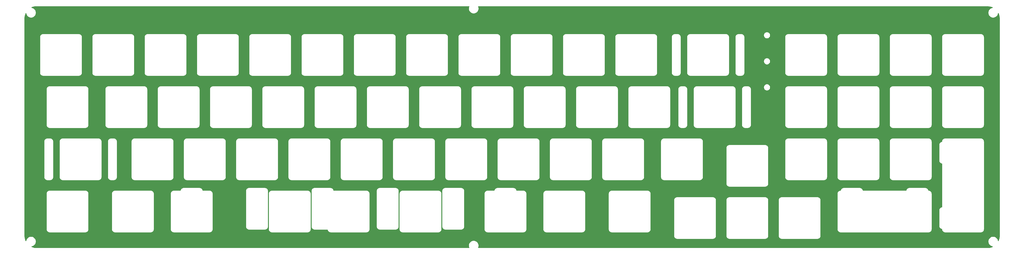
<source format=gbl>
G04 #@! TF.GenerationSoftware,KiCad,Pcbnew,(5.1.9)-1*
G04 #@! TF.CreationDate,2021-06-08T15:25:58-04:00*
G04 #@! TF.ProjectId,kastenwagen-plate,6b617374-656e-4776-9167-656e2d706c61,rev?*
G04 #@! TF.SameCoordinates,Original*
G04 #@! TF.FileFunction,Copper,L2,Bot*
G04 #@! TF.FilePolarity,Positive*
%FSLAX46Y46*%
G04 Gerber Fmt 4.6, Leading zero omitted, Abs format (unit mm)*
G04 Created by KiCad (PCBNEW (5.1.9)-1) date 2021-06-08 15:25:58*
%MOMM*%
%LPD*%
G01*
G04 APERTURE LIST*
G04 #@! TA.AperFunction,NonConductor*
%ADD10C,0.254000*%
G04 #@! TD*
G04 #@! TA.AperFunction,NonConductor*
%ADD11C,0.020000*%
G04 #@! TD*
G04 APERTURE END LIST*
D10*
X173950952Y-7954265D02*
X173879053Y-8315728D01*
X173879053Y-8684272D01*
X173950952Y-9045735D01*
X174091988Y-9386226D01*
X174296740Y-9692659D01*
X174557341Y-9953260D01*
X174863774Y-10158012D01*
X175204265Y-10299048D01*
X175565728Y-10370947D01*
X175934272Y-10370947D01*
X176295735Y-10299048D01*
X176636226Y-10158012D01*
X176942659Y-9953260D01*
X177203260Y-9692659D01*
X177408012Y-9386226D01*
X177549048Y-9045735D01*
X177620947Y-8684272D01*
X177620947Y-8315728D01*
X177549048Y-7954265D01*
X177458225Y-7735000D01*
X362967269Y-7735000D01*
X363754747Y-7805281D01*
X364485643Y-8005231D01*
X364765985Y-8138947D01*
X364454265Y-8200952D01*
X364113774Y-8341988D01*
X363807341Y-8546740D01*
X363546740Y-8807341D01*
X363341988Y-9113774D01*
X363200952Y-9454265D01*
X363129053Y-9815728D01*
X363129053Y-10184272D01*
X363200952Y-10545735D01*
X363341988Y-10886226D01*
X363546740Y-11192659D01*
X363807341Y-11453260D01*
X364113774Y-11658012D01*
X364454265Y-11799048D01*
X364815728Y-11870947D01*
X365184272Y-11870947D01*
X365545735Y-11799048D01*
X365886226Y-11658012D01*
X366192659Y-11453260D01*
X366453260Y-11192659D01*
X366658012Y-10886226D01*
X366799048Y-10545735D01*
X366861035Y-10234101D01*
X367039463Y-10640570D01*
X367217715Y-11383039D01*
X367265001Y-12026963D01*
X367265000Y-91467269D01*
X367194719Y-92254748D01*
X366994769Y-92985643D01*
X366861053Y-93265985D01*
X366799048Y-92954265D01*
X366658012Y-92613774D01*
X366453260Y-92307341D01*
X366192659Y-92046740D01*
X365886226Y-91841988D01*
X365545735Y-91700952D01*
X365184272Y-91629053D01*
X364815728Y-91629053D01*
X364454265Y-91700952D01*
X364113774Y-91841988D01*
X363807341Y-92046740D01*
X363546740Y-92307341D01*
X363341988Y-92613774D01*
X363200952Y-92954265D01*
X363129053Y-93315728D01*
X363129053Y-93684272D01*
X363200952Y-94045735D01*
X363341988Y-94386226D01*
X363546740Y-94692659D01*
X363807341Y-94953260D01*
X364113774Y-95158012D01*
X364454265Y-95299048D01*
X364765899Y-95361035D01*
X364359429Y-95539464D01*
X363616961Y-95717714D01*
X362973051Y-95765000D01*
X177458225Y-95765000D01*
X177549048Y-95545735D01*
X177620947Y-95184272D01*
X177620947Y-94815728D01*
X177549048Y-94454265D01*
X177408012Y-94113774D01*
X177203260Y-93807341D01*
X176942659Y-93546740D01*
X176636226Y-93341988D01*
X176295735Y-93200952D01*
X175934272Y-93129053D01*
X175565728Y-93129053D01*
X175204265Y-93200952D01*
X174863774Y-93341988D01*
X174557341Y-93546740D01*
X174296740Y-93807341D01*
X174091988Y-94113774D01*
X173950952Y-94454265D01*
X173879053Y-94815728D01*
X173879053Y-95184272D01*
X173950952Y-95545735D01*
X174041775Y-95765000D01*
X16532731Y-95765000D01*
X15745252Y-95694719D01*
X15014357Y-95494769D01*
X14734015Y-95361053D01*
X15045735Y-95299048D01*
X15386226Y-95158012D01*
X15692659Y-94953260D01*
X15953260Y-94692659D01*
X16158012Y-94386226D01*
X16299048Y-94045735D01*
X16370947Y-93684272D01*
X16370947Y-93315728D01*
X16299048Y-92954265D01*
X16158012Y-92613774D01*
X15953260Y-92307341D01*
X15692659Y-92046740D01*
X15386226Y-91841988D01*
X15045735Y-91700952D01*
X14684272Y-91629053D01*
X14315728Y-91629053D01*
X13954265Y-91700952D01*
X13613774Y-91841988D01*
X13307341Y-92046740D01*
X13046740Y-92307341D01*
X12841988Y-92613774D01*
X12700952Y-92954265D01*
X12638965Y-93265899D01*
X12460536Y-92859429D01*
X12282286Y-92116961D01*
X12235000Y-91473051D01*
X12235000Y-76013896D01*
X20046250Y-76013896D01*
X20046251Y-89086105D01*
X20049308Y-89117141D01*
X20049287Y-89120105D01*
X20050288Y-89130318D01*
X20055336Y-89178352D01*
X20056886Y-89194085D01*
X20057045Y-89194610D01*
X20060488Y-89227367D01*
X20073888Y-89292644D01*
X20086366Y-89358059D01*
X20089332Y-89367884D01*
X20118188Y-89461103D01*
X20144030Y-89522578D01*
X20168961Y-89584284D01*
X20173778Y-89593345D01*
X20220191Y-89679183D01*
X20257446Y-89734415D01*
X20293919Y-89790151D01*
X20300405Y-89798104D01*
X20362607Y-89873293D01*
X20409891Y-89920248D01*
X20456480Y-89967824D01*
X20464387Y-89974365D01*
X20464392Y-89974370D01*
X20464398Y-89974374D01*
X20540008Y-90036041D01*
X20595506Y-90072914D01*
X20650469Y-90110548D01*
X20659496Y-90115429D01*
X20745657Y-90161241D01*
X20807263Y-90186633D01*
X20868470Y-90212867D01*
X20878274Y-90215902D01*
X20878278Y-90215903D01*
X20878280Y-90215904D01*
X20878282Y-90215904D01*
X20971692Y-90244107D01*
X21037085Y-90257056D01*
X21102207Y-90270897D01*
X21112398Y-90271968D01*
X21112406Y-90271970D01*
X21112413Y-90271970D01*
X21208939Y-90281434D01*
X21245145Y-90285000D01*
X34317355Y-90285000D01*
X34348400Y-90281942D01*
X34351355Y-90281963D01*
X34361568Y-90280962D01*
X34409451Y-90275929D01*
X34425335Y-90274365D01*
X34425865Y-90274204D01*
X34458617Y-90270762D01*
X34523894Y-90257362D01*
X34589309Y-90244884D01*
X34599134Y-90241918D01*
X34692353Y-90213062D01*
X34753828Y-90187220D01*
X34815534Y-90162289D01*
X34824595Y-90157472D01*
X34910433Y-90111059D01*
X34965665Y-90073804D01*
X35021401Y-90037331D01*
X35029354Y-90030845D01*
X35104543Y-89968643D01*
X35151498Y-89921359D01*
X35199074Y-89874770D01*
X35205615Y-89866863D01*
X35205620Y-89866858D01*
X35205624Y-89866852D01*
X35267291Y-89791242D01*
X35304164Y-89735744D01*
X35341798Y-89680781D01*
X35346679Y-89671754D01*
X35392491Y-89585593D01*
X35417883Y-89523987D01*
X35444117Y-89462780D01*
X35447152Y-89452976D01*
X35475357Y-89359558D01*
X35488306Y-89294165D01*
X35502147Y-89229043D01*
X35503218Y-89218852D01*
X35503220Y-89218844D01*
X35503220Y-89218837D01*
X35512742Y-89121720D01*
X35516250Y-89086105D01*
X35516250Y-76013896D01*
X43858750Y-76013896D01*
X43858751Y-89086105D01*
X43861808Y-89117141D01*
X43861787Y-89120105D01*
X43862788Y-89130318D01*
X43867836Y-89178352D01*
X43869386Y-89194085D01*
X43869545Y-89194610D01*
X43872988Y-89227367D01*
X43886388Y-89292644D01*
X43898866Y-89358059D01*
X43901832Y-89367884D01*
X43930688Y-89461103D01*
X43956530Y-89522578D01*
X43981461Y-89584284D01*
X43986278Y-89593345D01*
X44032691Y-89679183D01*
X44069946Y-89734415D01*
X44106419Y-89790151D01*
X44112905Y-89798104D01*
X44175107Y-89873293D01*
X44222391Y-89920248D01*
X44268980Y-89967824D01*
X44276887Y-89974365D01*
X44276892Y-89974370D01*
X44276898Y-89974374D01*
X44352508Y-90036041D01*
X44408006Y-90072914D01*
X44462969Y-90110548D01*
X44471996Y-90115429D01*
X44558157Y-90161241D01*
X44619763Y-90186633D01*
X44680970Y-90212867D01*
X44690774Y-90215902D01*
X44690778Y-90215903D01*
X44690780Y-90215904D01*
X44690782Y-90215904D01*
X44784192Y-90244107D01*
X44849585Y-90257056D01*
X44914707Y-90270897D01*
X44924898Y-90271968D01*
X44924906Y-90271970D01*
X44924913Y-90271970D01*
X45021439Y-90281434D01*
X45057645Y-90285000D01*
X58129855Y-90285000D01*
X58160900Y-90281942D01*
X58163855Y-90281963D01*
X58174068Y-90280962D01*
X58221951Y-90275929D01*
X58237835Y-90274365D01*
X58238365Y-90274204D01*
X58271117Y-90270762D01*
X58336394Y-90257362D01*
X58401809Y-90244884D01*
X58411634Y-90241918D01*
X58504853Y-90213062D01*
X58566328Y-90187220D01*
X58628034Y-90162289D01*
X58637095Y-90157472D01*
X58722933Y-90111059D01*
X58778165Y-90073804D01*
X58833901Y-90037331D01*
X58841854Y-90030845D01*
X58917043Y-89968643D01*
X58963998Y-89921359D01*
X59011574Y-89874770D01*
X59018115Y-89866863D01*
X59018120Y-89866858D01*
X59018124Y-89866852D01*
X59079791Y-89791242D01*
X59116664Y-89735744D01*
X59154298Y-89680781D01*
X59159179Y-89671754D01*
X59204991Y-89585593D01*
X59230383Y-89523987D01*
X59256617Y-89462780D01*
X59259652Y-89452976D01*
X59287857Y-89359558D01*
X59300806Y-89294165D01*
X59314647Y-89229043D01*
X59315718Y-89218852D01*
X59315720Y-89218844D01*
X59315720Y-89218837D01*
X59325242Y-89121720D01*
X59328750Y-89086105D01*
X59328750Y-76013896D01*
X65290000Y-76013896D01*
X65290001Y-89086105D01*
X65293058Y-89117141D01*
X65293037Y-89120105D01*
X65294038Y-89130318D01*
X65299086Y-89178352D01*
X65300636Y-89194085D01*
X65300795Y-89194610D01*
X65304238Y-89227367D01*
X65317638Y-89292644D01*
X65330116Y-89358059D01*
X65333082Y-89367884D01*
X65361938Y-89461103D01*
X65387780Y-89522578D01*
X65412711Y-89584284D01*
X65417528Y-89593345D01*
X65463941Y-89679183D01*
X65501196Y-89734415D01*
X65537669Y-89790151D01*
X65544155Y-89798104D01*
X65606357Y-89873293D01*
X65653641Y-89920248D01*
X65700230Y-89967824D01*
X65708137Y-89974365D01*
X65708142Y-89974370D01*
X65708148Y-89974374D01*
X65783758Y-90036041D01*
X65839256Y-90072914D01*
X65894219Y-90110548D01*
X65903246Y-90115429D01*
X65989407Y-90161241D01*
X66051013Y-90186633D01*
X66112220Y-90212867D01*
X66122024Y-90215902D01*
X66122028Y-90215903D01*
X66122030Y-90215904D01*
X66122032Y-90215904D01*
X66215442Y-90244107D01*
X66280835Y-90257056D01*
X66345957Y-90270897D01*
X66356148Y-90271968D01*
X66356156Y-90271970D01*
X66356163Y-90271970D01*
X66452689Y-90281434D01*
X66488895Y-90285000D01*
X79561105Y-90285000D01*
X79592150Y-90281942D01*
X79595105Y-90281963D01*
X79605318Y-90280962D01*
X79653201Y-90275929D01*
X79669085Y-90274365D01*
X79669615Y-90274204D01*
X79702367Y-90270762D01*
X79767644Y-90257362D01*
X79833059Y-90244884D01*
X79842884Y-90241918D01*
X79936103Y-90213062D01*
X79997578Y-90187220D01*
X80059284Y-90162289D01*
X80068345Y-90157472D01*
X80154183Y-90111059D01*
X80209415Y-90073804D01*
X80265151Y-90037331D01*
X80273104Y-90030845D01*
X80348293Y-89968643D01*
X80395248Y-89921359D01*
X80442824Y-89874770D01*
X80449365Y-89866863D01*
X80449370Y-89866858D01*
X80449374Y-89866852D01*
X80511041Y-89791242D01*
X80547914Y-89735744D01*
X80585548Y-89680781D01*
X80590429Y-89671754D01*
X80636241Y-89585593D01*
X80661633Y-89523987D01*
X80687867Y-89462780D01*
X80690902Y-89452976D01*
X80719107Y-89359558D01*
X80732056Y-89294165D01*
X80745897Y-89229043D01*
X80746968Y-89218852D01*
X80746970Y-89218844D01*
X80746970Y-89218837D01*
X80756492Y-89121720D01*
X80760000Y-89086105D01*
X80760000Y-76013895D01*
X80756942Y-75982850D01*
X80756963Y-75979895D01*
X80755962Y-75969682D01*
X80750930Y-75921807D01*
X80749365Y-75905915D01*
X80749204Y-75905385D01*
X80745762Y-75872634D01*
X80732364Y-75807364D01*
X80719884Y-75741941D01*
X80716918Y-75732116D01*
X80688062Y-75638897D01*
X80662225Y-75577434D01*
X80637289Y-75515716D01*
X80632472Y-75506655D01*
X80586059Y-75420817D01*
X80548789Y-75365562D01*
X80512331Y-75309849D01*
X80505845Y-75301896D01*
X80443643Y-75226707D01*
X80396359Y-75179752D01*
X80349770Y-75132176D01*
X80341863Y-75125634D01*
X80266242Y-75063959D01*
X80210721Y-75027070D01*
X80191481Y-75013896D01*
X92695750Y-75013896D01*
X92695751Y-88086105D01*
X92698808Y-88117141D01*
X92698787Y-88120105D01*
X92699788Y-88130318D01*
X92704836Y-88178352D01*
X92706386Y-88194085D01*
X92706545Y-88194610D01*
X92709988Y-88227367D01*
X92723388Y-88292644D01*
X92735866Y-88358059D01*
X92738832Y-88367884D01*
X92767688Y-88461103D01*
X92793530Y-88522578D01*
X92818461Y-88584284D01*
X92823278Y-88593345D01*
X92869691Y-88679183D01*
X92906946Y-88734415D01*
X92943419Y-88790151D01*
X92949905Y-88798104D01*
X93012107Y-88873293D01*
X93059391Y-88920248D01*
X93105980Y-88967824D01*
X93113887Y-88974365D01*
X93113892Y-88974370D01*
X93113898Y-88974374D01*
X93189508Y-89036041D01*
X93245006Y-89072914D01*
X93299969Y-89110548D01*
X93308996Y-89115429D01*
X93395157Y-89161241D01*
X93456763Y-89186633D01*
X93517970Y-89212867D01*
X93527774Y-89215902D01*
X93527778Y-89215903D01*
X93527780Y-89215904D01*
X93527782Y-89215904D01*
X93621192Y-89244107D01*
X93686585Y-89257056D01*
X93751707Y-89270897D01*
X93761898Y-89271968D01*
X93761906Y-89271970D01*
X93761913Y-89271970D01*
X93858439Y-89281434D01*
X93894645Y-89285000D01*
X99716855Y-89285000D01*
X99747900Y-89281942D01*
X99750855Y-89281963D01*
X99761068Y-89280962D01*
X99808951Y-89275929D01*
X99824835Y-89274365D01*
X99825365Y-89274204D01*
X99858117Y-89270762D01*
X99923394Y-89257362D01*
X99988809Y-89244884D01*
X99998634Y-89241918D01*
X100091853Y-89213062D01*
X100153328Y-89187220D01*
X100215034Y-89162289D01*
X100224095Y-89157472D01*
X100309933Y-89111059D01*
X100365165Y-89073804D01*
X100420901Y-89037331D01*
X100428854Y-89030845D01*
X100504043Y-88968643D01*
X100550998Y-88921359D01*
X100598574Y-88874770D01*
X100605115Y-88866863D01*
X100605120Y-88866858D01*
X100605124Y-88866852D01*
X100666791Y-88791242D01*
X100703664Y-88735744D01*
X100741298Y-88680781D01*
X100746179Y-88671754D01*
X100791991Y-88585593D01*
X100817383Y-88523987D01*
X100843617Y-88462780D01*
X100846652Y-88452976D01*
X100874857Y-88359558D01*
X100887806Y-88294165D01*
X100901647Y-88229043D01*
X100902718Y-88218852D01*
X100902720Y-88218844D01*
X100902720Y-88218837D01*
X100912242Y-88121720D01*
X100915750Y-88086105D01*
X100915750Y-76013896D01*
X101008750Y-76013896D01*
X101008751Y-89086105D01*
X101011808Y-89117141D01*
X101011787Y-89120105D01*
X101012788Y-89130318D01*
X101017836Y-89178352D01*
X101019386Y-89194085D01*
X101019545Y-89194610D01*
X101022988Y-89227367D01*
X101036388Y-89292644D01*
X101048866Y-89358059D01*
X101051832Y-89367884D01*
X101080688Y-89461103D01*
X101106530Y-89522578D01*
X101131461Y-89584284D01*
X101136278Y-89593345D01*
X101182691Y-89679183D01*
X101219946Y-89734415D01*
X101256419Y-89790151D01*
X101262905Y-89798104D01*
X101325107Y-89873293D01*
X101372391Y-89920248D01*
X101418980Y-89967824D01*
X101426887Y-89974365D01*
X101426892Y-89974370D01*
X101426898Y-89974374D01*
X101502508Y-90036041D01*
X101558006Y-90072914D01*
X101612969Y-90110548D01*
X101621996Y-90115429D01*
X101708157Y-90161241D01*
X101769763Y-90186633D01*
X101830970Y-90212867D01*
X101840774Y-90215902D01*
X101840778Y-90215903D01*
X101840780Y-90215904D01*
X101840782Y-90215904D01*
X101934192Y-90244107D01*
X101999585Y-90257056D01*
X102064707Y-90270897D01*
X102074898Y-90271968D01*
X102074906Y-90271970D01*
X102074913Y-90271970D01*
X102171439Y-90281434D01*
X102207645Y-90285000D01*
X115279855Y-90285000D01*
X115310900Y-90281942D01*
X115313855Y-90281963D01*
X115324068Y-90280962D01*
X115371951Y-90275929D01*
X115387835Y-90274365D01*
X115388365Y-90274204D01*
X115421117Y-90270762D01*
X115486394Y-90257362D01*
X115551809Y-90244884D01*
X115561634Y-90241918D01*
X115654853Y-90213062D01*
X115716328Y-90187220D01*
X115778034Y-90162289D01*
X115787095Y-90157472D01*
X115872933Y-90111059D01*
X115928165Y-90073804D01*
X115983901Y-90037331D01*
X115991854Y-90030845D01*
X116067043Y-89968643D01*
X116113998Y-89921359D01*
X116161574Y-89874770D01*
X116168115Y-89866863D01*
X116168120Y-89866858D01*
X116168124Y-89866852D01*
X116229791Y-89791242D01*
X116266664Y-89735744D01*
X116304298Y-89680781D01*
X116309179Y-89671754D01*
X116354991Y-89585593D01*
X116380383Y-89523987D01*
X116406617Y-89462780D01*
X116409652Y-89452976D01*
X116437857Y-89359558D01*
X116450806Y-89294165D01*
X116464647Y-89229043D01*
X116465718Y-89218852D01*
X116465720Y-89218844D01*
X116465720Y-89218837D01*
X116475242Y-89121720D01*
X116478750Y-89086105D01*
X116478750Y-76013895D01*
X116475692Y-75982850D01*
X116475713Y-75979895D01*
X116474712Y-75969682D01*
X116469680Y-75921807D01*
X116468115Y-75905915D01*
X116467954Y-75905385D01*
X116464512Y-75872634D01*
X116451114Y-75807364D01*
X116438634Y-75741941D01*
X116435668Y-75732116D01*
X116406812Y-75638897D01*
X116380975Y-75577434D01*
X116356039Y-75515716D01*
X116351222Y-75506655D01*
X116304809Y-75420817D01*
X116267539Y-75365562D01*
X116231081Y-75309849D01*
X116224595Y-75301896D01*
X116162393Y-75226707D01*
X116115109Y-75179752D01*
X116068520Y-75132176D01*
X116060613Y-75125634D01*
X115984992Y-75063959D01*
X115929471Y-75027070D01*
X115910231Y-75013896D01*
X116571750Y-75013896D01*
X116571751Y-88086105D01*
X116574808Y-88117141D01*
X116574787Y-88120105D01*
X116575788Y-88130318D01*
X116580836Y-88178352D01*
X116582386Y-88194085D01*
X116582545Y-88194610D01*
X116585988Y-88227367D01*
X116599388Y-88292644D01*
X116611866Y-88358059D01*
X116614832Y-88367884D01*
X116643688Y-88461103D01*
X116669530Y-88522578D01*
X116694461Y-88584284D01*
X116699278Y-88593345D01*
X116745691Y-88679183D01*
X116782946Y-88734415D01*
X116819419Y-88790151D01*
X116825905Y-88798104D01*
X116888107Y-88873293D01*
X116935391Y-88920248D01*
X116981980Y-88967824D01*
X116989887Y-88974365D01*
X116989892Y-88974370D01*
X116989898Y-88974374D01*
X117065508Y-89036041D01*
X117121006Y-89072914D01*
X117175969Y-89110548D01*
X117184996Y-89115429D01*
X117271157Y-89161241D01*
X117332763Y-89186633D01*
X117393970Y-89212867D01*
X117403774Y-89215902D01*
X117403778Y-89215903D01*
X117403780Y-89215904D01*
X117403782Y-89215904D01*
X117497192Y-89244107D01*
X117562585Y-89257056D01*
X117627707Y-89270897D01*
X117637898Y-89271968D01*
X117637906Y-89271970D01*
X117637913Y-89271970D01*
X117734439Y-89281434D01*
X117770645Y-89285000D01*
X122466068Y-89285000D01*
X122467638Y-89292644D01*
X122480116Y-89358059D01*
X122483082Y-89367884D01*
X122511938Y-89461103D01*
X122537780Y-89522578D01*
X122562711Y-89584284D01*
X122567528Y-89593345D01*
X122613941Y-89679183D01*
X122651196Y-89734415D01*
X122687669Y-89790151D01*
X122694155Y-89798104D01*
X122756357Y-89873293D01*
X122803641Y-89920248D01*
X122850230Y-89967824D01*
X122858137Y-89974365D01*
X122858142Y-89974370D01*
X122858148Y-89974374D01*
X122933758Y-90036041D01*
X122989256Y-90072914D01*
X123044219Y-90110548D01*
X123053246Y-90115429D01*
X123139407Y-90161241D01*
X123201013Y-90186633D01*
X123262220Y-90212867D01*
X123272024Y-90215902D01*
X123272028Y-90215903D01*
X123272030Y-90215904D01*
X123272032Y-90215904D01*
X123365442Y-90244107D01*
X123430835Y-90257056D01*
X123495957Y-90270897D01*
X123506148Y-90271968D01*
X123506156Y-90271970D01*
X123506163Y-90271970D01*
X123602689Y-90281434D01*
X123638895Y-90285000D01*
X136711105Y-90285000D01*
X136742150Y-90281942D01*
X136745105Y-90281963D01*
X136755318Y-90280962D01*
X136803201Y-90275929D01*
X136819085Y-90274365D01*
X136819615Y-90274204D01*
X136852367Y-90270762D01*
X136917644Y-90257362D01*
X136983059Y-90244884D01*
X136992884Y-90241918D01*
X137086103Y-90213062D01*
X137147578Y-90187220D01*
X137209284Y-90162289D01*
X137218345Y-90157472D01*
X137304183Y-90111059D01*
X137359415Y-90073804D01*
X137415151Y-90037331D01*
X137423104Y-90030845D01*
X137498293Y-89968643D01*
X137545248Y-89921359D01*
X137592824Y-89874770D01*
X137599365Y-89866863D01*
X137599370Y-89866858D01*
X137599374Y-89866852D01*
X137661041Y-89791242D01*
X137697914Y-89735744D01*
X137735548Y-89680781D01*
X137740429Y-89671754D01*
X137786241Y-89585593D01*
X137811633Y-89523987D01*
X137837867Y-89462780D01*
X137840902Y-89452976D01*
X137869107Y-89359558D01*
X137882056Y-89294165D01*
X137895897Y-89229043D01*
X137896968Y-89218852D01*
X137896970Y-89218844D01*
X137896970Y-89218837D01*
X137906492Y-89121720D01*
X137910000Y-89086105D01*
X137910000Y-76013895D01*
X137906942Y-75982850D01*
X137906963Y-75979895D01*
X137905962Y-75969682D01*
X137900930Y-75921807D01*
X137899365Y-75905915D01*
X137899204Y-75905385D01*
X137895762Y-75872634D01*
X137882364Y-75807364D01*
X137869884Y-75741941D01*
X137866918Y-75732116D01*
X137838062Y-75638897D01*
X137812225Y-75577434D01*
X137787289Y-75515716D01*
X137782472Y-75506655D01*
X137736059Y-75420817D01*
X137698789Y-75365562D01*
X137662331Y-75309849D01*
X137655845Y-75301896D01*
X137593643Y-75226707D01*
X137546359Y-75179752D01*
X137499770Y-75132176D01*
X137491863Y-75125634D01*
X137416242Y-75063959D01*
X137360721Y-75027070D01*
X137341481Y-75013896D01*
X140320750Y-75013896D01*
X140320751Y-88086105D01*
X140323808Y-88117141D01*
X140323787Y-88120105D01*
X140324788Y-88130318D01*
X140329836Y-88178352D01*
X140331386Y-88194085D01*
X140331545Y-88194610D01*
X140334988Y-88227367D01*
X140348388Y-88292644D01*
X140360866Y-88358059D01*
X140363832Y-88367884D01*
X140392688Y-88461103D01*
X140418530Y-88522578D01*
X140443461Y-88584284D01*
X140448278Y-88593345D01*
X140494691Y-88679183D01*
X140531946Y-88734415D01*
X140568419Y-88790151D01*
X140574905Y-88798104D01*
X140637107Y-88873293D01*
X140684391Y-88920248D01*
X140730980Y-88967824D01*
X140738887Y-88974365D01*
X140738892Y-88974370D01*
X140738898Y-88974374D01*
X140814508Y-89036041D01*
X140870006Y-89072914D01*
X140924969Y-89110548D01*
X140933996Y-89115429D01*
X141020157Y-89161241D01*
X141081763Y-89186633D01*
X141142970Y-89212867D01*
X141152774Y-89215902D01*
X141152778Y-89215903D01*
X141152780Y-89215904D01*
X141152782Y-89215904D01*
X141246192Y-89244107D01*
X141311585Y-89257056D01*
X141376707Y-89270897D01*
X141386898Y-89271968D01*
X141386906Y-89271970D01*
X141386913Y-89271970D01*
X141483439Y-89281434D01*
X141519645Y-89285000D01*
X147341855Y-89285000D01*
X147372900Y-89281942D01*
X147375855Y-89281963D01*
X147386068Y-89280962D01*
X147433951Y-89275929D01*
X147449835Y-89274365D01*
X147450365Y-89274204D01*
X147483117Y-89270762D01*
X147548394Y-89257362D01*
X147613809Y-89244884D01*
X147623634Y-89241918D01*
X147716853Y-89213062D01*
X147778328Y-89187220D01*
X147840034Y-89162289D01*
X147849095Y-89157472D01*
X147934933Y-89111059D01*
X147990165Y-89073804D01*
X148045901Y-89037331D01*
X148053854Y-89030845D01*
X148129043Y-88968643D01*
X148175998Y-88921359D01*
X148223574Y-88874770D01*
X148230115Y-88866863D01*
X148230120Y-88866858D01*
X148230124Y-88866852D01*
X148291791Y-88791242D01*
X148328664Y-88735744D01*
X148366298Y-88680781D01*
X148371179Y-88671754D01*
X148416991Y-88585593D01*
X148442383Y-88523987D01*
X148468617Y-88462780D01*
X148471652Y-88452976D01*
X148499857Y-88359558D01*
X148512806Y-88294165D01*
X148526647Y-88229043D01*
X148527718Y-88218852D01*
X148527720Y-88218844D01*
X148527720Y-88218837D01*
X148537242Y-88121720D01*
X148540750Y-88086105D01*
X148540750Y-76013896D01*
X148633750Y-76013896D01*
X148633751Y-89086105D01*
X148636808Y-89117141D01*
X148636787Y-89120105D01*
X148637788Y-89130318D01*
X148642836Y-89178352D01*
X148644386Y-89194085D01*
X148644545Y-89194610D01*
X148647988Y-89227367D01*
X148661388Y-89292644D01*
X148673866Y-89358059D01*
X148676832Y-89367884D01*
X148705688Y-89461103D01*
X148731530Y-89522578D01*
X148756461Y-89584284D01*
X148761278Y-89593345D01*
X148807691Y-89679183D01*
X148844946Y-89734415D01*
X148881419Y-89790151D01*
X148887905Y-89798104D01*
X148950107Y-89873293D01*
X148997391Y-89920248D01*
X149043980Y-89967824D01*
X149051887Y-89974365D01*
X149051892Y-89974370D01*
X149051898Y-89974374D01*
X149127508Y-90036041D01*
X149183006Y-90072914D01*
X149237969Y-90110548D01*
X149246996Y-90115429D01*
X149333157Y-90161241D01*
X149394763Y-90186633D01*
X149455970Y-90212867D01*
X149465774Y-90215902D01*
X149465778Y-90215903D01*
X149465780Y-90215904D01*
X149465782Y-90215904D01*
X149559192Y-90244107D01*
X149624585Y-90257056D01*
X149689707Y-90270897D01*
X149699898Y-90271968D01*
X149699906Y-90271970D01*
X149699913Y-90271970D01*
X149796439Y-90281434D01*
X149832645Y-90285000D01*
X162904855Y-90285000D01*
X162935900Y-90281942D01*
X162938855Y-90281963D01*
X162949068Y-90280962D01*
X162996951Y-90275929D01*
X163012835Y-90274365D01*
X163013365Y-90274204D01*
X163046117Y-90270762D01*
X163111394Y-90257362D01*
X163176809Y-90244884D01*
X163186634Y-90241918D01*
X163279853Y-90213062D01*
X163341328Y-90187220D01*
X163403034Y-90162289D01*
X163412095Y-90157472D01*
X163497933Y-90111059D01*
X163553165Y-90073804D01*
X163608901Y-90037331D01*
X163616854Y-90030845D01*
X163692043Y-89968643D01*
X163738998Y-89921359D01*
X163786574Y-89874770D01*
X163793115Y-89866863D01*
X163793120Y-89866858D01*
X163793124Y-89866852D01*
X163854791Y-89791242D01*
X163891664Y-89735744D01*
X163929298Y-89680781D01*
X163934179Y-89671754D01*
X163979991Y-89585593D01*
X164005383Y-89523987D01*
X164031617Y-89462780D01*
X164034652Y-89452976D01*
X164062857Y-89359558D01*
X164075806Y-89294165D01*
X164089647Y-89229043D01*
X164090718Y-89218852D01*
X164090720Y-89218844D01*
X164090720Y-89218837D01*
X164100242Y-89121720D01*
X164103750Y-89086105D01*
X164103750Y-76013895D01*
X164100692Y-75982850D01*
X164100713Y-75979895D01*
X164099712Y-75969682D01*
X164094680Y-75921807D01*
X164093115Y-75905915D01*
X164092954Y-75905385D01*
X164089512Y-75872634D01*
X164076114Y-75807364D01*
X164063634Y-75741941D01*
X164060668Y-75732116D01*
X164031812Y-75638897D01*
X164005975Y-75577434D01*
X163981039Y-75515716D01*
X163976222Y-75506655D01*
X163929809Y-75420817D01*
X163892539Y-75365562D01*
X163856081Y-75309849D01*
X163849595Y-75301896D01*
X163787393Y-75226707D01*
X163740109Y-75179752D01*
X163693520Y-75132176D01*
X163685613Y-75125634D01*
X163609992Y-75063959D01*
X163554471Y-75027070D01*
X163535231Y-75013896D01*
X164196750Y-75013896D01*
X164196751Y-88086105D01*
X164199808Y-88117141D01*
X164199787Y-88120105D01*
X164200788Y-88130318D01*
X164205836Y-88178352D01*
X164207386Y-88194085D01*
X164207545Y-88194610D01*
X164210988Y-88227367D01*
X164224388Y-88292644D01*
X164236866Y-88358059D01*
X164239832Y-88367884D01*
X164268688Y-88461103D01*
X164294530Y-88522578D01*
X164319461Y-88584284D01*
X164324278Y-88593345D01*
X164370691Y-88679183D01*
X164407946Y-88734415D01*
X164444419Y-88790151D01*
X164450905Y-88798104D01*
X164513107Y-88873293D01*
X164560391Y-88920248D01*
X164606980Y-88967824D01*
X164614887Y-88974365D01*
X164614892Y-88974370D01*
X164614898Y-88974374D01*
X164690508Y-89036041D01*
X164746006Y-89072914D01*
X164800969Y-89110548D01*
X164809996Y-89115429D01*
X164896157Y-89161241D01*
X164957763Y-89186633D01*
X165018970Y-89212867D01*
X165028774Y-89215902D01*
X165028778Y-89215903D01*
X165028780Y-89215904D01*
X165028782Y-89215904D01*
X165122192Y-89244107D01*
X165187585Y-89257056D01*
X165252707Y-89270897D01*
X165262898Y-89271968D01*
X165262906Y-89271970D01*
X165262913Y-89271970D01*
X165359439Y-89281434D01*
X165395645Y-89285000D01*
X171217855Y-89285000D01*
X171248900Y-89281942D01*
X171251855Y-89281963D01*
X171262068Y-89280962D01*
X171309951Y-89275929D01*
X171325835Y-89274365D01*
X171326365Y-89274204D01*
X171359117Y-89270762D01*
X171424394Y-89257362D01*
X171489809Y-89244884D01*
X171499634Y-89241918D01*
X171592853Y-89213062D01*
X171654328Y-89187220D01*
X171716034Y-89162289D01*
X171725095Y-89157472D01*
X171810933Y-89111059D01*
X171866165Y-89073804D01*
X171921901Y-89037331D01*
X171929854Y-89030845D01*
X172005043Y-88968643D01*
X172051998Y-88921359D01*
X172099574Y-88874770D01*
X172106115Y-88866863D01*
X172106120Y-88866858D01*
X172106124Y-88866852D01*
X172167791Y-88791242D01*
X172204664Y-88735744D01*
X172242298Y-88680781D01*
X172247179Y-88671754D01*
X172292991Y-88585593D01*
X172318383Y-88523987D01*
X172344617Y-88462780D01*
X172347652Y-88452976D01*
X172375857Y-88359558D01*
X172388806Y-88294165D01*
X172402647Y-88229043D01*
X172403718Y-88218852D01*
X172403720Y-88218844D01*
X172403720Y-88218837D01*
X172413242Y-88121720D01*
X172416750Y-88086105D01*
X172416750Y-76013896D01*
X179590000Y-76013896D01*
X179590001Y-89086105D01*
X179593058Y-89117141D01*
X179593037Y-89120105D01*
X179594038Y-89130318D01*
X179599086Y-89178352D01*
X179600636Y-89194085D01*
X179600795Y-89194610D01*
X179604238Y-89227367D01*
X179617638Y-89292644D01*
X179630116Y-89358059D01*
X179633082Y-89367884D01*
X179661938Y-89461103D01*
X179687780Y-89522578D01*
X179712711Y-89584284D01*
X179717528Y-89593345D01*
X179763941Y-89679183D01*
X179801196Y-89734415D01*
X179837669Y-89790151D01*
X179844155Y-89798104D01*
X179906357Y-89873293D01*
X179953641Y-89920248D01*
X180000230Y-89967824D01*
X180008137Y-89974365D01*
X180008142Y-89974370D01*
X180008148Y-89974374D01*
X180083758Y-90036041D01*
X180139256Y-90072914D01*
X180194219Y-90110548D01*
X180203246Y-90115429D01*
X180289407Y-90161241D01*
X180351013Y-90186633D01*
X180412220Y-90212867D01*
X180422024Y-90215902D01*
X180422028Y-90215903D01*
X180422030Y-90215904D01*
X180422032Y-90215904D01*
X180515442Y-90244107D01*
X180580835Y-90257056D01*
X180645957Y-90270897D01*
X180656148Y-90271968D01*
X180656156Y-90271970D01*
X180656163Y-90271970D01*
X180752689Y-90281434D01*
X180788895Y-90285000D01*
X193861105Y-90285000D01*
X193892150Y-90281942D01*
X193895105Y-90281963D01*
X193905318Y-90280962D01*
X193953201Y-90275929D01*
X193969085Y-90274365D01*
X193969615Y-90274204D01*
X194002367Y-90270762D01*
X194067644Y-90257362D01*
X194133059Y-90244884D01*
X194142884Y-90241918D01*
X194236103Y-90213062D01*
X194297578Y-90187220D01*
X194359284Y-90162289D01*
X194368345Y-90157472D01*
X194454183Y-90111059D01*
X194509415Y-90073804D01*
X194565151Y-90037331D01*
X194573104Y-90030845D01*
X194648293Y-89968643D01*
X194695248Y-89921359D01*
X194742824Y-89874770D01*
X194749365Y-89866863D01*
X194749370Y-89866858D01*
X194749374Y-89866852D01*
X194811041Y-89791242D01*
X194847914Y-89735744D01*
X194885548Y-89680781D01*
X194890429Y-89671754D01*
X194936241Y-89585593D01*
X194961633Y-89523987D01*
X194987867Y-89462780D01*
X194990902Y-89452976D01*
X195019107Y-89359558D01*
X195032056Y-89294165D01*
X195045897Y-89229043D01*
X195046968Y-89218852D01*
X195046970Y-89218844D01*
X195046970Y-89218837D01*
X195056492Y-89121720D01*
X195060000Y-89086105D01*
X195060000Y-76013896D01*
X201021250Y-76013896D01*
X201021251Y-89086105D01*
X201024308Y-89117141D01*
X201024287Y-89120105D01*
X201025288Y-89130318D01*
X201030336Y-89178352D01*
X201031886Y-89194085D01*
X201032045Y-89194610D01*
X201035488Y-89227367D01*
X201048888Y-89292644D01*
X201061366Y-89358059D01*
X201064332Y-89367884D01*
X201093188Y-89461103D01*
X201119030Y-89522578D01*
X201143961Y-89584284D01*
X201148778Y-89593345D01*
X201195191Y-89679183D01*
X201232446Y-89734415D01*
X201268919Y-89790151D01*
X201275405Y-89798104D01*
X201337607Y-89873293D01*
X201384891Y-89920248D01*
X201431480Y-89967824D01*
X201439387Y-89974365D01*
X201439392Y-89974370D01*
X201439398Y-89974374D01*
X201515008Y-90036041D01*
X201570506Y-90072914D01*
X201625469Y-90110548D01*
X201634496Y-90115429D01*
X201720657Y-90161241D01*
X201782263Y-90186633D01*
X201843470Y-90212867D01*
X201853274Y-90215902D01*
X201853278Y-90215903D01*
X201853280Y-90215904D01*
X201853282Y-90215904D01*
X201946692Y-90244107D01*
X202012085Y-90257056D01*
X202077207Y-90270897D01*
X202087398Y-90271968D01*
X202087406Y-90271970D01*
X202087413Y-90271970D01*
X202183939Y-90281434D01*
X202220145Y-90285000D01*
X215292355Y-90285000D01*
X215323400Y-90281942D01*
X215326355Y-90281963D01*
X215336568Y-90280962D01*
X215384451Y-90275929D01*
X215400335Y-90274365D01*
X215400865Y-90274204D01*
X215433617Y-90270762D01*
X215498894Y-90257362D01*
X215564309Y-90244884D01*
X215574134Y-90241918D01*
X215667353Y-90213062D01*
X215728828Y-90187220D01*
X215790534Y-90162289D01*
X215799595Y-90157472D01*
X215885433Y-90111059D01*
X215940665Y-90073804D01*
X215996401Y-90037331D01*
X216004354Y-90030845D01*
X216079543Y-89968643D01*
X216126498Y-89921359D01*
X216174074Y-89874770D01*
X216180615Y-89866863D01*
X216180620Y-89866858D01*
X216180624Y-89866852D01*
X216242291Y-89791242D01*
X216279164Y-89735744D01*
X216316798Y-89680781D01*
X216321679Y-89671754D01*
X216367491Y-89585593D01*
X216392883Y-89523987D01*
X216419117Y-89462780D01*
X216422152Y-89452976D01*
X216450357Y-89359558D01*
X216463306Y-89294165D01*
X216477147Y-89229043D01*
X216478218Y-89218852D01*
X216478220Y-89218844D01*
X216478220Y-89218837D01*
X216487742Y-89121720D01*
X216491250Y-89086105D01*
X216491250Y-76013896D01*
X224833750Y-76013896D01*
X224833751Y-89086105D01*
X224836808Y-89117141D01*
X224836787Y-89120105D01*
X224837788Y-89130318D01*
X224842836Y-89178352D01*
X224844386Y-89194085D01*
X224844545Y-89194610D01*
X224847988Y-89227367D01*
X224861388Y-89292644D01*
X224873866Y-89358059D01*
X224876832Y-89367884D01*
X224905688Y-89461103D01*
X224931530Y-89522578D01*
X224956461Y-89584284D01*
X224961278Y-89593345D01*
X225007691Y-89679183D01*
X225044946Y-89734415D01*
X225081419Y-89790151D01*
X225087905Y-89798104D01*
X225150107Y-89873293D01*
X225197391Y-89920248D01*
X225243980Y-89967824D01*
X225251887Y-89974365D01*
X225251892Y-89974370D01*
X225251898Y-89974374D01*
X225327508Y-90036041D01*
X225383006Y-90072914D01*
X225437969Y-90110548D01*
X225446996Y-90115429D01*
X225533157Y-90161241D01*
X225594763Y-90186633D01*
X225655970Y-90212867D01*
X225665774Y-90215902D01*
X225665778Y-90215903D01*
X225665780Y-90215904D01*
X225665782Y-90215904D01*
X225759192Y-90244107D01*
X225824585Y-90257056D01*
X225889707Y-90270897D01*
X225899898Y-90271968D01*
X225899906Y-90271970D01*
X225899913Y-90271970D01*
X225996439Y-90281434D01*
X226032645Y-90285000D01*
X239104855Y-90285000D01*
X239135900Y-90281942D01*
X239138855Y-90281963D01*
X239149068Y-90280962D01*
X239196951Y-90275929D01*
X239212835Y-90274365D01*
X239213365Y-90274204D01*
X239246117Y-90270762D01*
X239311394Y-90257362D01*
X239376809Y-90244884D01*
X239386634Y-90241918D01*
X239479853Y-90213062D01*
X239541328Y-90187220D01*
X239603034Y-90162289D01*
X239612095Y-90157472D01*
X239697933Y-90111059D01*
X239753165Y-90073804D01*
X239808901Y-90037331D01*
X239816854Y-90030845D01*
X239892043Y-89968643D01*
X239938998Y-89921359D01*
X239986574Y-89874770D01*
X239993115Y-89866863D01*
X239993120Y-89866858D01*
X239993124Y-89866852D01*
X240054791Y-89791242D01*
X240091664Y-89735744D01*
X240129298Y-89680781D01*
X240134179Y-89671754D01*
X240179991Y-89585593D01*
X240205383Y-89523987D01*
X240231617Y-89462780D01*
X240234652Y-89452976D01*
X240262857Y-89359558D01*
X240275806Y-89294165D01*
X240289647Y-89229043D01*
X240290718Y-89218852D01*
X240290720Y-89218844D01*
X240290720Y-89218837D01*
X240300242Y-89121720D01*
X240303750Y-89086105D01*
X240303750Y-78395146D01*
X248646250Y-78395146D01*
X248646251Y-91467355D01*
X248649308Y-91498391D01*
X248649287Y-91501355D01*
X248650288Y-91511568D01*
X248655336Y-91559602D01*
X248656886Y-91575335D01*
X248657045Y-91575860D01*
X248660488Y-91608617D01*
X248673888Y-91673894D01*
X248686366Y-91739309D01*
X248689332Y-91749134D01*
X248718188Y-91842353D01*
X248744030Y-91903828D01*
X248768961Y-91965534D01*
X248773778Y-91974595D01*
X248820191Y-92060433D01*
X248857446Y-92115665D01*
X248893919Y-92171401D01*
X248900405Y-92179354D01*
X248962607Y-92254543D01*
X249009891Y-92301498D01*
X249056480Y-92349074D01*
X249064387Y-92355615D01*
X249064392Y-92355620D01*
X249064398Y-92355624D01*
X249140008Y-92417291D01*
X249195506Y-92454164D01*
X249250469Y-92491798D01*
X249259496Y-92496679D01*
X249345657Y-92542491D01*
X249407263Y-92567883D01*
X249468470Y-92594117D01*
X249478274Y-92597152D01*
X249478278Y-92597153D01*
X249478280Y-92597154D01*
X249478282Y-92597154D01*
X249571692Y-92625357D01*
X249637085Y-92638306D01*
X249702207Y-92652147D01*
X249712398Y-92653218D01*
X249712406Y-92653220D01*
X249712413Y-92653220D01*
X249808939Y-92662684D01*
X249845145Y-92666250D01*
X262917355Y-92666250D01*
X262948400Y-92663192D01*
X262951355Y-92663213D01*
X262961568Y-92662212D01*
X263009451Y-92657179D01*
X263025335Y-92655615D01*
X263025865Y-92655454D01*
X263058617Y-92652012D01*
X263123894Y-92638612D01*
X263189309Y-92626134D01*
X263199134Y-92623168D01*
X263292353Y-92594312D01*
X263353828Y-92568470D01*
X263415534Y-92543539D01*
X263424595Y-92538722D01*
X263510433Y-92492309D01*
X263565665Y-92455054D01*
X263621401Y-92418581D01*
X263629354Y-92412095D01*
X263704543Y-92349893D01*
X263751498Y-92302609D01*
X263799074Y-92256020D01*
X263805615Y-92248113D01*
X263805620Y-92248108D01*
X263805624Y-92248102D01*
X263867291Y-92172492D01*
X263904164Y-92116994D01*
X263941798Y-92062031D01*
X263946679Y-92053004D01*
X263992491Y-91966843D01*
X264017883Y-91905237D01*
X264044117Y-91844030D01*
X264047152Y-91834226D01*
X264075357Y-91740808D01*
X264088306Y-91675415D01*
X264102147Y-91610293D01*
X264103218Y-91600102D01*
X264103220Y-91600094D01*
X264103220Y-91600087D01*
X264112742Y-91502970D01*
X264116250Y-91467355D01*
X264116250Y-78395146D01*
X267696250Y-78395146D01*
X267696251Y-91467355D01*
X267699308Y-91498391D01*
X267699287Y-91501355D01*
X267700288Y-91511568D01*
X267705336Y-91559602D01*
X267706886Y-91575335D01*
X267707045Y-91575860D01*
X267710488Y-91608617D01*
X267723888Y-91673894D01*
X267736366Y-91739309D01*
X267739332Y-91749134D01*
X267768188Y-91842353D01*
X267794030Y-91903828D01*
X267818961Y-91965534D01*
X267823778Y-91974595D01*
X267870191Y-92060433D01*
X267907446Y-92115665D01*
X267943919Y-92171401D01*
X267950405Y-92179354D01*
X268012607Y-92254543D01*
X268059891Y-92301498D01*
X268106480Y-92349074D01*
X268114387Y-92355615D01*
X268114392Y-92355620D01*
X268114398Y-92355624D01*
X268190008Y-92417291D01*
X268245506Y-92454164D01*
X268300469Y-92491798D01*
X268309496Y-92496679D01*
X268395657Y-92542491D01*
X268457263Y-92567883D01*
X268518470Y-92594117D01*
X268528274Y-92597152D01*
X268528278Y-92597153D01*
X268528280Y-92597154D01*
X268528282Y-92597154D01*
X268621692Y-92625357D01*
X268687085Y-92638306D01*
X268752207Y-92652147D01*
X268762398Y-92653218D01*
X268762406Y-92653220D01*
X268762413Y-92653220D01*
X268858939Y-92662684D01*
X268895145Y-92666250D01*
X281967355Y-92666250D01*
X281998400Y-92663192D01*
X282001355Y-92663213D01*
X282011568Y-92662212D01*
X282059451Y-92657179D01*
X282075335Y-92655615D01*
X282075865Y-92655454D01*
X282108617Y-92652012D01*
X282173894Y-92638612D01*
X282239309Y-92626134D01*
X282249134Y-92623168D01*
X282342353Y-92594312D01*
X282403828Y-92568470D01*
X282465534Y-92543539D01*
X282474595Y-92538722D01*
X282560433Y-92492309D01*
X282615665Y-92455054D01*
X282671401Y-92418581D01*
X282679354Y-92412095D01*
X282754543Y-92349893D01*
X282801498Y-92302609D01*
X282849074Y-92256020D01*
X282855615Y-92248113D01*
X282855620Y-92248108D01*
X282855624Y-92248102D01*
X282917291Y-92172492D01*
X282954164Y-92116994D01*
X282991798Y-92062031D01*
X282996679Y-92053004D01*
X283042491Y-91966843D01*
X283067883Y-91905237D01*
X283094117Y-91844030D01*
X283097152Y-91834226D01*
X283125357Y-91740808D01*
X283138306Y-91675415D01*
X283152147Y-91610293D01*
X283153218Y-91600102D01*
X283153220Y-91600094D01*
X283153220Y-91600087D01*
X283162742Y-91502970D01*
X283166250Y-91467355D01*
X283166250Y-78395146D01*
X286746250Y-78395146D01*
X286746251Y-91467355D01*
X286749308Y-91498391D01*
X286749287Y-91501355D01*
X286750288Y-91511568D01*
X286755336Y-91559602D01*
X286756886Y-91575335D01*
X286757045Y-91575860D01*
X286760488Y-91608617D01*
X286773888Y-91673894D01*
X286786366Y-91739309D01*
X286789332Y-91749134D01*
X286818188Y-91842353D01*
X286844030Y-91903828D01*
X286868961Y-91965534D01*
X286873778Y-91974595D01*
X286920191Y-92060433D01*
X286957446Y-92115665D01*
X286993919Y-92171401D01*
X287000405Y-92179354D01*
X287062607Y-92254543D01*
X287109891Y-92301498D01*
X287156480Y-92349074D01*
X287164387Y-92355615D01*
X287164392Y-92355620D01*
X287164398Y-92355624D01*
X287240008Y-92417291D01*
X287295506Y-92454164D01*
X287350469Y-92491798D01*
X287359496Y-92496679D01*
X287445657Y-92542491D01*
X287507263Y-92567883D01*
X287568470Y-92594117D01*
X287578274Y-92597152D01*
X287578278Y-92597153D01*
X287578280Y-92597154D01*
X287578282Y-92597154D01*
X287671692Y-92625357D01*
X287737085Y-92638306D01*
X287802207Y-92652147D01*
X287812398Y-92653218D01*
X287812406Y-92653220D01*
X287812413Y-92653220D01*
X287908939Y-92662684D01*
X287945145Y-92666250D01*
X301017355Y-92666250D01*
X301048400Y-92663192D01*
X301051355Y-92663213D01*
X301061568Y-92662212D01*
X301109451Y-92657179D01*
X301125335Y-92655615D01*
X301125865Y-92655454D01*
X301158617Y-92652012D01*
X301223894Y-92638612D01*
X301289309Y-92626134D01*
X301299134Y-92623168D01*
X301392353Y-92594312D01*
X301453828Y-92568470D01*
X301515534Y-92543539D01*
X301524595Y-92538722D01*
X301610433Y-92492309D01*
X301665665Y-92455054D01*
X301721401Y-92418581D01*
X301729354Y-92412095D01*
X301804543Y-92349893D01*
X301851498Y-92302609D01*
X301899074Y-92256020D01*
X301905615Y-92248113D01*
X301905620Y-92248108D01*
X301905624Y-92248102D01*
X301967291Y-92172492D01*
X302004164Y-92116994D01*
X302041798Y-92062031D01*
X302046679Y-92053004D01*
X302092491Y-91966843D01*
X302117883Y-91905237D01*
X302144117Y-91844030D01*
X302147152Y-91834226D01*
X302175357Y-91740808D01*
X302188306Y-91675415D01*
X302202147Y-91610293D01*
X302203218Y-91600102D01*
X302203220Y-91600094D01*
X302203220Y-91600087D01*
X302212742Y-91502970D01*
X302216250Y-91467355D01*
X302216250Y-78395145D01*
X302213192Y-78364100D01*
X302213213Y-78361145D01*
X302212212Y-78350932D01*
X302207180Y-78303057D01*
X302205615Y-78287165D01*
X302205454Y-78286635D01*
X302202012Y-78253884D01*
X302188614Y-78188614D01*
X302176134Y-78123191D01*
X302173168Y-78113366D01*
X302144312Y-78020147D01*
X302118475Y-77958684D01*
X302093539Y-77896966D01*
X302088722Y-77887905D01*
X302042309Y-77802067D01*
X302005039Y-77746812D01*
X301968581Y-77691099D01*
X301962095Y-77683146D01*
X301899893Y-77607957D01*
X301852609Y-77561002D01*
X301806020Y-77513426D01*
X301798113Y-77506884D01*
X301722492Y-77445209D01*
X301666971Y-77408320D01*
X301612031Y-77370702D01*
X301603020Y-77365830D01*
X301603013Y-77365825D01*
X301603006Y-77365822D01*
X301603004Y-77365821D01*
X301516843Y-77320009D01*
X301455237Y-77294617D01*
X301394030Y-77268383D01*
X301384226Y-77265348D01*
X301384222Y-77265347D01*
X301384220Y-77265346D01*
X301384218Y-77265346D01*
X301290808Y-77237143D01*
X301225422Y-77224196D01*
X301160294Y-77210353D01*
X301150101Y-77209281D01*
X301150094Y-77209280D01*
X301150088Y-77209280D01*
X301053560Y-77199816D01*
X301017355Y-77196250D01*
X287945145Y-77196250D01*
X287914100Y-77199308D01*
X287911145Y-77199287D01*
X287900932Y-77200288D01*
X287853057Y-77205320D01*
X287837165Y-77206885D01*
X287836635Y-77207046D01*
X287803884Y-77210488D01*
X287738614Y-77223886D01*
X287673191Y-77236366D01*
X287663366Y-77239332D01*
X287570147Y-77268188D01*
X287508684Y-77294025D01*
X287446966Y-77318961D01*
X287437905Y-77323778D01*
X287352067Y-77370191D01*
X287296812Y-77407461D01*
X287241099Y-77443919D01*
X287233146Y-77450405D01*
X287157957Y-77512607D01*
X287111002Y-77559891D01*
X287063426Y-77606480D01*
X287056884Y-77614387D01*
X286995209Y-77690008D01*
X286958320Y-77745529D01*
X286920702Y-77800469D01*
X286915830Y-77809480D01*
X286915825Y-77809487D01*
X286915822Y-77809494D01*
X286915821Y-77809496D01*
X286870009Y-77895657D01*
X286844617Y-77957263D01*
X286818383Y-78018470D01*
X286815348Y-78028274D01*
X286787143Y-78121692D01*
X286774196Y-78187078D01*
X286760353Y-78252206D01*
X286759281Y-78262399D01*
X286759280Y-78262406D01*
X286759280Y-78262412D01*
X286749794Y-78359162D01*
X286746250Y-78395146D01*
X283166250Y-78395146D01*
X283166250Y-78395145D01*
X283163192Y-78364100D01*
X283163213Y-78361145D01*
X283162212Y-78350932D01*
X283157180Y-78303057D01*
X283155615Y-78287165D01*
X283155454Y-78286635D01*
X283152012Y-78253884D01*
X283138614Y-78188614D01*
X283126134Y-78123191D01*
X283123168Y-78113366D01*
X283094312Y-78020147D01*
X283068475Y-77958684D01*
X283043539Y-77896966D01*
X283038722Y-77887905D01*
X282992309Y-77802067D01*
X282955039Y-77746812D01*
X282918581Y-77691099D01*
X282912095Y-77683146D01*
X282849893Y-77607957D01*
X282802609Y-77561002D01*
X282756020Y-77513426D01*
X282748113Y-77506884D01*
X282672492Y-77445209D01*
X282616971Y-77408320D01*
X282562031Y-77370702D01*
X282553020Y-77365830D01*
X282553013Y-77365825D01*
X282553006Y-77365822D01*
X282553004Y-77365821D01*
X282466843Y-77320009D01*
X282405237Y-77294617D01*
X282344030Y-77268383D01*
X282334226Y-77265348D01*
X282334222Y-77265347D01*
X282334220Y-77265346D01*
X282334218Y-77265346D01*
X282240808Y-77237143D01*
X282175422Y-77224196D01*
X282110294Y-77210353D01*
X282100101Y-77209281D01*
X282100094Y-77209280D01*
X282100088Y-77209280D01*
X282003560Y-77199816D01*
X281967355Y-77196250D01*
X268895145Y-77196250D01*
X268864100Y-77199308D01*
X268861145Y-77199287D01*
X268850932Y-77200288D01*
X268803057Y-77205320D01*
X268787165Y-77206885D01*
X268786635Y-77207046D01*
X268753884Y-77210488D01*
X268688614Y-77223886D01*
X268623191Y-77236366D01*
X268613366Y-77239332D01*
X268520147Y-77268188D01*
X268458684Y-77294025D01*
X268396966Y-77318961D01*
X268387905Y-77323778D01*
X268302067Y-77370191D01*
X268246812Y-77407461D01*
X268191099Y-77443919D01*
X268183146Y-77450405D01*
X268107957Y-77512607D01*
X268061002Y-77559891D01*
X268013426Y-77606480D01*
X268006884Y-77614387D01*
X267945209Y-77690008D01*
X267908320Y-77745529D01*
X267870702Y-77800469D01*
X267865830Y-77809480D01*
X267865825Y-77809487D01*
X267865822Y-77809494D01*
X267865821Y-77809496D01*
X267820009Y-77895657D01*
X267794617Y-77957263D01*
X267768383Y-78018470D01*
X267765348Y-78028274D01*
X267737143Y-78121692D01*
X267724196Y-78187078D01*
X267710353Y-78252206D01*
X267709281Y-78262399D01*
X267709280Y-78262406D01*
X267709280Y-78262412D01*
X267699794Y-78359162D01*
X267696250Y-78395146D01*
X264116250Y-78395146D01*
X264116250Y-78395145D01*
X264113192Y-78364100D01*
X264113213Y-78361145D01*
X264112212Y-78350932D01*
X264107180Y-78303057D01*
X264105615Y-78287165D01*
X264105454Y-78286635D01*
X264102012Y-78253884D01*
X264088614Y-78188614D01*
X264076134Y-78123191D01*
X264073168Y-78113366D01*
X264044312Y-78020147D01*
X264018475Y-77958684D01*
X263993539Y-77896966D01*
X263988722Y-77887905D01*
X263942309Y-77802067D01*
X263905039Y-77746812D01*
X263868581Y-77691099D01*
X263862095Y-77683146D01*
X263799893Y-77607957D01*
X263752609Y-77561002D01*
X263706020Y-77513426D01*
X263698113Y-77506884D01*
X263622492Y-77445209D01*
X263566971Y-77408320D01*
X263512031Y-77370702D01*
X263503020Y-77365830D01*
X263503013Y-77365825D01*
X263503006Y-77365822D01*
X263503004Y-77365821D01*
X263416843Y-77320009D01*
X263355237Y-77294617D01*
X263294030Y-77268383D01*
X263284226Y-77265348D01*
X263284222Y-77265347D01*
X263284220Y-77265346D01*
X263284218Y-77265346D01*
X263190808Y-77237143D01*
X263125422Y-77224196D01*
X263060294Y-77210353D01*
X263050101Y-77209281D01*
X263050094Y-77209280D01*
X263050088Y-77209280D01*
X262953560Y-77199816D01*
X262917355Y-77196250D01*
X249845145Y-77196250D01*
X249814100Y-77199308D01*
X249811145Y-77199287D01*
X249800932Y-77200288D01*
X249753057Y-77205320D01*
X249737165Y-77206885D01*
X249736635Y-77207046D01*
X249703884Y-77210488D01*
X249638614Y-77223886D01*
X249573191Y-77236366D01*
X249563366Y-77239332D01*
X249470147Y-77268188D01*
X249408684Y-77294025D01*
X249346966Y-77318961D01*
X249337905Y-77323778D01*
X249252067Y-77370191D01*
X249196812Y-77407461D01*
X249141099Y-77443919D01*
X249133146Y-77450405D01*
X249057957Y-77512607D01*
X249011002Y-77559891D01*
X248963426Y-77606480D01*
X248956884Y-77614387D01*
X248895209Y-77690008D01*
X248858320Y-77745529D01*
X248820702Y-77800469D01*
X248815830Y-77809480D01*
X248815825Y-77809487D01*
X248815822Y-77809494D01*
X248815821Y-77809496D01*
X248770009Y-77895657D01*
X248744617Y-77957263D01*
X248718383Y-78018470D01*
X248715348Y-78028274D01*
X248687143Y-78121692D01*
X248674196Y-78187078D01*
X248660353Y-78252206D01*
X248659281Y-78262399D01*
X248659280Y-78262406D01*
X248659280Y-78262412D01*
X248649794Y-78359162D01*
X248646250Y-78395146D01*
X240303750Y-78395146D01*
X240303750Y-76013896D01*
X308177500Y-76013896D01*
X308177501Y-89086105D01*
X308180558Y-89117141D01*
X308180537Y-89120105D01*
X308181538Y-89130318D01*
X308186586Y-89178352D01*
X308188136Y-89194085D01*
X308188295Y-89194610D01*
X308191738Y-89227367D01*
X308205138Y-89292644D01*
X308217616Y-89358059D01*
X308220582Y-89367884D01*
X308249438Y-89461103D01*
X308275280Y-89522578D01*
X308300211Y-89584284D01*
X308305028Y-89593345D01*
X308351441Y-89679183D01*
X308388696Y-89734415D01*
X308425169Y-89790151D01*
X308431655Y-89798104D01*
X308493857Y-89873293D01*
X308541141Y-89920248D01*
X308587730Y-89967824D01*
X308595637Y-89974365D01*
X308595642Y-89974370D01*
X308595648Y-89974374D01*
X308671258Y-90036041D01*
X308726756Y-90072914D01*
X308781719Y-90110548D01*
X308790746Y-90115429D01*
X308876907Y-90161241D01*
X308938513Y-90186633D01*
X308999720Y-90212867D01*
X309009524Y-90215902D01*
X309009528Y-90215903D01*
X309009530Y-90215904D01*
X309009532Y-90215904D01*
X309102942Y-90244107D01*
X309168335Y-90257056D01*
X309233457Y-90270897D01*
X309243648Y-90271968D01*
X309243656Y-90271970D01*
X309243663Y-90271970D01*
X309340189Y-90281434D01*
X309376395Y-90285000D01*
X341498605Y-90285000D01*
X341529650Y-90281942D01*
X341532605Y-90281963D01*
X341542818Y-90280962D01*
X341590701Y-90275929D01*
X341606585Y-90274365D01*
X341607115Y-90274204D01*
X341639867Y-90270762D01*
X341705144Y-90257362D01*
X341770559Y-90244884D01*
X341780384Y-90241918D01*
X341873603Y-90213062D01*
X341935078Y-90187220D01*
X341996784Y-90162289D01*
X342005845Y-90157472D01*
X342091683Y-90111059D01*
X342146915Y-90073804D01*
X342202651Y-90037331D01*
X342210604Y-90030845D01*
X342285793Y-89968643D01*
X342332748Y-89921359D01*
X342380324Y-89874770D01*
X342386865Y-89866863D01*
X342386870Y-89866858D01*
X342386874Y-89866852D01*
X342448541Y-89791242D01*
X342485414Y-89735744D01*
X342523048Y-89680781D01*
X342527929Y-89671754D01*
X342573741Y-89585593D01*
X342599133Y-89523987D01*
X342625367Y-89462780D01*
X342628402Y-89452976D01*
X342656607Y-89359558D01*
X342669556Y-89294165D01*
X342683397Y-89229043D01*
X342684468Y-89218852D01*
X342684470Y-89218844D01*
X342684470Y-89218837D01*
X342693992Y-89121720D01*
X342697500Y-89086105D01*
X342697500Y-76013895D01*
X342694442Y-75982850D01*
X342694463Y-75979895D01*
X342693462Y-75969682D01*
X342688430Y-75921807D01*
X342686865Y-75905915D01*
X342686704Y-75905385D01*
X342683262Y-75872634D01*
X342669864Y-75807364D01*
X342657384Y-75741941D01*
X342654418Y-75732116D01*
X342625562Y-75638897D01*
X342599725Y-75577434D01*
X342574789Y-75515716D01*
X342569972Y-75506655D01*
X342523559Y-75420817D01*
X342486289Y-75365562D01*
X342449831Y-75309849D01*
X342443345Y-75301896D01*
X342381143Y-75226707D01*
X342333859Y-75179752D01*
X342287270Y-75132176D01*
X342279363Y-75125634D01*
X342203742Y-75063959D01*
X342148221Y-75027070D01*
X342093281Y-74989452D01*
X342084270Y-74984580D01*
X342084263Y-74984575D01*
X342084256Y-74984572D01*
X342084254Y-74984571D01*
X341998093Y-74938759D01*
X341936487Y-74913367D01*
X341875280Y-74887133D01*
X341865476Y-74884098D01*
X341865472Y-74884097D01*
X341865470Y-74884096D01*
X341865468Y-74884096D01*
X341772058Y-74855893D01*
X341706672Y-74842946D01*
X341641544Y-74829103D01*
X341631351Y-74828031D01*
X341631344Y-74828030D01*
X341631338Y-74828030D01*
X341534810Y-74818566D01*
X341498605Y-74815000D01*
X341459431Y-74815000D01*
X341457864Y-74807364D01*
X341445384Y-74741941D01*
X341442418Y-74732116D01*
X341413562Y-74638897D01*
X341387725Y-74577434D01*
X341362789Y-74515716D01*
X341357972Y-74506655D01*
X341311559Y-74420817D01*
X341274289Y-74365562D01*
X341237831Y-74309849D01*
X341231345Y-74301896D01*
X341169143Y-74226707D01*
X341121859Y-74179752D01*
X341075270Y-74132176D01*
X341067363Y-74125634D01*
X340991742Y-74063959D01*
X340936221Y-74027070D01*
X340881281Y-73989452D01*
X340872270Y-73984580D01*
X340872263Y-73984575D01*
X340872256Y-73984572D01*
X340872254Y-73984571D01*
X340786093Y-73938759D01*
X340724487Y-73913367D01*
X340663280Y-73887133D01*
X340653476Y-73884098D01*
X340653472Y-73884097D01*
X340653470Y-73884096D01*
X340653468Y-73884096D01*
X340560058Y-73855893D01*
X340494672Y-73842946D01*
X340429544Y-73829103D01*
X340419351Y-73828031D01*
X340419344Y-73828030D01*
X340419338Y-73828030D01*
X340322810Y-73818566D01*
X340286605Y-73815000D01*
X334464395Y-73815000D01*
X334433350Y-73818058D01*
X334430395Y-73818037D01*
X334420182Y-73819038D01*
X334372307Y-73824070D01*
X334356415Y-73825635D01*
X334355885Y-73825796D01*
X334323134Y-73829238D01*
X334257864Y-73842636D01*
X334192441Y-73855116D01*
X334182616Y-73858082D01*
X334089397Y-73886938D01*
X334027934Y-73912775D01*
X333966216Y-73937711D01*
X333957155Y-73942528D01*
X333871317Y-73988941D01*
X333816062Y-74026211D01*
X333760349Y-74062669D01*
X333752396Y-74069155D01*
X333677207Y-74131357D01*
X333630252Y-74178641D01*
X333582676Y-74225230D01*
X333576134Y-74233137D01*
X333514459Y-74308758D01*
X333477570Y-74364279D01*
X333439952Y-74419219D01*
X333435080Y-74428230D01*
X333435075Y-74428237D01*
X333435072Y-74428244D01*
X333435071Y-74428246D01*
X333389259Y-74514407D01*
X333363867Y-74576013D01*
X333337633Y-74637220D01*
X333334598Y-74647024D01*
X333306393Y-74740442D01*
X333293446Y-74805828D01*
X333291496Y-74815000D01*
X317583431Y-74815000D01*
X317581864Y-74807364D01*
X317569384Y-74741941D01*
X317566418Y-74732116D01*
X317537562Y-74638897D01*
X317511725Y-74577434D01*
X317486789Y-74515716D01*
X317481972Y-74506655D01*
X317435559Y-74420817D01*
X317398289Y-74365562D01*
X317361831Y-74309849D01*
X317355345Y-74301896D01*
X317293143Y-74226707D01*
X317245859Y-74179752D01*
X317199270Y-74132176D01*
X317191363Y-74125634D01*
X317115742Y-74063959D01*
X317060221Y-74027070D01*
X317005281Y-73989452D01*
X316996270Y-73984580D01*
X316996263Y-73984575D01*
X316996256Y-73984572D01*
X316996254Y-73984571D01*
X316910093Y-73938759D01*
X316848487Y-73913367D01*
X316787280Y-73887133D01*
X316777476Y-73884098D01*
X316777472Y-73884097D01*
X316777470Y-73884096D01*
X316777468Y-73884096D01*
X316684058Y-73855893D01*
X316618672Y-73842946D01*
X316553544Y-73829103D01*
X316543351Y-73828031D01*
X316543344Y-73828030D01*
X316543338Y-73828030D01*
X316446810Y-73818566D01*
X316410605Y-73815000D01*
X310588395Y-73815000D01*
X310557350Y-73818058D01*
X310554395Y-73818037D01*
X310544182Y-73819038D01*
X310496307Y-73824070D01*
X310480415Y-73825635D01*
X310479885Y-73825796D01*
X310447134Y-73829238D01*
X310381864Y-73842636D01*
X310316441Y-73855116D01*
X310306616Y-73858082D01*
X310213397Y-73886938D01*
X310151934Y-73912775D01*
X310090216Y-73937711D01*
X310081155Y-73942528D01*
X309995317Y-73988941D01*
X309940062Y-74026211D01*
X309884349Y-74062669D01*
X309876396Y-74069155D01*
X309801207Y-74131357D01*
X309754252Y-74178641D01*
X309706676Y-74225230D01*
X309700134Y-74233137D01*
X309638459Y-74308758D01*
X309601570Y-74364279D01*
X309563952Y-74419219D01*
X309559080Y-74428230D01*
X309559075Y-74428237D01*
X309559072Y-74428244D01*
X309559071Y-74428246D01*
X309513259Y-74514407D01*
X309487867Y-74576013D01*
X309461633Y-74637220D01*
X309458598Y-74647024D01*
X309430393Y-74740442D01*
X309417446Y-74805828D01*
X309415496Y-74815000D01*
X309376395Y-74815000D01*
X309345350Y-74818058D01*
X309342395Y-74818037D01*
X309332182Y-74819038D01*
X309284307Y-74824070D01*
X309268415Y-74825635D01*
X309267885Y-74825796D01*
X309235134Y-74829238D01*
X309169864Y-74842636D01*
X309104441Y-74855116D01*
X309094616Y-74858082D01*
X309001397Y-74886938D01*
X308939934Y-74912775D01*
X308878216Y-74937711D01*
X308869155Y-74942528D01*
X308783317Y-74988941D01*
X308728062Y-75026211D01*
X308672349Y-75062669D01*
X308664396Y-75069155D01*
X308589207Y-75131357D01*
X308542252Y-75178641D01*
X308494676Y-75225230D01*
X308488134Y-75233137D01*
X308426459Y-75308758D01*
X308389570Y-75364279D01*
X308351952Y-75419219D01*
X308347080Y-75428230D01*
X308347075Y-75428237D01*
X308347072Y-75428244D01*
X308347071Y-75428246D01*
X308301259Y-75514407D01*
X308275867Y-75576013D01*
X308249633Y-75637220D01*
X308246598Y-75647024D01*
X308218393Y-75740442D01*
X308205446Y-75805828D01*
X308191603Y-75870956D01*
X308190531Y-75881149D01*
X308190530Y-75881156D01*
X308190530Y-75881162D01*
X308181044Y-75977912D01*
X308177500Y-76013896D01*
X240303750Y-76013896D01*
X240303750Y-76013895D01*
X240300692Y-75982850D01*
X240300713Y-75979895D01*
X240299712Y-75969682D01*
X240294680Y-75921807D01*
X240293115Y-75905915D01*
X240292954Y-75905385D01*
X240289512Y-75872634D01*
X240276114Y-75807364D01*
X240263634Y-75741941D01*
X240260668Y-75732116D01*
X240231812Y-75638897D01*
X240205975Y-75577434D01*
X240181039Y-75515716D01*
X240176222Y-75506655D01*
X240129809Y-75420817D01*
X240092539Y-75365562D01*
X240056081Y-75309849D01*
X240049595Y-75301896D01*
X239987393Y-75226707D01*
X239940109Y-75179752D01*
X239893520Y-75132176D01*
X239885613Y-75125634D01*
X239809992Y-75063959D01*
X239754471Y-75027070D01*
X239699531Y-74989452D01*
X239690520Y-74984580D01*
X239690513Y-74984575D01*
X239690506Y-74984572D01*
X239690504Y-74984571D01*
X239604343Y-74938759D01*
X239542737Y-74913367D01*
X239481530Y-74887133D01*
X239471726Y-74884098D01*
X239471722Y-74884097D01*
X239471720Y-74884096D01*
X239471718Y-74884096D01*
X239378308Y-74855893D01*
X239312922Y-74842946D01*
X239247794Y-74829103D01*
X239237601Y-74828031D01*
X239237594Y-74828030D01*
X239237588Y-74828030D01*
X239141060Y-74818566D01*
X239104855Y-74815000D01*
X226032645Y-74815000D01*
X226001600Y-74818058D01*
X225998645Y-74818037D01*
X225988432Y-74819038D01*
X225940557Y-74824070D01*
X225924665Y-74825635D01*
X225924135Y-74825796D01*
X225891384Y-74829238D01*
X225826114Y-74842636D01*
X225760691Y-74855116D01*
X225750866Y-74858082D01*
X225657647Y-74886938D01*
X225596184Y-74912775D01*
X225534466Y-74937711D01*
X225525405Y-74942528D01*
X225439567Y-74988941D01*
X225384312Y-75026211D01*
X225328599Y-75062669D01*
X225320646Y-75069155D01*
X225245457Y-75131357D01*
X225198502Y-75178641D01*
X225150926Y-75225230D01*
X225144384Y-75233137D01*
X225082709Y-75308758D01*
X225045820Y-75364279D01*
X225008202Y-75419219D01*
X225003330Y-75428230D01*
X225003325Y-75428237D01*
X225003322Y-75428244D01*
X225003321Y-75428246D01*
X224957509Y-75514407D01*
X224932117Y-75576013D01*
X224905883Y-75637220D01*
X224902848Y-75647024D01*
X224874643Y-75740442D01*
X224861696Y-75805828D01*
X224847853Y-75870956D01*
X224846781Y-75881149D01*
X224846780Y-75881156D01*
X224846780Y-75881162D01*
X224837294Y-75977912D01*
X224833750Y-76013896D01*
X216491250Y-76013896D01*
X216491250Y-76013895D01*
X216488192Y-75982850D01*
X216488213Y-75979895D01*
X216487212Y-75969682D01*
X216482180Y-75921807D01*
X216480615Y-75905915D01*
X216480454Y-75905385D01*
X216477012Y-75872634D01*
X216463614Y-75807364D01*
X216451134Y-75741941D01*
X216448168Y-75732116D01*
X216419312Y-75638897D01*
X216393475Y-75577434D01*
X216368539Y-75515716D01*
X216363722Y-75506655D01*
X216317309Y-75420817D01*
X216280039Y-75365562D01*
X216243581Y-75309849D01*
X216237095Y-75301896D01*
X216174893Y-75226707D01*
X216127609Y-75179752D01*
X216081020Y-75132176D01*
X216073113Y-75125634D01*
X215997492Y-75063959D01*
X215941971Y-75027070D01*
X215887031Y-74989452D01*
X215878020Y-74984580D01*
X215878013Y-74984575D01*
X215878006Y-74984572D01*
X215878004Y-74984571D01*
X215791843Y-74938759D01*
X215730237Y-74913367D01*
X215669030Y-74887133D01*
X215659226Y-74884098D01*
X215659222Y-74884097D01*
X215659220Y-74884096D01*
X215659218Y-74884096D01*
X215565808Y-74855893D01*
X215500422Y-74842946D01*
X215435294Y-74829103D01*
X215425101Y-74828031D01*
X215425094Y-74828030D01*
X215425088Y-74828030D01*
X215328560Y-74818566D01*
X215292355Y-74815000D01*
X202220145Y-74815000D01*
X202189100Y-74818058D01*
X202186145Y-74818037D01*
X202175932Y-74819038D01*
X202128057Y-74824070D01*
X202112165Y-74825635D01*
X202111635Y-74825796D01*
X202078884Y-74829238D01*
X202013614Y-74842636D01*
X201948191Y-74855116D01*
X201938366Y-74858082D01*
X201845147Y-74886938D01*
X201783684Y-74912775D01*
X201721966Y-74937711D01*
X201712905Y-74942528D01*
X201627067Y-74988941D01*
X201571812Y-75026211D01*
X201516099Y-75062669D01*
X201508146Y-75069155D01*
X201432957Y-75131357D01*
X201386002Y-75178641D01*
X201338426Y-75225230D01*
X201331884Y-75233137D01*
X201270209Y-75308758D01*
X201233320Y-75364279D01*
X201195702Y-75419219D01*
X201190830Y-75428230D01*
X201190825Y-75428237D01*
X201190822Y-75428244D01*
X201190821Y-75428246D01*
X201145009Y-75514407D01*
X201119617Y-75576013D01*
X201093383Y-75637220D01*
X201090348Y-75647024D01*
X201062143Y-75740442D01*
X201049196Y-75805828D01*
X201035353Y-75870956D01*
X201034281Y-75881149D01*
X201034280Y-75881156D01*
X201034280Y-75881162D01*
X201024794Y-75977912D01*
X201021250Y-76013896D01*
X195060000Y-76013896D01*
X195060000Y-76013895D01*
X195056942Y-75982850D01*
X195056963Y-75979895D01*
X195055962Y-75969682D01*
X195050930Y-75921807D01*
X195049365Y-75905915D01*
X195049204Y-75905385D01*
X195045762Y-75872634D01*
X195032364Y-75807364D01*
X195019884Y-75741941D01*
X195016918Y-75732116D01*
X194988062Y-75638897D01*
X194962225Y-75577434D01*
X194937289Y-75515716D01*
X194932472Y-75506655D01*
X194886059Y-75420817D01*
X194848789Y-75365562D01*
X194812331Y-75309849D01*
X194805845Y-75301896D01*
X194743643Y-75226707D01*
X194696359Y-75179752D01*
X194649770Y-75132176D01*
X194641863Y-75125634D01*
X194566242Y-75063959D01*
X194510721Y-75027070D01*
X194455781Y-74989452D01*
X194446770Y-74984580D01*
X194446763Y-74984575D01*
X194446756Y-74984572D01*
X194446754Y-74984571D01*
X194360593Y-74938759D01*
X194298987Y-74913367D01*
X194237780Y-74887133D01*
X194227976Y-74884098D01*
X194227972Y-74884097D01*
X194227970Y-74884096D01*
X194227968Y-74884096D01*
X194134558Y-74855893D01*
X194069172Y-74842946D01*
X194004044Y-74829103D01*
X193993851Y-74828031D01*
X193993844Y-74828030D01*
X193993838Y-74828030D01*
X193897310Y-74818566D01*
X193861105Y-74815000D01*
X191408931Y-74815000D01*
X191407364Y-74807364D01*
X191394884Y-74741941D01*
X191391918Y-74732116D01*
X191363062Y-74638897D01*
X191337225Y-74577434D01*
X191312289Y-74515716D01*
X191307472Y-74506655D01*
X191261059Y-74420817D01*
X191223789Y-74365562D01*
X191187331Y-74309849D01*
X191180845Y-74301896D01*
X191118643Y-74226707D01*
X191071359Y-74179752D01*
X191024770Y-74132176D01*
X191016863Y-74125634D01*
X190941242Y-74063959D01*
X190885721Y-74027070D01*
X190830781Y-73989452D01*
X190821770Y-73984580D01*
X190821763Y-73984575D01*
X190821756Y-73984572D01*
X190821754Y-73984571D01*
X190735593Y-73938759D01*
X190673987Y-73913367D01*
X190612780Y-73887133D01*
X190602976Y-73884098D01*
X190602972Y-73884097D01*
X190602970Y-73884096D01*
X190602968Y-73884096D01*
X190509558Y-73855893D01*
X190444172Y-73842946D01*
X190379044Y-73829103D01*
X190368851Y-73828031D01*
X190368844Y-73828030D01*
X190368838Y-73828030D01*
X190272310Y-73818566D01*
X190236105Y-73815000D01*
X184413895Y-73815000D01*
X184382850Y-73818058D01*
X184379895Y-73818037D01*
X184369682Y-73819038D01*
X184321807Y-73824070D01*
X184305915Y-73825635D01*
X184305385Y-73825796D01*
X184272634Y-73829238D01*
X184207364Y-73842636D01*
X184141941Y-73855116D01*
X184132116Y-73858082D01*
X184038897Y-73886938D01*
X183977434Y-73912775D01*
X183915716Y-73937711D01*
X183906655Y-73942528D01*
X183820817Y-73988941D01*
X183765562Y-74026211D01*
X183709849Y-74062669D01*
X183701896Y-74069155D01*
X183626707Y-74131357D01*
X183579752Y-74178641D01*
X183532176Y-74225230D01*
X183525634Y-74233137D01*
X183463959Y-74308758D01*
X183427070Y-74364279D01*
X183389452Y-74419219D01*
X183384580Y-74428230D01*
X183384575Y-74428237D01*
X183384572Y-74428244D01*
X183384571Y-74428246D01*
X183338759Y-74514407D01*
X183313367Y-74576013D01*
X183287133Y-74637220D01*
X183284098Y-74647024D01*
X183255893Y-74740442D01*
X183242946Y-74805828D01*
X183240996Y-74815000D01*
X180788895Y-74815000D01*
X180757850Y-74818058D01*
X180754895Y-74818037D01*
X180744682Y-74819038D01*
X180696807Y-74824070D01*
X180680915Y-74825635D01*
X180680385Y-74825796D01*
X180647634Y-74829238D01*
X180582364Y-74842636D01*
X180516941Y-74855116D01*
X180507116Y-74858082D01*
X180413897Y-74886938D01*
X180352434Y-74912775D01*
X180290716Y-74937711D01*
X180281655Y-74942528D01*
X180195817Y-74988941D01*
X180140562Y-75026211D01*
X180084849Y-75062669D01*
X180076896Y-75069155D01*
X180001707Y-75131357D01*
X179954752Y-75178641D01*
X179907176Y-75225230D01*
X179900634Y-75233137D01*
X179838959Y-75308758D01*
X179802070Y-75364279D01*
X179764452Y-75419219D01*
X179759580Y-75428230D01*
X179759575Y-75428237D01*
X179759572Y-75428244D01*
X179759571Y-75428246D01*
X179713759Y-75514407D01*
X179688367Y-75576013D01*
X179662133Y-75637220D01*
X179659098Y-75647024D01*
X179630893Y-75740442D01*
X179617946Y-75805828D01*
X179604103Y-75870956D01*
X179603031Y-75881149D01*
X179603030Y-75881156D01*
X179603030Y-75881162D01*
X179593544Y-75977912D01*
X179590000Y-76013896D01*
X172416750Y-76013896D01*
X172416750Y-75013895D01*
X172413692Y-74982850D01*
X172413713Y-74979895D01*
X172412712Y-74969682D01*
X172407680Y-74921807D01*
X172406115Y-74905915D01*
X172405954Y-74905385D01*
X172402512Y-74872634D01*
X172389114Y-74807364D01*
X172376634Y-74741941D01*
X172373668Y-74732116D01*
X172344812Y-74638897D01*
X172318975Y-74577434D01*
X172294039Y-74515716D01*
X172289222Y-74506655D01*
X172242809Y-74420817D01*
X172205539Y-74365562D01*
X172169081Y-74309849D01*
X172162595Y-74301896D01*
X172100393Y-74226707D01*
X172053109Y-74179752D01*
X172006520Y-74132176D01*
X171998613Y-74125634D01*
X171922992Y-74063959D01*
X171867471Y-74027070D01*
X171812531Y-73989452D01*
X171803520Y-73984580D01*
X171803513Y-73984575D01*
X171803506Y-73984572D01*
X171803504Y-73984571D01*
X171717343Y-73938759D01*
X171655737Y-73913367D01*
X171594530Y-73887133D01*
X171584726Y-73884098D01*
X171584722Y-73884097D01*
X171584720Y-73884096D01*
X171584718Y-73884096D01*
X171491308Y-73855893D01*
X171425922Y-73842946D01*
X171360794Y-73829103D01*
X171350601Y-73828031D01*
X171350594Y-73828030D01*
X171350588Y-73828030D01*
X171254060Y-73818566D01*
X171217855Y-73815000D01*
X165395645Y-73815000D01*
X165364600Y-73818058D01*
X165361645Y-73818037D01*
X165351432Y-73819038D01*
X165303557Y-73824070D01*
X165287665Y-73825635D01*
X165287135Y-73825796D01*
X165254384Y-73829238D01*
X165189114Y-73842636D01*
X165123691Y-73855116D01*
X165113866Y-73858082D01*
X165020647Y-73886938D01*
X164959184Y-73912775D01*
X164897466Y-73937711D01*
X164888405Y-73942528D01*
X164802567Y-73988941D01*
X164747312Y-74026211D01*
X164691599Y-74062669D01*
X164683646Y-74069155D01*
X164608457Y-74131357D01*
X164561502Y-74178641D01*
X164513926Y-74225230D01*
X164507384Y-74233137D01*
X164445709Y-74308758D01*
X164408820Y-74364279D01*
X164371202Y-74419219D01*
X164366330Y-74428230D01*
X164366325Y-74428237D01*
X164366322Y-74428244D01*
X164366321Y-74428246D01*
X164320509Y-74514407D01*
X164295117Y-74576013D01*
X164268883Y-74637220D01*
X164265848Y-74647024D01*
X164237643Y-74740442D01*
X164224696Y-74805828D01*
X164210853Y-74870956D01*
X164209781Y-74881149D01*
X164209780Y-74881156D01*
X164209780Y-74881162D01*
X164200341Y-74977438D01*
X164196750Y-75013896D01*
X163535231Y-75013896D01*
X163499531Y-74989452D01*
X163490520Y-74984580D01*
X163490513Y-74984575D01*
X163490506Y-74984572D01*
X163490504Y-74984571D01*
X163404343Y-74938759D01*
X163342737Y-74913367D01*
X163281530Y-74887133D01*
X163271726Y-74884098D01*
X163271722Y-74884097D01*
X163271720Y-74884096D01*
X163271718Y-74884096D01*
X163178308Y-74855893D01*
X163112922Y-74842946D01*
X163047794Y-74829103D01*
X163037601Y-74828031D01*
X163037594Y-74828030D01*
X163037588Y-74828030D01*
X162941060Y-74818566D01*
X162904855Y-74815000D01*
X149832645Y-74815000D01*
X149801600Y-74818058D01*
X149798645Y-74818037D01*
X149788432Y-74819038D01*
X149740557Y-74824070D01*
X149724665Y-74825635D01*
X149724135Y-74825796D01*
X149691384Y-74829238D01*
X149626114Y-74842636D01*
X149560691Y-74855116D01*
X149550866Y-74858082D01*
X149457647Y-74886938D01*
X149396184Y-74912775D01*
X149334466Y-74937711D01*
X149325405Y-74942528D01*
X149239567Y-74988941D01*
X149184312Y-75026211D01*
X149128599Y-75062669D01*
X149120646Y-75069155D01*
X149045457Y-75131357D01*
X148998502Y-75178641D01*
X148950926Y-75225230D01*
X148944384Y-75233137D01*
X148882709Y-75308758D01*
X148845820Y-75364279D01*
X148808202Y-75419219D01*
X148803330Y-75428230D01*
X148803325Y-75428237D01*
X148803322Y-75428244D01*
X148803321Y-75428246D01*
X148757509Y-75514407D01*
X148732117Y-75576013D01*
X148705883Y-75637220D01*
X148702848Y-75647024D01*
X148674643Y-75740442D01*
X148661696Y-75805828D01*
X148647853Y-75870956D01*
X148646781Y-75881149D01*
X148646780Y-75881156D01*
X148646780Y-75881162D01*
X148637294Y-75977912D01*
X148633750Y-76013896D01*
X148540750Y-76013896D01*
X148540750Y-75013895D01*
X148537692Y-74982850D01*
X148537713Y-74979895D01*
X148536712Y-74969682D01*
X148531680Y-74921807D01*
X148530115Y-74905915D01*
X148529954Y-74905385D01*
X148526512Y-74872634D01*
X148513114Y-74807364D01*
X148500634Y-74741941D01*
X148497668Y-74732116D01*
X148468812Y-74638897D01*
X148442975Y-74577434D01*
X148418039Y-74515716D01*
X148413222Y-74506655D01*
X148366809Y-74420817D01*
X148329539Y-74365562D01*
X148293081Y-74309849D01*
X148286595Y-74301896D01*
X148224393Y-74226707D01*
X148177109Y-74179752D01*
X148130520Y-74132176D01*
X148122613Y-74125634D01*
X148046992Y-74063959D01*
X147991471Y-74027070D01*
X147936531Y-73989452D01*
X147927520Y-73984580D01*
X147927513Y-73984575D01*
X147927506Y-73984572D01*
X147927504Y-73984571D01*
X147841343Y-73938759D01*
X147779737Y-73913367D01*
X147718530Y-73887133D01*
X147708726Y-73884098D01*
X147708722Y-73884097D01*
X147708720Y-73884096D01*
X147708718Y-73884096D01*
X147615308Y-73855893D01*
X147549922Y-73842946D01*
X147484794Y-73829103D01*
X147474601Y-73828031D01*
X147474594Y-73828030D01*
X147474588Y-73828030D01*
X147378060Y-73818566D01*
X147341855Y-73815000D01*
X141519645Y-73815000D01*
X141488600Y-73818058D01*
X141485645Y-73818037D01*
X141475432Y-73819038D01*
X141427557Y-73824070D01*
X141411665Y-73825635D01*
X141411135Y-73825796D01*
X141378384Y-73829238D01*
X141313114Y-73842636D01*
X141247691Y-73855116D01*
X141237866Y-73858082D01*
X141144647Y-73886938D01*
X141083184Y-73912775D01*
X141021466Y-73937711D01*
X141012405Y-73942528D01*
X140926567Y-73988941D01*
X140871312Y-74026211D01*
X140815599Y-74062669D01*
X140807646Y-74069155D01*
X140732457Y-74131357D01*
X140685502Y-74178641D01*
X140637926Y-74225230D01*
X140631384Y-74233137D01*
X140569709Y-74308758D01*
X140532820Y-74364279D01*
X140495202Y-74419219D01*
X140490330Y-74428230D01*
X140490325Y-74428237D01*
X140490322Y-74428244D01*
X140490321Y-74428246D01*
X140444509Y-74514407D01*
X140419117Y-74576013D01*
X140392883Y-74637220D01*
X140389848Y-74647024D01*
X140361643Y-74740442D01*
X140348696Y-74805828D01*
X140334853Y-74870956D01*
X140333781Y-74881149D01*
X140333780Y-74881156D01*
X140333780Y-74881162D01*
X140324341Y-74977438D01*
X140320750Y-75013896D01*
X137341481Y-75013896D01*
X137305781Y-74989452D01*
X137296770Y-74984580D01*
X137296763Y-74984575D01*
X137296756Y-74984572D01*
X137296754Y-74984571D01*
X137210593Y-74938759D01*
X137148987Y-74913367D01*
X137087780Y-74887133D01*
X137077976Y-74884098D01*
X137077972Y-74884097D01*
X137077970Y-74884096D01*
X137077968Y-74884096D01*
X136984558Y-74855893D01*
X136919172Y-74842946D01*
X136854044Y-74829103D01*
X136843851Y-74828031D01*
X136843844Y-74828030D01*
X136843838Y-74828030D01*
X136747310Y-74818566D01*
X136711105Y-74815000D01*
X124765681Y-74815000D01*
X124764114Y-74807364D01*
X124751634Y-74741941D01*
X124748668Y-74732116D01*
X124719812Y-74638897D01*
X124693975Y-74577434D01*
X124669039Y-74515716D01*
X124664222Y-74506655D01*
X124617809Y-74420817D01*
X124580539Y-74365562D01*
X124544081Y-74309849D01*
X124537595Y-74301896D01*
X124475393Y-74226707D01*
X124428109Y-74179752D01*
X124381520Y-74132176D01*
X124373613Y-74125634D01*
X124297992Y-74063959D01*
X124242471Y-74027070D01*
X124187531Y-73989452D01*
X124178520Y-73984580D01*
X124178513Y-73984575D01*
X124178506Y-73984572D01*
X124178504Y-73984571D01*
X124092343Y-73938759D01*
X124030737Y-73913367D01*
X123969530Y-73887133D01*
X123959726Y-73884098D01*
X123959722Y-73884097D01*
X123959720Y-73884096D01*
X123959718Y-73884096D01*
X123866308Y-73855893D01*
X123800922Y-73842946D01*
X123735794Y-73829103D01*
X123725601Y-73828031D01*
X123725594Y-73828030D01*
X123725588Y-73828030D01*
X123629060Y-73818566D01*
X123592855Y-73815000D01*
X117770645Y-73815000D01*
X117739600Y-73818058D01*
X117736645Y-73818037D01*
X117726432Y-73819038D01*
X117678557Y-73824070D01*
X117662665Y-73825635D01*
X117662135Y-73825796D01*
X117629384Y-73829238D01*
X117564114Y-73842636D01*
X117498691Y-73855116D01*
X117488866Y-73858082D01*
X117395647Y-73886938D01*
X117334184Y-73912775D01*
X117272466Y-73937711D01*
X117263405Y-73942528D01*
X117177567Y-73988941D01*
X117122312Y-74026211D01*
X117066599Y-74062669D01*
X117058646Y-74069155D01*
X116983457Y-74131357D01*
X116936502Y-74178641D01*
X116888926Y-74225230D01*
X116882384Y-74233137D01*
X116820709Y-74308758D01*
X116783820Y-74364279D01*
X116746202Y-74419219D01*
X116741330Y-74428230D01*
X116741325Y-74428237D01*
X116741322Y-74428244D01*
X116741321Y-74428246D01*
X116695509Y-74514407D01*
X116670117Y-74576013D01*
X116643883Y-74637220D01*
X116640848Y-74647024D01*
X116612643Y-74740442D01*
X116599696Y-74805828D01*
X116585853Y-74870956D01*
X116584781Y-74881149D01*
X116584780Y-74881156D01*
X116584780Y-74881162D01*
X116575341Y-74977438D01*
X116571750Y-75013896D01*
X115910231Y-75013896D01*
X115874531Y-74989452D01*
X115865520Y-74984580D01*
X115865513Y-74984575D01*
X115865506Y-74984572D01*
X115865504Y-74984571D01*
X115779343Y-74938759D01*
X115717737Y-74913367D01*
X115656530Y-74887133D01*
X115646726Y-74884098D01*
X115646722Y-74884097D01*
X115646720Y-74884096D01*
X115646718Y-74884096D01*
X115553308Y-74855893D01*
X115487922Y-74842946D01*
X115422794Y-74829103D01*
X115412601Y-74828031D01*
X115412594Y-74828030D01*
X115412588Y-74828030D01*
X115316060Y-74818566D01*
X115279855Y-74815000D01*
X102207645Y-74815000D01*
X102176600Y-74818058D01*
X102173645Y-74818037D01*
X102163432Y-74819038D01*
X102115557Y-74824070D01*
X102099665Y-74825635D01*
X102099135Y-74825796D01*
X102066384Y-74829238D01*
X102001114Y-74842636D01*
X101935691Y-74855116D01*
X101925866Y-74858082D01*
X101832647Y-74886938D01*
X101771184Y-74912775D01*
X101709466Y-74937711D01*
X101700405Y-74942528D01*
X101614567Y-74988941D01*
X101559312Y-75026211D01*
X101503599Y-75062669D01*
X101495646Y-75069155D01*
X101420457Y-75131357D01*
X101373502Y-75178641D01*
X101325926Y-75225230D01*
X101319384Y-75233137D01*
X101257709Y-75308758D01*
X101220820Y-75364279D01*
X101183202Y-75419219D01*
X101178330Y-75428230D01*
X101178325Y-75428237D01*
X101178322Y-75428244D01*
X101178321Y-75428246D01*
X101132509Y-75514407D01*
X101107117Y-75576013D01*
X101080883Y-75637220D01*
X101077848Y-75647024D01*
X101049643Y-75740442D01*
X101036696Y-75805828D01*
X101022853Y-75870956D01*
X101021781Y-75881149D01*
X101021780Y-75881156D01*
X101021780Y-75881162D01*
X101012294Y-75977912D01*
X101008750Y-76013896D01*
X100915750Y-76013896D01*
X100915750Y-75013895D01*
X100912692Y-74982850D01*
X100912713Y-74979895D01*
X100911712Y-74969682D01*
X100906680Y-74921807D01*
X100905115Y-74905915D01*
X100904954Y-74905385D01*
X100901512Y-74872634D01*
X100888114Y-74807364D01*
X100875634Y-74741941D01*
X100872668Y-74732116D01*
X100843812Y-74638897D01*
X100817975Y-74577434D01*
X100793039Y-74515716D01*
X100788222Y-74506655D01*
X100741809Y-74420817D01*
X100704539Y-74365562D01*
X100668081Y-74309849D01*
X100661595Y-74301896D01*
X100599393Y-74226707D01*
X100552109Y-74179752D01*
X100505520Y-74132176D01*
X100497613Y-74125634D01*
X100421992Y-74063959D01*
X100366471Y-74027070D01*
X100311531Y-73989452D01*
X100302520Y-73984580D01*
X100302513Y-73984575D01*
X100302506Y-73984572D01*
X100302504Y-73984571D01*
X100216343Y-73938759D01*
X100154737Y-73913367D01*
X100093530Y-73887133D01*
X100083726Y-73884098D01*
X100083722Y-73884097D01*
X100083720Y-73884096D01*
X100083718Y-73884096D01*
X99990308Y-73855893D01*
X99924922Y-73842946D01*
X99859794Y-73829103D01*
X99849601Y-73828031D01*
X99849594Y-73828030D01*
X99849588Y-73828030D01*
X99753060Y-73818566D01*
X99716855Y-73815000D01*
X93894645Y-73815000D01*
X93863600Y-73818058D01*
X93860645Y-73818037D01*
X93850432Y-73819038D01*
X93802557Y-73824070D01*
X93786665Y-73825635D01*
X93786135Y-73825796D01*
X93753384Y-73829238D01*
X93688114Y-73842636D01*
X93622691Y-73855116D01*
X93612866Y-73858082D01*
X93519647Y-73886938D01*
X93458184Y-73912775D01*
X93396466Y-73937711D01*
X93387405Y-73942528D01*
X93301567Y-73988941D01*
X93246312Y-74026211D01*
X93190599Y-74062669D01*
X93182646Y-74069155D01*
X93107457Y-74131357D01*
X93060502Y-74178641D01*
X93012926Y-74225230D01*
X93006384Y-74233137D01*
X92944709Y-74308758D01*
X92907820Y-74364279D01*
X92870202Y-74419219D01*
X92865330Y-74428230D01*
X92865325Y-74428237D01*
X92865322Y-74428244D01*
X92865321Y-74428246D01*
X92819509Y-74514407D01*
X92794117Y-74576013D01*
X92767883Y-74637220D01*
X92764848Y-74647024D01*
X92736643Y-74740442D01*
X92723696Y-74805828D01*
X92709853Y-74870956D01*
X92708781Y-74881149D01*
X92708780Y-74881156D01*
X92708780Y-74881162D01*
X92699341Y-74977438D01*
X92695750Y-75013896D01*
X80191481Y-75013896D01*
X80155781Y-74989452D01*
X80146770Y-74984580D01*
X80146763Y-74984575D01*
X80146756Y-74984572D01*
X80146754Y-74984571D01*
X80060593Y-74938759D01*
X79998987Y-74913367D01*
X79937780Y-74887133D01*
X79927976Y-74884098D01*
X79927972Y-74884097D01*
X79927970Y-74884096D01*
X79927968Y-74884096D01*
X79834558Y-74855893D01*
X79769172Y-74842946D01*
X79704044Y-74829103D01*
X79693851Y-74828031D01*
X79693844Y-74828030D01*
X79693838Y-74828030D01*
X79597310Y-74818566D01*
X79561105Y-74815000D01*
X77083931Y-74815000D01*
X77082364Y-74807364D01*
X77069884Y-74741941D01*
X77066918Y-74732116D01*
X77038062Y-74638897D01*
X77012225Y-74577434D01*
X76987289Y-74515716D01*
X76982472Y-74506655D01*
X76936059Y-74420817D01*
X76898789Y-74365562D01*
X76862331Y-74309849D01*
X76855845Y-74301896D01*
X76793643Y-74226707D01*
X76746359Y-74179752D01*
X76699770Y-74132176D01*
X76691863Y-74125634D01*
X76616242Y-74063959D01*
X76560721Y-74027070D01*
X76505781Y-73989452D01*
X76496770Y-73984580D01*
X76496763Y-73984575D01*
X76496756Y-73984572D01*
X76496754Y-73984571D01*
X76410593Y-73938759D01*
X76348987Y-73913367D01*
X76287780Y-73887133D01*
X76277976Y-73884098D01*
X76277972Y-73884097D01*
X76277970Y-73884096D01*
X76277968Y-73884096D01*
X76184558Y-73855893D01*
X76119172Y-73842946D01*
X76054044Y-73829103D01*
X76043851Y-73828031D01*
X76043844Y-73828030D01*
X76043838Y-73828030D01*
X75947310Y-73818566D01*
X75911105Y-73815000D01*
X70088895Y-73815000D01*
X70057850Y-73818058D01*
X70054895Y-73818037D01*
X70044682Y-73819038D01*
X69996807Y-73824070D01*
X69980915Y-73825635D01*
X69980385Y-73825796D01*
X69947634Y-73829238D01*
X69882364Y-73842636D01*
X69816941Y-73855116D01*
X69807116Y-73858082D01*
X69713897Y-73886938D01*
X69652434Y-73912775D01*
X69590716Y-73937711D01*
X69581655Y-73942528D01*
X69495817Y-73988941D01*
X69440562Y-74026211D01*
X69384849Y-74062669D01*
X69376896Y-74069155D01*
X69301707Y-74131357D01*
X69254752Y-74178641D01*
X69207176Y-74225230D01*
X69200634Y-74233137D01*
X69138959Y-74308758D01*
X69102070Y-74364279D01*
X69064452Y-74419219D01*
X69059580Y-74428230D01*
X69059575Y-74428237D01*
X69059572Y-74428244D01*
X69059571Y-74428246D01*
X69013759Y-74514407D01*
X68988367Y-74576013D01*
X68962133Y-74637220D01*
X68959098Y-74647024D01*
X68930893Y-74740442D01*
X68917946Y-74805828D01*
X68915996Y-74815000D01*
X66488895Y-74815000D01*
X66457850Y-74818058D01*
X66454895Y-74818037D01*
X66444682Y-74819038D01*
X66396807Y-74824070D01*
X66380915Y-74825635D01*
X66380385Y-74825796D01*
X66347634Y-74829238D01*
X66282364Y-74842636D01*
X66216941Y-74855116D01*
X66207116Y-74858082D01*
X66113897Y-74886938D01*
X66052434Y-74912775D01*
X65990716Y-74937711D01*
X65981655Y-74942528D01*
X65895817Y-74988941D01*
X65840562Y-75026211D01*
X65784849Y-75062669D01*
X65776896Y-75069155D01*
X65701707Y-75131357D01*
X65654752Y-75178641D01*
X65607176Y-75225230D01*
X65600634Y-75233137D01*
X65538959Y-75308758D01*
X65502070Y-75364279D01*
X65464452Y-75419219D01*
X65459580Y-75428230D01*
X65459575Y-75428237D01*
X65459572Y-75428244D01*
X65459571Y-75428246D01*
X65413759Y-75514407D01*
X65388367Y-75576013D01*
X65362133Y-75637220D01*
X65359098Y-75647024D01*
X65330893Y-75740442D01*
X65317946Y-75805828D01*
X65304103Y-75870956D01*
X65303031Y-75881149D01*
X65303030Y-75881156D01*
X65303030Y-75881162D01*
X65293544Y-75977912D01*
X65290000Y-76013896D01*
X59328750Y-76013896D01*
X59328750Y-76013895D01*
X59325692Y-75982850D01*
X59325713Y-75979895D01*
X59324712Y-75969682D01*
X59319680Y-75921807D01*
X59318115Y-75905915D01*
X59317954Y-75905385D01*
X59314512Y-75872634D01*
X59301114Y-75807364D01*
X59288634Y-75741941D01*
X59285668Y-75732116D01*
X59256812Y-75638897D01*
X59230975Y-75577434D01*
X59206039Y-75515716D01*
X59201222Y-75506655D01*
X59154809Y-75420817D01*
X59117539Y-75365562D01*
X59081081Y-75309849D01*
X59074595Y-75301896D01*
X59012393Y-75226707D01*
X58965109Y-75179752D01*
X58918520Y-75132176D01*
X58910613Y-75125634D01*
X58834992Y-75063959D01*
X58779471Y-75027070D01*
X58724531Y-74989452D01*
X58715520Y-74984580D01*
X58715513Y-74984575D01*
X58715506Y-74984572D01*
X58715504Y-74984571D01*
X58629343Y-74938759D01*
X58567737Y-74913367D01*
X58506530Y-74887133D01*
X58496726Y-74884098D01*
X58496722Y-74884097D01*
X58496720Y-74884096D01*
X58496718Y-74884096D01*
X58403308Y-74855893D01*
X58337922Y-74842946D01*
X58272794Y-74829103D01*
X58262601Y-74828031D01*
X58262594Y-74828030D01*
X58262588Y-74828030D01*
X58166060Y-74818566D01*
X58129855Y-74815000D01*
X45057645Y-74815000D01*
X45026600Y-74818058D01*
X45023645Y-74818037D01*
X45013432Y-74819038D01*
X44965557Y-74824070D01*
X44949665Y-74825635D01*
X44949135Y-74825796D01*
X44916384Y-74829238D01*
X44851114Y-74842636D01*
X44785691Y-74855116D01*
X44775866Y-74858082D01*
X44682647Y-74886938D01*
X44621184Y-74912775D01*
X44559466Y-74937711D01*
X44550405Y-74942528D01*
X44464567Y-74988941D01*
X44409312Y-75026211D01*
X44353599Y-75062669D01*
X44345646Y-75069155D01*
X44270457Y-75131357D01*
X44223502Y-75178641D01*
X44175926Y-75225230D01*
X44169384Y-75233137D01*
X44107709Y-75308758D01*
X44070820Y-75364279D01*
X44033202Y-75419219D01*
X44028330Y-75428230D01*
X44028325Y-75428237D01*
X44028322Y-75428244D01*
X44028321Y-75428246D01*
X43982509Y-75514407D01*
X43957117Y-75576013D01*
X43930883Y-75637220D01*
X43927848Y-75647024D01*
X43899643Y-75740442D01*
X43886696Y-75805828D01*
X43872853Y-75870956D01*
X43871781Y-75881149D01*
X43871780Y-75881156D01*
X43871780Y-75881162D01*
X43862294Y-75977912D01*
X43858750Y-76013896D01*
X35516250Y-76013896D01*
X35516250Y-76013895D01*
X35513192Y-75982850D01*
X35513213Y-75979895D01*
X35512212Y-75969682D01*
X35507180Y-75921807D01*
X35505615Y-75905915D01*
X35505454Y-75905385D01*
X35502012Y-75872634D01*
X35488614Y-75807364D01*
X35476134Y-75741941D01*
X35473168Y-75732116D01*
X35444312Y-75638897D01*
X35418475Y-75577434D01*
X35393539Y-75515716D01*
X35388722Y-75506655D01*
X35342309Y-75420817D01*
X35305039Y-75365562D01*
X35268581Y-75309849D01*
X35262095Y-75301896D01*
X35199893Y-75226707D01*
X35152609Y-75179752D01*
X35106020Y-75132176D01*
X35098113Y-75125634D01*
X35022492Y-75063959D01*
X34966971Y-75027070D01*
X34912031Y-74989452D01*
X34903020Y-74984580D01*
X34903013Y-74984575D01*
X34903006Y-74984572D01*
X34903004Y-74984571D01*
X34816843Y-74938759D01*
X34755237Y-74913367D01*
X34694030Y-74887133D01*
X34684226Y-74884098D01*
X34684222Y-74884097D01*
X34684220Y-74884096D01*
X34684218Y-74884096D01*
X34590808Y-74855893D01*
X34525422Y-74842946D01*
X34460294Y-74829103D01*
X34450101Y-74828031D01*
X34450094Y-74828030D01*
X34450088Y-74828030D01*
X34353560Y-74818566D01*
X34317355Y-74815000D01*
X21245145Y-74815000D01*
X21214100Y-74818058D01*
X21211145Y-74818037D01*
X21200932Y-74819038D01*
X21153057Y-74824070D01*
X21137165Y-74825635D01*
X21136635Y-74825796D01*
X21103884Y-74829238D01*
X21038614Y-74842636D01*
X20973191Y-74855116D01*
X20963366Y-74858082D01*
X20870147Y-74886938D01*
X20808684Y-74912775D01*
X20746966Y-74937711D01*
X20737905Y-74942528D01*
X20652067Y-74988941D01*
X20596812Y-75026211D01*
X20541099Y-75062669D01*
X20533146Y-75069155D01*
X20457957Y-75131357D01*
X20411002Y-75178641D01*
X20363426Y-75225230D01*
X20356884Y-75233137D01*
X20295209Y-75308758D01*
X20258320Y-75364279D01*
X20220702Y-75419219D01*
X20215830Y-75428230D01*
X20215825Y-75428237D01*
X20215822Y-75428244D01*
X20215821Y-75428246D01*
X20170009Y-75514407D01*
X20144617Y-75576013D01*
X20118383Y-75637220D01*
X20115348Y-75647024D01*
X20087143Y-75740442D01*
X20074196Y-75805828D01*
X20060353Y-75870956D01*
X20059281Y-75881149D01*
X20059280Y-75881156D01*
X20059280Y-75881162D01*
X20049794Y-75977912D01*
X20046250Y-76013896D01*
X12235000Y-76013896D01*
X12235000Y-56963896D01*
X19208750Y-56963896D01*
X19208751Y-70036105D01*
X19211808Y-70067141D01*
X19211787Y-70070105D01*
X19212788Y-70080318D01*
X19217836Y-70128352D01*
X19219386Y-70144085D01*
X19219545Y-70144610D01*
X19222988Y-70177367D01*
X19236388Y-70242644D01*
X19248866Y-70308059D01*
X19251832Y-70317884D01*
X19280688Y-70411103D01*
X19306530Y-70472578D01*
X19331461Y-70534284D01*
X19336278Y-70543345D01*
X19382691Y-70629183D01*
X19419946Y-70684415D01*
X19456419Y-70740151D01*
X19462905Y-70748104D01*
X19525107Y-70823293D01*
X19572391Y-70870248D01*
X19618980Y-70917824D01*
X19626887Y-70924365D01*
X19626892Y-70924370D01*
X19626898Y-70924374D01*
X19702508Y-70986041D01*
X19758006Y-71022914D01*
X19812969Y-71060548D01*
X19821996Y-71065429D01*
X19908157Y-71111241D01*
X19969763Y-71136633D01*
X20030970Y-71162867D01*
X20040774Y-71165902D01*
X20040778Y-71165903D01*
X20040780Y-71165904D01*
X20040782Y-71165904D01*
X20134192Y-71194107D01*
X20199585Y-71207056D01*
X20264707Y-71220897D01*
X20274898Y-71221968D01*
X20274906Y-71221970D01*
X20274913Y-71221970D01*
X20371439Y-71231434D01*
X20407645Y-71235000D01*
X21479855Y-71235000D01*
X21510900Y-71231942D01*
X21513855Y-71231963D01*
X21524068Y-71230962D01*
X21571951Y-71225929D01*
X21587835Y-71224365D01*
X21588365Y-71224204D01*
X21621117Y-71220762D01*
X21686394Y-71207362D01*
X21751809Y-71194884D01*
X21761634Y-71191918D01*
X21854853Y-71163062D01*
X21916328Y-71137220D01*
X21978034Y-71112289D01*
X21987095Y-71107472D01*
X22072933Y-71061059D01*
X22128165Y-71023804D01*
X22183901Y-70987331D01*
X22191854Y-70980845D01*
X22267043Y-70918643D01*
X22313998Y-70871359D01*
X22361574Y-70824770D01*
X22368115Y-70816863D01*
X22368120Y-70816858D01*
X22368124Y-70816852D01*
X22429791Y-70741242D01*
X22466664Y-70685744D01*
X22504298Y-70630781D01*
X22509179Y-70621754D01*
X22554991Y-70535593D01*
X22580383Y-70473987D01*
X22606617Y-70412780D01*
X22609652Y-70402976D01*
X22637857Y-70309558D01*
X22650806Y-70244165D01*
X22664647Y-70179043D01*
X22665718Y-70168852D01*
X22665720Y-70168844D01*
X22665720Y-70168837D01*
X22675242Y-70071720D01*
X22678750Y-70036105D01*
X22678750Y-56963896D01*
X24808750Y-56963896D01*
X24808751Y-70036105D01*
X24811808Y-70067141D01*
X24811787Y-70070105D01*
X24812788Y-70080318D01*
X24817836Y-70128352D01*
X24819386Y-70144085D01*
X24819545Y-70144610D01*
X24822988Y-70177367D01*
X24836388Y-70242644D01*
X24848866Y-70308059D01*
X24851832Y-70317884D01*
X24880688Y-70411103D01*
X24906530Y-70472578D01*
X24931461Y-70534284D01*
X24936278Y-70543345D01*
X24982691Y-70629183D01*
X25019946Y-70684415D01*
X25056419Y-70740151D01*
X25062905Y-70748104D01*
X25125107Y-70823293D01*
X25172391Y-70870248D01*
X25218980Y-70917824D01*
X25226887Y-70924365D01*
X25226892Y-70924370D01*
X25226898Y-70924374D01*
X25302508Y-70986041D01*
X25358006Y-71022914D01*
X25412969Y-71060548D01*
X25421996Y-71065429D01*
X25508157Y-71111241D01*
X25569763Y-71136633D01*
X25630970Y-71162867D01*
X25640774Y-71165902D01*
X25640778Y-71165903D01*
X25640780Y-71165904D01*
X25640782Y-71165904D01*
X25734192Y-71194107D01*
X25799585Y-71207056D01*
X25864707Y-71220897D01*
X25874898Y-71221968D01*
X25874906Y-71221970D01*
X25874913Y-71221970D01*
X25971439Y-71231434D01*
X26007645Y-71235000D01*
X39079855Y-71235000D01*
X39110900Y-71231942D01*
X39113855Y-71231963D01*
X39124068Y-71230962D01*
X39171951Y-71225929D01*
X39187835Y-71224365D01*
X39188365Y-71224204D01*
X39221117Y-71220762D01*
X39286394Y-71207362D01*
X39351809Y-71194884D01*
X39361634Y-71191918D01*
X39454853Y-71163062D01*
X39516328Y-71137220D01*
X39578034Y-71112289D01*
X39587095Y-71107472D01*
X39672933Y-71061059D01*
X39728165Y-71023804D01*
X39783901Y-70987331D01*
X39791854Y-70980845D01*
X39867043Y-70918643D01*
X39913998Y-70871359D01*
X39961574Y-70824770D01*
X39968115Y-70816863D01*
X39968120Y-70816858D01*
X39968124Y-70816852D01*
X40029791Y-70741242D01*
X40066664Y-70685744D01*
X40104298Y-70630781D01*
X40109179Y-70621754D01*
X40154991Y-70535593D01*
X40180383Y-70473987D01*
X40206617Y-70412780D01*
X40209652Y-70402976D01*
X40237857Y-70309558D01*
X40250806Y-70244165D01*
X40264647Y-70179043D01*
X40265718Y-70168852D01*
X40265720Y-70168844D01*
X40265720Y-70168837D01*
X40275242Y-70071720D01*
X40278750Y-70036105D01*
X40278750Y-70036104D01*
X42408750Y-70036104D01*
X42411808Y-70067149D01*
X42411787Y-70070105D01*
X42412788Y-70080318D01*
X42417822Y-70128216D01*
X42419385Y-70144084D01*
X42419546Y-70144613D01*
X42422988Y-70177367D01*
X42436388Y-70242644D01*
X42448866Y-70308059D01*
X42451832Y-70317884D01*
X42480688Y-70411103D01*
X42506530Y-70472578D01*
X42531461Y-70534284D01*
X42536278Y-70543345D01*
X42582691Y-70629183D01*
X42619946Y-70684415D01*
X42656419Y-70740151D01*
X42662905Y-70748104D01*
X42725107Y-70823293D01*
X42772391Y-70870248D01*
X42818980Y-70917824D01*
X42826887Y-70924365D01*
X42826892Y-70924370D01*
X42826898Y-70924374D01*
X42902508Y-70986041D01*
X42958006Y-71022914D01*
X43012969Y-71060548D01*
X43021996Y-71065429D01*
X43108157Y-71111241D01*
X43169763Y-71136633D01*
X43230970Y-71162867D01*
X43240774Y-71165902D01*
X43240778Y-71165903D01*
X43240780Y-71165904D01*
X43240782Y-71165904D01*
X43334192Y-71194107D01*
X43399585Y-71207056D01*
X43464707Y-71220897D01*
X43474898Y-71221968D01*
X43474906Y-71221970D01*
X43474913Y-71221970D01*
X43571439Y-71231434D01*
X43607645Y-71235000D01*
X44679855Y-71235000D01*
X44710900Y-71231942D01*
X44713855Y-71231963D01*
X44724068Y-71230962D01*
X44771951Y-71225929D01*
X44787835Y-71224365D01*
X44788365Y-71224204D01*
X44821117Y-71220762D01*
X44886394Y-71207362D01*
X44951809Y-71194884D01*
X44961634Y-71191918D01*
X45054853Y-71163062D01*
X45116328Y-71137220D01*
X45178034Y-71112289D01*
X45187095Y-71107472D01*
X45272933Y-71061059D01*
X45328165Y-71023804D01*
X45383901Y-70987331D01*
X45391854Y-70980845D01*
X45467043Y-70918643D01*
X45513998Y-70871359D01*
X45561574Y-70824770D01*
X45568115Y-70816863D01*
X45568120Y-70816858D01*
X45568124Y-70816852D01*
X45629791Y-70741242D01*
X45666664Y-70685744D01*
X45704298Y-70630781D01*
X45709179Y-70621754D01*
X45754991Y-70535593D01*
X45780383Y-70473987D01*
X45806617Y-70412780D01*
X45809652Y-70402976D01*
X45837857Y-70309558D01*
X45850806Y-70244165D01*
X45864647Y-70179043D01*
X45865718Y-70168852D01*
X45865720Y-70168844D01*
X45865720Y-70168837D01*
X45875242Y-70071720D01*
X45878750Y-70036105D01*
X45878750Y-56963896D01*
X51002500Y-56963896D01*
X51002501Y-70036105D01*
X51005558Y-70067141D01*
X51005537Y-70070105D01*
X51006538Y-70080318D01*
X51011586Y-70128352D01*
X51013136Y-70144085D01*
X51013295Y-70144610D01*
X51016738Y-70177367D01*
X51030138Y-70242644D01*
X51042616Y-70308059D01*
X51045582Y-70317884D01*
X51074438Y-70411103D01*
X51100280Y-70472578D01*
X51125211Y-70534284D01*
X51130028Y-70543345D01*
X51176441Y-70629183D01*
X51213696Y-70684415D01*
X51250169Y-70740151D01*
X51256655Y-70748104D01*
X51318857Y-70823293D01*
X51366141Y-70870248D01*
X51412730Y-70917824D01*
X51420637Y-70924365D01*
X51420642Y-70924370D01*
X51420648Y-70924374D01*
X51496258Y-70986041D01*
X51551756Y-71022914D01*
X51606719Y-71060548D01*
X51615746Y-71065429D01*
X51701907Y-71111241D01*
X51763513Y-71136633D01*
X51824720Y-71162867D01*
X51834524Y-71165902D01*
X51834528Y-71165903D01*
X51834530Y-71165904D01*
X51834532Y-71165904D01*
X51927942Y-71194107D01*
X51993335Y-71207056D01*
X52058457Y-71220897D01*
X52068648Y-71221968D01*
X52068656Y-71221970D01*
X52068663Y-71221970D01*
X52165189Y-71231434D01*
X52201395Y-71235000D01*
X65273605Y-71235000D01*
X65304650Y-71231942D01*
X65307605Y-71231963D01*
X65317818Y-71230962D01*
X65365701Y-71225929D01*
X65381585Y-71224365D01*
X65382115Y-71224204D01*
X65414867Y-71220762D01*
X65480144Y-71207362D01*
X65545559Y-71194884D01*
X65555384Y-71191918D01*
X65648603Y-71163062D01*
X65710078Y-71137220D01*
X65771784Y-71112289D01*
X65780845Y-71107472D01*
X65866683Y-71061059D01*
X65921915Y-71023804D01*
X65977651Y-70987331D01*
X65985604Y-70980845D01*
X66060793Y-70918643D01*
X66107748Y-70871359D01*
X66155324Y-70824770D01*
X66161865Y-70816863D01*
X66161870Y-70816858D01*
X66161874Y-70816852D01*
X66223541Y-70741242D01*
X66260414Y-70685744D01*
X66298048Y-70630781D01*
X66302929Y-70621754D01*
X66348741Y-70535593D01*
X66374133Y-70473987D01*
X66400367Y-70412780D01*
X66403402Y-70402976D01*
X66431607Y-70309558D01*
X66444556Y-70244165D01*
X66458397Y-70179043D01*
X66459468Y-70168852D01*
X66459470Y-70168844D01*
X66459470Y-70168837D01*
X66468992Y-70071720D01*
X66472500Y-70036105D01*
X66472500Y-56963896D01*
X70052500Y-56963896D01*
X70052501Y-70036105D01*
X70055558Y-70067141D01*
X70055537Y-70070105D01*
X70056538Y-70080318D01*
X70061586Y-70128352D01*
X70063136Y-70144085D01*
X70063295Y-70144610D01*
X70066738Y-70177367D01*
X70080138Y-70242644D01*
X70092616Y-70308059D01*
X70095582Y-70317884D01*
X70124438Y-70411103D01*
X70150280Y-70472578D01*
X70175211Y-70534284D01*
X70180028Y-70543345D01*
X70226441Y-70629183D01*
X70263696Y-70684415D01*
X70300169Y-70740151D01*
X70306655Y-70748104D01*
X70368857Y-70823293D01*
X70416141Y-70870248D01*
X70462730Y-70917824D01*
X70470637Y-70924365D01*
X70470642Y-70924370D01*
X70470648Y-70924374D01*
X70546258Y-70986041D01*
X70601756Y-71022914D01*
X70656719Y-71060548D01*
X70665746Y-71065429D01*
X70751907Y-71111241D01*
X70813513Y-71136633D01*
X70874720Y-71162867D01*
X70884524Y-71165902D01*
X70884528Y-71165903D01*
X70884530Y-71165904D01*
X70884532Y-71165904D01*
X70977942Y-71194107D01*
X71043335Y-71207056D01*
X71108457Y-71220897D01*
X71118648Y-71221968D01*
X71118656Y-71221970D01*
X71118663Y-71221970D01*
X71215189Y-71231434D01*
X71251395Y-71235000D01*
X84323605Y-71235000D01*
X84354650Y-71231942D01*
X84357605Y-71231963D01*
X84367818Y-71230962D01*
X84415701Y-71225929D01*
X84431585Y-71224365D01*
X84432115Y-71224204D01*
X84464867Y-71220762D01*
X84530144Y-71207362D01*
X84595559Y-71194884D01*
X84605384Y-71191918D01*
X84698603Y-71163062D01*
X84760078Y-71137220D01*
X84821784Y-71112289D01*
X84830845Y-71107472D01*
X84916683Y-71061059D01*
X84971915Y-71023804D01*
X85027651Y-70987331D01*
X85035604Y-70980845D01*
X85110793Y-70918643D01*
X85157748Y-70871359D01*
X85205324Y-70824770D01*
X85211865Y-70816863D01*
X85211870Y-70816858D01*
X85211874Y-70816852D01*
X85273541Y-70741242D01*
X85310414Y-70685744D01*
X85348048Y-70630781D01*
X85352929Y-70621754D01*
X85398741Y-70535593D01*
X85424133Y-70473987D01*
X85450367Y-70412780D01*
X85453402Y-70402976D01*
X85481607Y-70309558D01*
X85494556Y-70244165D01*
X85508397Y-70179043D01*
X85509468Y-70168852D01*
X85509470Y-70168844D01*
X85509470Y-70168837D01*
X85518992Y-70071720D01*
X85522500Y-70036105D01*
X85522500Y-56963896D01*
X89102500Y-56963896D01*
X89102501Y-70036105D01*
X89105558Y-70067141D01*
X89105537Y-70070105D01*
X89106538Y-70080318D01*
X89111586Y-70128352D01*
X89113136Y-70144085D01*
X89113295Y-70144610D01*
X89116738Y-70177367D01*
X89130138Y-70242644D01*
X89142616Y-70308059D01*
X89145582Y-70317884D01*
X89174438Y-70411103D01*
X89200280Y-70472578D01*
X89225211Y-70534284D01*
X89230028Y-70543345D01*
X89276441Y-70629183D01*
X89313696Y-70684415D01*
X89350169Y-70740151D01*
X89356655Y-70748104D01*
X89418857Y-70823293D01*
X89466141Y-70870248D01*
X89512730Y-70917824D01*
X89520637Y-70924365D01*
X89520642Y-70924370D01*
X89520648Y-70924374D01*
X89596258Y-70986041D01*
X89651756Y-71022914D01*
X89706719Y-71060548D01*
X89715746Y-71065429D01*
X89801907Y-71111241D01*
X89863513Y-71136633D01*
X89924720Y-71162867D01*
X89934524Y-71165902D01*
X89934528Y-71165903D01*
X89934530Y-71165904D01*
X89934532Y-71165904D01*
X90027942Y-71194107D01*
X90093335Y-71207056D01*
X90158457Y-71220897D01*
X90168648Y-71221968D01*
X90168656Y-71221970D01*
X90168663Y-71221970D01*
X90265189Y-71231434D01*
X90301395Y-71235000D01*
X103373605Y-71235000D01*
X103404650Y-71231942D01*
X103407605Y-71231963D01*
X103417818Y-71230962D01*
X103465701Y-71225929D01*
X103481585Y-71224365D01*
X103482115Y-71224204D01*
X103514867Y-71220762D01*
X103580144Y-71207362D01*
X103645559Y-71194884D01*
X103655384Y-71191918D01*
X103748603Y-71163062D01*
X103810078Y-71137220D01*
X103871784Y-71112289D01*
X103880845Y-71107472D01*
X103966683Y-71061059D01*
X104021915Y-71023804D01*
X104077651Y-70987331D01*
X104085604Y-70980845D01*
X104160793Y-70918643D01*
X104207748Y-70871359D01*
X104255324Y-70824770D01*
X104261865Y-70816863D01*
X104261870Y-70816858D01*
X104261874Y-70816852D01*
X104323541Y-70741242D01*
X104360414Y-70685744D01*
X104398048Y-70630781D01*
X104402929Y-70621754D01*
X104448741Y-70535593D01*
X104474133Y-70473987D01*
X104500367Y-70412780D01*
X104503402Y-70402976D01*
X104531607Y-70309558D01*
X104544556Y-70244165D01*
X104558397Y-70179043D01*
X104559468Y-70168852D01*
X104559470Y-70168844D01*
X104559470Y-70168837D01*
X104568992Y-70071720D01*
X104572500Y-70036105D01*
X104572500Y-56963896D01*
X108152500Y-56963896D01*
X108152501Y-70036105D01*
X108155558Y-70067141D01*
X108155537Y-70070105D01*
X108156538Y-70080318D01*
X108161586Y-70128352D01*
X108163136Y-70144085D01*
X108163295Y-70144610D01*
X108166738Y-70177367D01*
X108180138Y-70242644D01*
X108192616Y-70308059D01*
X108195582Y-70317884D01*
X108224438Y-70411103D01*
X108250280Y-70472578D01*
X108275211Y-70534284D01*
X108280028Y-70543345D01*
X108326441Y-70629183D01*
X108363696Y-70684415D01*
X108400169Y-70740151D01*
X108406655Y-70748104D01*
X108468857Y-70823293D01*
X108516141Y-70870248D01*
X108562730Y-70917824D01*
X108570637Y-70924365D01*
X108570642Y-70924370D01*
X108570648Y-70924374D01*
X108646258Y-70986041D01*
X108701756Y-71022914D01*
X108756719Y-71060548D01*
X108765746Y-71065429D01*
X108851907Y-71111241D01*
X108913513Y-71136633D01*
X108974720Y-71162867D01*
X108984524Y-71165902D01*
X108984528Y-71165903D01*
X108984530Y-71165904D01*
X108984532Y-71165904D01*
X109077942Y-71194107D01*
X109143335Y-71207056D01*
X109208457Y-71220897D01*
X109218648Y-71221968D01*
X109218656Y-71221970D01*
X109218663Y-71221970D01*
X109315189Y-71231434D01*
X109351395Y-71235000D01*
X122423605Y-71235000D01*
X122454650Y-71231942D01*
X122457605Y-71231963D01*
X122467818Y-71230962D01*
X122515701Y-71225929D01*
X122531585Y-71224365D01*
X122532115Y-71224204D01*
X122564867Y-71220762D01*
X122630144Y-71207362D01*
X122695559Y-71194884D01*
X122705384Y-71191918D01*
X122798603Y-71163062D01*
X122860078Y-71137220D01*
X122921784Y-71112289D01*
X122930845Y-71107472D01*
X123016683Y-71061059D01*
X123071915Y-71023804D01*
X123127651Y-70987331D01*
X123135604Y-70980845D01*
X123210793Y-70918643D01*
X123257748Y-70871359D01*
X123305324Y-70824770D01*
X123311865Y-70816863D01*
X123311870Y-70816858D01*
X123311874Y-70816852D01*
X123373541Y-70741242D01*
X123410414Y-70685744D01*
X123448048Y-70630781D01*
X123452929Y-70621754D01*
X123498741Y-70535593D01*
X123524133Y-70473987D01*
X123550367Y-70412780D01*
X123553402Y-70402976D01*
X123581607Y-70309558D01*
X123594556Y-70244165D01*
X123608397Y-70179043D01*
X123609468Y-70168852D01*
X123609470Y-70168844D01*
X123609470Y-70168837D01*
X123618992Y-70071720D01*
X123622500Y-70036105D01*
X123622500Y-56963896D01*
X127202500Y-56963896D01*
X127202501Y-70036105D01*
X127205558Y-70067141D01*
X127205537Y-70070105D01*
X127206538Y-70080318D01*
X127211586Y-70128352D01*
X127213136Y-70144085D01*
X127213295Y-70144610D01*
X127216738Y-70177367D01*
X127230138Y-70242644D01*
X127242616Y-70308059D01*
X127245582Y-70317884D01*
X127274438Y-70411103D01*
X127300280Y-70472578D01*
X127325211Y-70534284D01*
X127330028Y-70543345D01*
X127376441Y-70629183D01*
X127413696Y-70684415D01*
X127450169Y-70740151D01*
X127456655Y-70748104D01*
X127518857Y-70823293D01*
X127566141Y-70870248D01*
X127612730Y-70917824D01*
X127620637Y-70924365D01*
X127620642Y-70924370D01*
X127620648Y-70924374D01*
X127696258Y-70986041D01*
X127751756Y-71022914D01*
X127806719Y-71060548D01*
X127815746Y-71065429D01*
X127901907Y-71111241D01*
X127963513Y-71136633D01*
X128024720Y-71162867D01*
X128034524Y-71165902D01*
X128034528Y-71165903D01*
X128034530Y-71165904D01*
X128034532Y-71165904D01*
X128127942Y-71194107D01*
X128193335Y-71207056D01*
X128258457Y-71220897D01*
X128268648Y-71221968D01*
X128268656Y-71221970D01*
X128268663Y-71221970D01*
X128365189Y-71231434D01*
X128401395Y-71235000D01*
X141473605Y-71235000D01*
X141504650Y-71231942D01*
X141507605Y-71231963D01*
X141517818Y-71230962D01*
X141565701Y-71225929D01*
X141581585Y-71224365D01*
X141582115Y-71224204D01*
X141614867Y-71220762D01*
X141680144Y-71207362D01*
X141745559Y-71194884D01*
X141755384Y-71191918D01*
X141848603Y-71163062D01*
X141910078Y-71137220D01*
X141971784Y-71112289D01*
X141980845Y-71107472D01*
X142066683Y-71061059D01*
X142121915Y-71023804D01*
X142177651Y-70987331D01*
X142185604Y-70980845D01*
X142260793Y-70918643D01*
X142307748Y-70871359D01*
X142355324Y-70824770D01*
X142361865Y-70816863D01*
X142361870Y-70816858D01*
X142361874Y-70816852D01*
X142423541Y-70741242D01*
X142460414Y-70685744D01*
X142498048Y-70630781D01*
X142502929Y-70621754D01*
X142548741Y-70535593D01*
X142574133Y-70473987D01*
X142600367Y-70412780D01*
X142603402Y-70402976D01*
X142631607Y-70309558D01*
X142644556Y-70244165D01*
X142658397Y-70179043D01*
X142659468Y-70168852D01*
X142659470Y-70168844D01*
X142659470Y-70168837D01*
X142668992Y-70071720D01*
X142672500Y-70036105D01*
X142672500Y-56963896D01*
X146252500Y-56963896D01*
X146252501Y-70036105D01*
X146255558Y-70067141D01*
X146255537Y-70070105D01*
X146256538Y-70080318D01*
X146261586Y-70128352D01*
X146263136Y-70144085D01*
X146263295Y-70144610D01*
X146266738Y-70177367D01*
X146280138Y-70242644D01*
X146292616Y-70308059D01*
X146295582Y-70317884D01*
X146324438Y-70411103D01*
X146350280Y-70472578D01*
X146375211Y-70534284D01*
X146380028Y-70543345D01*
X146426441Y-70629183D01*
X146463696Y-70684415D01*
X146500169Y-70740151D01*
X146506655Y-70748104D01*
X146568857Y-70823293D01*
X146616141Y-70870248D01*
X146662730Y-70917824D01*
X146670637Y-70924365D01*
X146670642Y-70924370D01*
X146670648Y-70924374D01*
X146746258Y-70986041D01*
X146801756Y-71022914D01*
X146856719Y-71060548D01*
X146865746Y-71065429D01*
X146951907Y-71111241D01*
X147013513Y-71136633D01*
X147074720Y-71162867D01*
X147084524Y-71165902D01*
X147084528Y-71165903D01*
X147084530Y-71165904D01*
X147084532Y-71165904D01*
X147177942Y-71194107D01*
X147243335Y-71207056D01*
X147308457Y-71220897D01*
X147318648Y-71221968D01*
X147318656Y-71221970D01*
X147318663Y-71221970D01*
X147415189Y-71231434D01*
X147451395Y-71235000D01*
X160523605Y-71235000D01*
X160554650Y-71231942D01*
X160557605Y-71231963D01*
X160567818Y-71230962D01*
X160615701Y-71225929D01*
X160631585Y-71224365D01*
X160632115Y-71224204D01*
X160664867Y-71220762D01*
X160730144Y-71207362D01*
X160795559Y-71194884D01*
X160805384Y-71191918D01*
X160898603Y-71163062D01*
X160960078Y-71137220D01*
X161021784Y-71112289D01*
X161030845Y-71107472D01*
X161116683Y-71061059D01*
X161171915Y-71023804D01*
X161227651Y-70987331D01*
X161235604Y-70980845D01*
X161310793Y-70918643D01*
X161357748Y-70871359D01*
X161405324Y-70824770D01*
X161411865Y-70816863D01*
X161411870Y-70816858D01*
X161411874Y-70816852D01*
X161473541Y-70741242D01*
X161510414Y-70685744D01*
X161548048Y-70630781D01*
X161552929Y-70621754D01*
X161598741Y-70535593D01*
X161624133Y-70473987D01*
X161650367Y-70412780D01*
X161653402Y-70402976D01*
X161681607Y-70309558D01*
X161694556Y-70244165D01*
X161708397Y-70179043D01*
X161709468Y-70168852D01*
X161709470Y-70168844D01*
X161709470Y-70168837D01*
X161718992Y-70071720D01*
X161722500Y-70036105D01*
X161722500Y-56963896D01*
X165302500Y-56963896D01*
X165302501Y-70036105D01*
X165305558Y-70067141D01*
X165305537Y-70070105D01*
X165306538Y-70080318D01*
X165311586Y-70128352D01*
X165313136Y-70144085D01*
X165313295Y-70144610D01*
X165316738Y-70177367D01*
X165330138Y-70242644D01*
X165342616Y-70308059D01*
X165345582Y-70317884D01*
X165374438Y-70411103D01*
X165400280Y-70472578D01*
X165425211Y-70534284D01*
X165430028Y-70543345D01*
X165476441Y-70629183D01*
X165513696Y-70684415D01*
X165550169Y-70740151D01*
X165556655Y-70748104D01*
X165618857Y-70823293D01*
X165666141Y-70870248D01*
X165712730Y-70917824D01*
X165720637Y-70924365D01*
X165720642Y-70924370D01*
X165720648Y-70924374D01*
X165796258Y-70986041D01*
X165851756Y-71022914D01*
X165906719Y-71060548D01*
X165915746Y-71065429D01*
X166001907Y-71111241D01*
X166063513Y-71136633D01*
X166124720Y-71162867D01*
X166134524Y-71165902D01*
X166134528Y-71165903D01*
X166134530Y-71165904D01*
X166134532Y-71165904D01*
X166227942Y-71194107D01*
X166293335Y-71207056D01*
X166358457Y-71220897D01*
X166368648Y-71221968D01*
X166368656Y-71221970D01*
X166368663Y-71221970D01*
X166465189Y-71231434D01*
X166501395Y-71235000D01*
X179573605Y-71235000D01*
X179604650Y-71231942D01*
X179607605Y-71231963D01*
X179617818Y-71230962D01*
X179665701Y-71225929D01*
X179681585Y-71224365D01*
X179682115Y-71224204D01*
X179714867Y-71220762D01*
X179780144Y-71207362D01*
X179845559Y-71194884D01*
X179855384Y-71191918D01*
X179948603Y-71163062D01*
X180010078Y-71137220D01*
X180071784Y-71112289D01*
X180080845Y-71107472D01*
X180166683Y-71061059D01*
X180221915Y-71023804D01*
X180277651Y-70987331D01*
X180285604Y-70980845D01*
X180360793Y-70918643D01*
X180407748Y-70871359D01*
X180455324Y-70824770D01*
X180461865Y-70816863D01*
X180461870Y-70816858D01*
X180461874Y-70816852D01*
X180523541Y-70741242D01*
X180560414Y-70685744D01*
X180598048Y-70630781D01*
X180602929Y-70621754D01*
X180648741Y-70535593D01*
X180674133Y-70473987D01*
X180700367Y-70412780D01*
X180703402Y-70402976D01*
X180731607Y-70309558D01*
X180744556Y-70244165D01*
X180758397Y-70179043D01*
X180759468Y-70168852D01*
X180759470Y-70168844D01*
X180759470Y-70168837D01*
X180768992Y-70071720D01*
X180772500Y-70036105D01*
X180772500Y-56963896D01*
X184352500Y-56963896D01*
X184352501Y-70036105D01*
X184355558Y-70067141D01*
X184355537Y-70070105D01*
X184356538Y-70080318D01*
X184361586Y-70128352D01*
X184363136Y-70144085D01*
X184363295Y-70144610D01*
X184366738Y-70177367D01*
X184380138Y-70242644D01*
X184392616Y-70308059D01*
X184395582Y-70317884D01*
X184424438Y-70411103D01*
X184450280Y-70472578D01*
X184475211Y-70534284D01*
X184480028Y-70543345D01*
X184526441Y-70629183D01*
X184563696Y-70684415D01*
X184600169Y-70740151D01*
X184606655Y-70748104D01*
X184668857Y-70823293D01*
X184716141Y-70870248D01*
X184762730Y-70917824D01*
X184770637Y-70924365D01*
X184770642Y-70924370D01*
X184770648Y-70924374D01*
X184846258Y-70986041D01*
X184901756Y-71022914D01*
X184956719Y-71060548D01*
X184965746Y-71065429D01*
X185051907Y-71111241D01*
X185113513Y-71136633D01*
X185174720Y-71162867D01*
X185184524Y-71165902D01*
X185184528Y-71165903D01*
X185184530Y-71165904D01*
X185184532Y-71165904D01*
X185277942Y-71194107D01*
X185343335Y-71207056D01*
X185408457Y-71220897D01*
X185418648Y-71221968D01*
X185418656Y-71221970D01*
X185418663Y-71221970D01*
X185515189Y-71231434D01*
X185551395Y-71235000D01*
X198623605Y-71235000D01*
X198654650Y-71231942D01*
X198657605Y-71231963D01*
X198667818Y-71230962D01*
X198715701Y-71225929D01*
X198731585Y-71224365D01*
X198732115Y-71224204D01*
X198764867Y-71220762D01*
X198830144Y-71207362D01*
X198895559Y-71194884D01*
X198905384Y-71191918D01*
X198998603Y-71163062D01*
X199060078Y-71137220D01*
X199121784Y-71112289D01*
X199130845Y-71107472D01*
X199216683Y-71061059D01*
X199271915Y-71023804D01*
X199327651Y-70987331D01*
X199335604Y-70980845D01*
X199410793Y-70918643D01*
X199457748Y-70871359D01*
X199505324Y-70824770D01*
X199511865Y-70816863D01*
X199511870Y-70816858D01*
X199511874Y-70816852D01*
X199573541Y-70741242D01*
X199610414Y-70685744D01*
X199648048Y-70630781D01*
X199652929Y-70621754D01*
X199698741Y-70535593D01*
X199724133Y-70473987D01*
X199750367Y-70412780D01*
X199753402Y-70402976D01*
X199781607Y-70309558D01*
X199794556Y-70244165D01*
X199808397Y-70179043D01*
X199809468Y-70168852D01*
X199809470Y-70168844D01*
X199809470Y-70168837D01*
X199818992Y-70071720D01*
X199822500Y-70036105D01*
X199822500Y-56963896D01*
X203402500Y-56963896D01*
X203402501Y-70036105D01*
X203405558Y-70067141D01*
X203405537Y-70070105D01*
X203406538Y-70080318D01*
X203411586Y-70128352D01*
X203413136Y-70144085D01*
X203413295Y-70144610D01*
X203416738Y-70177367D01*
X203430138Y-70242644D01*
X203442616Y-70308059D01*
X203445582Y-70317884D01*
X203474438Y-70411103D01*
X203500280Y-70472578D01*
X203525211Y-70534284D01*
X203530028Y-70543345D01*
X203576441Y-70629183D01*
X203613696Y-70684415D01*
X203650169Y-70740151D01*
X203656655Y-70748104D01*
X203718857Y-70823293D01*
X203766141Y-70870248D01*
X203812730Y-70917824D01*
X203820637Y-70924365D01*
X203820642Y-70924370D01*
X203820648Y-70924374D01*
X203896258Y-70986041D01*
X203951756Y-71022914D01*
X204006719Y-71060548D01*
X204015746Y-71065429D01*
X204101907Y-71111241D01*
X204163513Y-71136633D01*
X204224720Y-71162867D01*
X204234524Y-71165902D01*
X204234528Y-71165903D01*
X204234530Y-71165904D01*
X204234532Y-71165904D01*
X204327942Y-71194107D01*
X204393335Y-71207056D01*
X204458457Y-71220897D01*
X204468648Y-71221968D01*
X204468656Y-71221970D01*
X204468663Y-71221970D01*
X204565189Y-71231434D01*
X204601395Y-71235000D01*
X217673605Y-71235000D01*
X217704650Y-71231942D01*
X217707605Y-71231963D01*
X217717818Y-71230962D01*
X217765701Y-71225929D01*
X217781585Y-71224365D01*
X217782115Y-71224204D01*
X217814867Y-71220762D01*
X217880144Y-71207362D01*
X217945559Y-71194884D01*
X217955384Y-71191918D01*
X218048603Y-71163062D01*
X218110078Y-71137220D01*
X218171784Y-71112289D01*
X218180845Y-71107472D01*
X218266683Y-71061059D01*
X218321915Y-71023804D01*
X218377651Y-70987331D01*
X218385604Y-70980845D01*
X218460793Y-70918643D01*
X218507748Y-70871359D01*
X218555324Y-70824770D01*
X218561865Y-70816863D01*
X218561870Y-70816858D01*
X218561874Y-70816852D01*
X218623541Y-70741242D01*
X218660414Y-70685744D01*
X218698048Y-70630781D01*
X218702929Y-70621754D01*
X218748741Y-70535593D01*
X218774133Y-70473987D01*
X218800367Y-70412780D01*
X218803402Y-70402976D01*
X218831607Y-70309558D01*
X218844556Y-70244165D01*
X218858397Y-70179043D01*
X218859468Y-70168852D01*
X218859470Y-70168844D01*
X218859470Y-70168837D01*
X218868992Y-70071720D01*
X218872500Y-70036105D01*
X218872500Y-56963896D01*
X222452500Y-56963896D01*
X222452501Y-70036105D01*
X222455558Y-70067141D01*
X222455537Y-70070105D01*
X222456538Y-70080318D01*
X222461586Y-70128352D01*
X222463136Y-70144085D01*
X222463295Y-70144610D01*
X222466738Y-70177367D01*
X222480138Y-70242644D01*
X222492616Y-70308059D01*
X222495582Y-70317884D01*
X222524438Y-70411103D01*
X222550280Y-70472578D01*
X222575211Y-70534284D01*
X222580028Y-70543345D01*
X222626441Y-70629183D01*
X222663696Y-70684415D01*
X222700169Y-70740151D01*
X222706655Y-70748104D01*
X222768857Y-70823293D01*
X222816141Y-70870248D01*
X222862730Y-70917824D01*
X222870637Y-70924365D01*
X222870642Y-70924370D01*
X222870648Y-70924374D01*
X222946258Y-70986041D01*
X223001756Y-71022914D01*
X223056719Y-71060548D01*
X223065746Y-71065429D01*
X223151907Y-71111241D01*
X223213513Y-71136633D01*
X223274720Y-71162867D01*
X223284524Y-71165902D01*
X223284528Y-71165903D01*
X223284530Y-71165904D01*
X223284532Y-71165904D01*
X223377942Y-71194107D01*
X223443335Y-71207056D01*
X223508457Y-71220897D01*
X223518648Y-71221968D01*
X223518656Y-71221970D01*
X223518663Y-71221970D01*
X223615189Y-71231434D01*
X223651395Y-71235000D01*
X236723605Y-71235000D01*
X236754650Y-71231942D01*
X236757605Y-71231963D01*
X236767818Y-71230962D01*
X236815701Y-71225929D01*
X236831585Y-71224365D01*
X236832115Y-71224204D01*
X236864867Y-71220762D01*
X236930144Y-71207362D01*
X236995559Y-71194884D01*
X237005384Y-71191918D01*
X237098603Y-71163062D01*
X237160078Y-71137220D01*
X237221784Y-71112289D01*
X237230845Y-71107472D01*
X237316683Y-71061059D01*
X237371915Y-71023804D01*
X237427651Y-70987331D01*
X237435604Y-70980845D01*
X237510793Y-70918643D01*
X237557748Y-70871359D01*
X237605324Y-70824770D01*
X237611865Y-70816863D01*
X237611870Y-70816858D01*
X237611874Y-70816852D01*
X237673541Y-70741242D01*
X237710414Y-70685744D01*
X237748048Y-70630781D01*
X237752929Y-70621754D01*
X237798741Y-70535593D01*
X237824133Y-70473987D01*
X237850367Y-70412780D01*
X237853402Y-70402976D01*
X237881607Y-70309558D01*
X237894556Y-70244165D01*
X237908397Y-70179043D01*
X237909468Y-70168852D01*
X237909470Y-70168844D01*
X237909470Y-70168837D01*
X237918992Y-70071720D01*
X237922500Y-70036105D01*
X237922500Y-56963896D01*
X243883750Y-56963896D01*
X243883751Y-70036105D01*
X243886808Y-70067141D01*
X243886787Y-70070105D01*
X243887788Y-70080318D01*
X243892836Y-70128352D01*
X243894386Y-70144085D01*
X243894545Y-70144610D01*
X243897988Y-70177367D01*
X243911388Y-70242644D01*
X243923866Y-70308059D01*
X243926832Y-70317884D01*
X243955688Y-70411103D01*
X243981530Y-70472578D01*
X244006461Y-70534284D01*
X244011278Y-70543345D01*
X244057691Y-70629183D01*
X244094946Y-70684415D01*
X244131419Y-70740151D01*
X244137905Y-70748104D01*
X244200107Y-70823293D01*
X244247391Y-70870248D01*
X244293980Y-70917824D01*
X244301887Y-70924365D01*
X244301892Y-70924370D01*
X244301898Y-70924374D01*
X244377508Y-70986041D01*
X244433006Y-71022914D01*
X244487969Y-71060548D01*
X244496996Y-71065429D01*
X244583157Y-71111241D01*
X244644763Y-71136633D01*
X244705970Y-71162867D01*
X244715774Y-71165902D01*
X244715778Y-71165903D01*
X244715780Y-71165904D01*
X244715782Y-71165904D01*
X244809192Y-71194107D01*
X244874585Y-71207056D01*
X244939707Y-71220897D01*
X244949898Y-71221968D01*
X244949906Y-71221970D01*
X244949913Y-71221970D01*
X245046439Y-71231434D01*
X245082645Y-71235000D01*
X258154855Y-71235000D01*
X258185900Y-71231942D01*
X258188855Y-71231963D01*
X258199068Y-71230962D01*
X258246951Y-71225929D01*
X258262835Y-71224365D01*
X258263365Y-71224204D01*
X258296117Y-71220762D01*
X258361394Y-71207362D01*
X258426809Y-71194884D01*
X258436634Y-71191918D01*
X258529853Y-71163062D01*
X258591328Y-71137220D01*
X258653034Y-71112289D01*
X258662095Y-71107472D01*
X258747933Y-71061059D01*
X258803165Y-71023804D01*
X258858901Y-70987331D01*
X258866854Y-70980845D01*
X258942043Y-70918643D01*
X258988998Y-70871359D01*
X259036574Y-70824770D01*
X259043115Y-70816863D01*
X259043120Y-70816858D01*
X259043124Y-70816852D01*
X259104791Y-70741242D01*
X259141664Y-70685744D01*
X259179298Y-70630781D01*
X259184179Y-70621754D01*
X259229991Y-70535593D01*
X259255383Y-70473987D01*
X259281617Y-70412780D01*
X259284652Y-70402976D01*
X259312857Y-70309558D01*
X259325806Y-70244165D01*
X259339647Y-70179043D01*
X259340718Y-70168852D01*
X259340720Y-70168844D01*
X259340720Y-70168837D01*
X259350242Y-70071720D01*
X259353750Y-70036105D01*
X259353750Y-59345146D01*
X267696250Y-59345146D01*
X267696251Y-72417355D01*
X267699308Y-72448391D01*
X267699287Y-72451355D01*
X267700288Y-72461568D01*
X267705336Y-72509602D01*
X267706886Y-72525335D01*
X267707045Y-72525860D01*
X267710488Y-72558617D01*
X267723888Y-72623894D01*
X267736366Y-72689309D01*
X267739332Y-72699134D01*
X267768188Y-72792353D01*
X267794030Y-72853828D01*
X267818961Y-72915534D01*
X267823778Y-72924595D01*
X267870191Y-73010433D01*
X267907446Y-73065665D01*
X267943919Y-73121401D01*
X267950405Y-73129354D01*
X268012607Y-73204543D01*
X268059891Y-73251498D01*
X268106480Y-73299074D01*
X268114387Y-73305615D01*
X268114392Y-73305620D01*
X268114398Y-73305624D01*
X268190008Y-73367291D01*
X268245506Y-73404164D01*
X268300469Y-73441798D01*
X268309496Y-73446679D01*
X268395657Y-73492491D01*
X268457263Y-73517883D01*
X268518470Y-73544117D01*
X268528274Y-73547152D01*
X268528278Y-73547153D01*
X268528280Y-73547154D01*
X268528282Y-73547154D01*
X268621692Y-73575357D01*
X268687085Y-73588306D01*
X268752207Y-73602147D01*
X268762398Y-73603218D01*
X268762406Y-73603220D01*
X268762413Y-73603220D01*
X268858939Y-73612684D01*
X268895145Y-73616250D01*
X281967355Y-73616250D01*
X281998400Y-73613192D01*
X282001355Y-73613213D01*
X282011568Y-73612212D01*
X282059451Y-73607179D01*
X282075335Y-73605615D01*
X282075865Y-73605454D01*
X282108617Y-73602012D01*
X282173894Y-73588612D01*
X282239309Y-73576134D01*
X282249134Y-73573168D01*
X282342353Y-73544312D01*
X282403828Y-73518470D01*
X282465534Y-73493539D01*
X282474595Y-73488722D01*
X282560433Y-73442309D01*
X282615665Y-73405054D01*
X282671401Y-73368581D01*
X282679354Y-73362095D01*
X282754543Y-73299893D01*
X282801498Y-73252609D01*
X282849074Y-73206020D01*
X282855615Y-73198113D01*
X282855620Y-73198108D01*
X282855624Y-73198102D01*
X282917291Y-73122492D01*
X282954164Y-73066994D01*
X282991798Y-73012031D01*
X282996679Y-73003004D01*
X283042491Y-72916843D01*
X283067883Y-72855237D01*
X283094117Y-72794030D01*
X283097152Y-72784226D01*
X283125357Y-72690808D01*
X283138306Y-72625415D01*
X283152147Y-72560293D01*
X283153218Y-72550102D01*
X283153220Y-72550094D01*
X283153220Y-72550087D01*
X283162742Y-72452970D01*
X283166250Y-72417355D01*
X283166250Y-59345145D01*
X283163192Y-59314100D01*
X283163213Y-59311145D01*
X283162212Y-59300932D01*
X283157180Y-59253057D01*
X283155615Y-59237165D01*
X283155454Y-59236635D01*
X283152012Y-59203884D01*
X283138614Y-59138614D01*
X283126134Y-59073191D01*
X283123168Y-59063366D01*
X283094312Y-58970147D01*
X283068475Y-58908684D01*
X283043539Y-58846966D01*
X283038722Y-58837905D01*
X282992309Y-58752067D01*
X282955039Y-58696812D01*
X282918581Y-58641099D01*
X282912095Y-58633146D01*
X282849893Y-58557957D01*
X282802609Y-58511002D01*
X282756020Y-58463426D01*
X282748113Y-58456884D01*
X282672492Y-58395209D01*
X282616971Y-58358320D01*
X282562031Y-58320702D01*
X282553020Y-58315830D01*
X282553013Y-58315825D01*
X282553006Y-58315822D01*
X282553004Y-58315821D01*
X282466843Y-58270009D01*
X282405237Y-58244617D01*
X282344030Y-58218383D01*
X282334226Y-58215348D01*
X282334222Y-58215347D01*
X282334220Y-58215346D01*
X282334218Y-58215346D01*
X282240808Y-58187143D01*
X282175422Y-58174196D01*
X282110294Y-58160353D01*
X282100101Y-58159281D01*
X282100094Y-58159280D01*
X282100088Y-58159280D01*
X282003560Y-58149816D01*
X281967355Y-58146250D01*
X268895145Y-58146250D01*
X268864100Y-58149308D01*
X268861145Y-58149287D01*
X268850932Y-58150288D01*
X268803057Y-58155320D01*
X268787165Y-58156885D01*
X268786635Y-58157046D01*
X268753884Y-58160488D01*
X268688614Y-58173886D01*
X268623191Y-58186366D01*
X268613366Y-58189332D01*
X268520147Y-58218188D01*
X268458684Y-58244025D01*
X268396966Y-58268961D01*
X268387905Y-58273778D01*
X268302067Y-58320191D01*
X268246812Y-58357461D01*
X268191099Y-58393919D01*
X268183146Y-58400405D01*
X268107957Y-58462607D01*
X268061002Y-58509891D01*
X268013426Y-58556480D01*
X268006884Y-58564387D01*
X267945209Y-58640008D01*
X267908320Y-58695529D01*
X267870702Y-58750469D01*
X267865830Y-58759480D01*
X267865825Y-58759487D01*
X267865822Y-58759494D01*
X267865821Y-58759496D01*
X267820009Y-58845657D01*
X267794617Y-58907263D01*
X267768383Y-58968470D01*
X267765348Y-58978274D01*
X267737143Y-59071692D01*
X267724196Y-59137078D01*
X267710353Y-59202206D01*
X267709281Y-59212399D01*
X267709280Y-59212406D01*
X267709280Y-59212412D01*
X267699794Y-59309162D01*
X267696250Y-59345146D01*
X259353750Y-59345146D01*
X259353750Y-56963896D01*
X289127500Y-56963896D01*
X289127501Y-70036105D01*
X289130558Y-70067141D01*
X289130537Y-70070105D01*
X289131538Y-70080318D01*
X289136586Y-70128352D01*
X289138136Y-70144085D01*
X289138295Y-70144610D01*
X289141738Y-70177367D01*
X289155138Y-70242644D01*
X289167616Y-70308059D01*
X289170582Y-70317884D01*
X289199438Y-70411103D01*
X289225280Y-70472578D01*
X289250211Y-70534284D01*
X289255028Y-70543345D01*
X289301441Y-70629183D01*
X289338696Y-70684415D01*
X289375169Y-70740151D01*
X289381655Y-70748104D01*
X289443857Y-70823293D01*
X289491141Y-70870248D01*
X289537730Y-70917824D01*
X289545637Y-70924365D01*
X289545642Y-70924370D01*
X289545648Y-70924374D01*
X289621258Y-70986041D01*
X289676756Y-71022914D01*
X289731719Y-71060548D01*
X289740746Y-71065429D01*
X289826907Y-71111241D01*
X289888513Y-71136633D01*
X289949720Y-71162867D01*
X289959524Y-71165902D01*
X289959528Y-71165903D01*
X289959530Y-71165904D01*
X289959532Y-71165904D01*
X290052942Y-71194107D01*
X290118335Y-71207056D01*
X290183457Y-71220897D01*
X290193648Y-71221968D01*
X290193656Y-71221970D01*
X290193663Y-71221970D01*
X290290189Y-71231434D01*
X290326395Y-71235000D01*
X303398605Y-71235000D01*
X303429650Y-71231942D01*
X303432605Y-71231963D01*
X303442818Y-71230962D01*
X303490701Y-71225929D01*
X303506585Y-71224365D01*
X303507115Y-71224204D01*
X303539867Y-71220762D01*
X303605144Y-71207362D01*
X303670559Y-71194884D01*
X303680384Y-71191918D01*
X303773603Y-71163062D01*
X303835078Y-71137220D01*
X303896784Y-71112289D01*
X303905845Y-71107472D01*
X303991683Y-71061059D01*
X304046915Y-71023804D01*
X304102651Y-70987331D01*
X304110604Y-70980845D01*
X304185793Y-70918643D01*
X304232748Y-70871359D01*
X304280324Y-70824770D01*
X304286865Y-70816863D01*
X304286870Y-70816858D01*
X304286874Y-70816852D01*
X304348541Y-70741242D01*
X304385414Y-70685744D01*
X304423048Y-70630781D01*
X304427929Y-70621754D01*
X304473741Y-70535593D01*
X304499133Y-70473987D01*
X304525367Y-70412780D01*
X304528402Y-70402976D01*
X304556607Y-70309558D01*
X304569556Y-70244165D01*
X304583397Y-70179043D01*
X304584468Y-70168852D01*
X304584470Y-70168844D01*
X304584470Y-70168837D01*
X304593992Y-70071720D01*
X304597500Y-70036105D01*
X304597500Y-56963896D01*
X308177500Y-56963896D01*
X308177501Y-70036105D01*
X308180558Y-70067141D01*
X308180537Y-70070105D01*
X308181538Y-70080318D01*
X308186586Y-70128352D01*
X308188136Y-70144085D01*
X308188295Y-70144610D01*
X308191738Y-70177367D01*
X308205138Y-70242644D01*
X308217616Y-70308059D01*
X308220582Y-70317884D01*
X308249438Y-70411103D01*
X308275280Y-70472578D01*
X308300211Y-70534284D01*
X308305028Y-70543345D01*
X308351441Y-70629183D01*
X308388696Y-70684415D01*
X308425169Y-70740151D01*
X308431655Y-70748104D01*
X308493857Y-70823293D01*
X308541141Y-70870248D01*
X308587730Y-70917824D01*
X308595637Y-70924365D01*
X308595642Y-70924370D01*
X308595648Y-70924374D01*
X308671258Y-70986041D01*
X308726756Y-71022914D01*
X308781719Y-71060548D01*
X308790746Y-71065429D01*
X308876907Y-71111241D01*
X308938513Y-71136633D01*
X308999720Y-71162867D01*
X309009524Y-71165902D01*
X309009528Y-71165903D01*
X309009530Y-71165904D01*
X309009532Y-71165904D01*
X309102942Y-71194107D01*
X309168335Y-71207056D01*
X309233457Y-71220897D01*
X309243648Y-71221968D01*
X309243656Y-71221970D01*
X309243663Y-71221970D01*
X309340189Y-71231434D01*
X309376395Y-71235000D01*
X322448605Y-71235000D01*
X322479650Y-71231942D01*
X322482605Y-71231963D01*
X322492818Y-71230962D01*
X322540701Y-71225929D01*
X322556585Y-71224365D01*
X322557115Y-71224204D01*
X322589867Y-71220762D01*
X322655144Y-71207362D01*
X322720559Y-71194884D01*
X322730384Y-71191918D01*
X322823603Y-71163062D01*
X322885078Y-71137220D01*
X322946784Y-71112289D01*
X322955845Y-71107472D01*
X323041683Y-71061059D01*
X323096915Y-71023804D01*
X323152651Y-70987331D01*
X323160604Y-70980845D01*
X323235793Y-70918643D01*
X323282748Y-70871359D01*
X323330324Y-70824770D01*
X323336865Y-70816863D01*
X323336870Y-70816858D01*
X323336874Y-70816852D01*
X323398541Y-70741242D01*
X323435414Y-70685744D01*
X323473048Y-70630781D01*
X323477929Y-70621754D01*
X323523741Y-70535593D01*
X323549133Y-70473987D01*
X323575367Y-70412780D01*
X323578402Y-70402976D01*
X323606607Y-70309558D01*
X323619556Y-70244165D01*
X323633397Y-70179043D01*
X323634468Y-70168852D01*
X323634470Y-70168844D01*
X323634470Y-70168837D01*
X323643992Y-70071720D01*
X323647500Y-70036105D01*
X323647500Y-56963896D01*
X327227500Y-56963896D01*
X327227501Y-70036105D01*
X327230558Y-70067141D01*
X327230537Y-70070105D01*
X327231538Y-70080318D01*
X327236586Y-70128352D01*
X327238136Y-70144085D01*
X327238295Y-70144610D01*
X327241738Y-70177367D01*
X327255138Y-70242644D01*
X327267616Y-70308059D01*
X327270582Y-70317884D01*
X327299438Y-70411103D01*
X327325280Y-70472578D01*
X327350211Y-70534284D01*
X327355028Y-70543345D01*
X327401441Y-70629183D01*
X327438696Y-70684415D01*
X327475169Y-70740151D01*
X327481655Y-70748104D01*
X327543857Y-70823293D01*
X327591141Y-70870248D01*
X327637730Y-70917824D01*
X327645637Y-70924365D01*
X327645642Y-70924370D01*
X327645648Y-70924374D01*
X327721258Y-70986041D01*
X327776756Y-71022914D01*
X327831719Y-71060548D01*
X327840746Y-71065429D01*
X327926907Y-71111241D01*
X327988513Y-71136633D01*
X328049720Y-71162867D01*
X328059524Y-71165902D01*
X328059528Y-71165903D01*
X328059530Y-71165904D01*
X328059532Y-71165904D01*
X328152942Y-71194107D01*
X328218335Y-71207056D01*
X328283457Y-71220897D01*
X328293648Y-71221968D01*
X328293656Y-71221970D01*
X328293663Y-71221970D01*
X328390189Y-71231434D01*
X328426395Y-71235000D01*
X341498605Y-71235000D01*
X341529650Y-71231942D01*
X341532605Y-71231963D01*
X341542818Y-71230962D01*
X341590701Y-71225929D01*
X341606585Y-71224365D01*
X341607115Y-71224204D01*
X341639867Y-71220762D01*
X341705144Y-71207362D01*
X341770559Y-71194884D01*
X341780384Y-71191918D01*
X341873603Y-71163062D01*
X341935078Y-71137220D01*
X341996784Y-71112289D01*
X342005845Y-71107472D01*
X342091683Y-71061059D01*
X342146915Y-71023804D01*
X342202651Y-70987331D01*
X342210604Y-70980845D01*
X342285793Y-70918643D01*
X342332748Y-70871359D01*
X342380324Y-70824770D01*
X342386865Y-70816863D01*
X342386870Y-70816858D01*
X342386874Y-70816852D01*
X342448541Y-70741242D01*
X342485414Y-70685744D01*
X342523048Y-70630781D01*
X342527929Y-70621754D01*
X342573741Y-70535593D01*
X342599133Y-70473987D01*
X342625367Y-70412780D01*
X342628402Y-70402976D01*
X342656607Y-70309558D01*
X342669556Y-70244165D01*
X342683397Y-70179043D01*
X342684468Y-70168852D01*
X342684470Y-70168844D01*
X342684470Y-70168837D01*
X342693992Y-70071720D01*
X342697500Y-70036105D01*
X342697500Y-58175896D01*
X345277500Y-58175896D01*
X345277501Y-63998105D01*
X345280558Y-64029141D01*
X345280537Y-64032105D01*
X345281538Y-64042318D01*
X345286586Y-64090352D01*
X345288136Y-64106085D01*
X345288295Y-64106610D01*
X345291738Y-64139367D01*
X345305138Y-64204644D01*
X345317616Y-64270059D01*
X345320582Y-64279884D01*
X345349438Y-64373103D01*
X345375280Y-64434578D01*
X345400211Y-64496284D01*
X345405028Y-64505345D01*
X345451441Y-64591183D01*
X345488696Y-64646415D01*
X345525169Y-64702151D01*
X345531655Y-64710104D01*
X345593857Y-64785293D01*
X345641141Y-64832248D01*
X345687730Y-64879824D01*
X345695637Y-64886365D01*
X345695642Y-64886370D01*
X345695648Y-64886374D01*
X345771258Y-64948041D01*
X345826756Y-64984914D01*
X345881719Y-65022548D01*
X345890746Y-65027429D01*
X345976907Y-65073241D01*
X346038513Y-65098633D01*
X346099720Y-65124867D01*
X346109524Y-65127902D01*
X346109528Y-65127903D01*
X346109530Y-65127904D01*
X346109532Y-65127904D01*
X346202942Y-65156107D01*
X346268335Y-65169056D01*
X346277501Y-65171004D01*
X346277500Y-80879069D01*
X346269864Y-80880636D01*
X346204441Y-80893116D01*
X346194616Y-80896082D01*
X346101397Y-80924938D01*
X346039934Y-80950775D01*
X345978216Y-80975711D01*
X345969155Y-80980528D01*
X345883317Y-81026941D01*
X345828062Y-81064211D01*
X345772349Y-81100669D01*
X345764396Y-81107155D01*
X345689207Y-81169357D01*
X345642252Y-81216641D01*
X345594676Y-81263230D01*
X345588134Y-81271137D01*
X345526459Y-81346758D01*
X345489570Y-81402279D01*
X345451952Y-81457219D01*
X345447080Y-81466230D01*
X345447075Y-81466237D01*
X345447072Y-81466244D01*
X345447071Y-81466246D01*
X345401259Y-81552407D01*
X345375867Y-81614013D01*
X345349633Y-81675220D01*
X345346598Y-81685024D01*
X345318393Y-81778442D01*
X345305446Y-81843828D01*
X345291603Y-81908956D01*
X345290531Y-81919149D01*
X345290530Y-81919156D01*
X345290530Y-81919162D01*
X345281044Y-82015912D01*
X345277500Y-82051896D01*
X345277501Y-87874105D01*
X345280558Y-87905141D01*
X345280537Y-87908105D01*
X345281538Y-87918318D01*
X345286586Y-87966352D01*
X345288136Y-87982085D01*
X345288295Y-87982610D01*
X345291738Y-88015367D01*
X345305138Y-88080644D01*
X345317616Y-88146059D01*
X345320582Y-88155884D01*
X345349438Y-88249103D01*
X345375280Y-88310578D01*
X345400211Y-88372284D01*
X345405028Y-88381345D01*
X345451441Y-88467183D01*
X345488696Y-88522415D01*
X345525169Y-88578151D01*
X345531655Y-88586104D01*
X345593857Y-88661293D01*
X345641141Y-88708248D01*
X345687730Y-88755824D01*
X345695637Y-88762365D01*
X345695642Y-88762370D01*
X345695648Y-88762374D01*
X345771258Y-88824041D01*
X345826756Y-88860914D01*
X345881719Y-88898548D01*
X345890746Y-88903429D01*
X345976907Y-88949241D01*
X346038513Y-88974633D01*
X346099720Y-89000867D01*
X346109524Y-89003902D01*
X346109528Y-89003903D01*
X346109530Y-89003904D01*
X346109532Y-89003904D01*
X346202942Y-89032107D01*
X346268335Y-89045056D01*
X346277500Y-89047004D01*
X346277500Y-89086104D01*
X346280558Y-89117149D01*
X346280537Y-89120105D01*
X346281538Y-89130318D01*
X346286572Y-89178216D01*
X346288135Y-89194084D01*
X346288296Y-89194613D01*
X346291738Y-89227367D01*
X346305138Y-89292644D01*
X346317616Y-89358059D01*
X346320582Y-89367884D01*
X346349438Y-89461103D01*
X346375280Y-89522578D01*
X346400211Y-89584284D01*
X346405028Y-89593345D01*
X346451441Y-89679183D01*
X346488696Y-89734415D01*
X346525169Y-89790151D01*
X346531655Y-89798104D01*
X346593857Y-89873293D01*
X346641141Y-89920248D01*
X346687730Y-89967824D01*
X346695637Y-89974365D01*
X346695642Y-89974370D01*
X346695648Y-89974374D01*
X346771258Y-90036041D01*
X346826756Y-90072914D01*
X346881719Y-90110548D01*
X346890746Y-90115429D01*
X346976907Y-90161241D01*
X347038513Y-90186633D01*
X347099720Y-90212867D01*
X347109524Y-90215902D01*
X347109528Y-90215903D01*
X347109530Y-90215904D01*
X347109532Y-90215904D01*
X347202942Y-90244107D01*
X347268335Y-90257056D01*
X347333457Y-90270897D01*
X347343648Y-90271968D01*
X347343656Y-90271970D01*
X347343663Y-90271970D01*
X347440189Y-90281434D01*
X347476395Y-90285000D01*
X360548605Y-90285000D01*
X360579650Y-90281942D01*
X360582605Y-90281963D01*
X360592818Y-90280962D01*
X360640701Y-90275929D01*
X360656585Y-90274365D01*
X360657115Y-90274204D01*
X360689867Y-90270762D01*
X360755144Y-90257362D01*
X360820559Y-90244884D01*
X360830384Y-90241918D01*
X360923603Y-90213062D01*
X360985078Y-90187220D01*
X361046784Y-90162289D01*
X361055845Y-90157472D01*
X361141683Y-90111059D01*
X361196915Y-90073804D01*
X361252651Y-90037331D01*
X361260604Y-90030845D01*
X361335793Y-89968643D01*
X361382748Y-89921359D01*
X361430324Y-89874770D01*
X361436865Y-89866863D01*
X361436870Y-89866858D01*
X361436874Y-89866852D01*
X361498541Y-89791242D01*
X361535414Y-89735744D01*
X361573048Y-89680781D01*
X361577929Y-89671754D01*
X361623741Y-89585593D01*
X361649133Y-89523987D01*
X361675367Y-89462780D01*
X361678402Y-89452976D01*
X361706607Y-89359558D01*
X361719556Y-89294165D01*
X361733397Y-89229043D01*
X361734468Y-89218852D01*
X361734470Y-89218844D01*
X361734470Y-89218837D01*
X361743992Y-89121720D01*
X361747500Y-89086105D01*
X361747500Y-56963895D01*
X361744442Y-56932850D01*
X361744463Y-56929895D01*
X361743462Y-56919682D01*
X361738430Y-56871807D01*
X361736865Y-56855915D01*
X361736704Y-56855385D01*
X361733262Y-56822634D01*
X361719864Y-56757364D01*
X361707384Y-56691941D01*
X361704418Y-56682116D01*
X361675562Y-56588897D01*
X361649725Y-56527434D01*
X361624789Y-56465716D01*
X361619972Y-56456655D01*
X361573559Y-56370817D01*
X361536289Y-56315562D01*
X361499831Y-56259849D01*
X361493345Y-56251896D01*
X361431143Y-56176707D01*
X361383859Y-56129752D01*
X361337270Y-56082176D01*
X361329363Y-56075634D01*
X361253742Y-56013959D01*
X361198221Y-55977070D01*
X361143281Y-55939452D01*
X361134270Y-55934580D01*
X361134263Y-55934575D01*
X361134256Y-55934572D01*
X361134254Y-55934571D01*
X361048093Y-55888759D01*
X360986487Y-55863367D01*
X360925280Y-55837133D01*
X360915476Y-55834098D01*
X360915472Y-55834097D01*
X360915470Y-55834096D01*
X360915468Y-55834096D01*
X360822058Y-55805893D01*
X360756672Y-55792946D01*
X360691544Y-55779103D01*
X360681351Y-55778031D01*
X360681344Y-55778030D01*
X360681338Y-55778030D01*
X360584810Y-55768566D01*
X360548605Y-55765000D01*
X347476395Y-55765000D01*
X347445350Y-55768058D01*
X347442395Y-55768037D01*
X347432182Y-55769038D01*
X347384307Y-55774070D01*
X347368415Y-55775635D01*
X347367885Y-55775796D01*
X347335134Y-55779238D01*
X347269864Y-55792636D01*
X347204441Y-55805116D01*
X347194616Y-55808082D01*
X347101397Y-55836938D01*
X347039934Y-55862775D01*
X346978216Y-55887711D01*
X346969155Y-55892528D01*
X346883317Y-55938941D01*
X346828062Y-55976211D01*
X346772349Y-56012669D01*
X346764396Y-56019155D01*
X346689207Y-56081357D01*
X346642252Y-56128641D01*
X346594676Y-56175230D01*
X346588134Y-56183137D01*
X346526459Y-56258758D01*
X346489570Y-56314279D01*
X346451952Y-56369219D01*
X346447080Y-56378230D01*
X346447075Y-56378237D01*
X346447072Y-56378244D01*
X346447071Y-56378246D01*
X346401259Y-56464407D01*
X346375867Y-56526013D01*
X346349633Y-56587220D01*
X346346598Y-56597024D01*
X346318393Y-56690442D01*
X346305446Y-56755828D01*
X346291603Y-56820956D01*
X346290531Y-56831149D01*
X346290530Y-56831156D01*
X346290530Y-56831162D01*
X346281066Y-56927690D01*
X346277500Y-56963895D01*
X346277500Y-57003069D01*
X346269864Y-57004636D01*
X346204441Y-57017116D01*
X346194616Y-57020082D01*
X346101397Y-57048938D01*
X346039934Y-57074775D01*
X345978216Y-57099711D01*
X345969155Y-57104528D01*
X345883317Y-57150941D01*
X345828062Y-57188211D01*
X345772349Y-57224669D01*
X345764396Y-57231155D01*
X345689207Y-57293357D01*
X345642252Y-57340641D01*
X345594676Y-57387230D01*
X345588134Y-57395137D01*
X345526459Y-57470758D01*
X345489570Y-57526279D01*
X345451952Y-57581219D01*
X345447080Y-57590230D01*
X345447075Y-57590237D01*
X345447072Y-57590244D01*
X345447071Y-57590246D01*
X345401259Y-57676407D01*
X345375867Y-57738013D01*
X345349633Y-57799220D01*
X345346598Y-57809024D01*
X345318393Y-57902442D01*
X345305446Y-57967828D01*
X345291603Y-58032956D01*
X345290531Y-58043149D01*
X345290530Y-58043156D01*
X345290530Y-58043162D01*
X345281044Y-58139912D01*
X345277500Y-58175896D01*
X342697500Y-58175896D01*
X342697500Y-56963895D01*
X342694442Y-56932850D01*
X342694463Y-56929895D01*
X342693462Y-56919682D01*
X342688430Y-56871807D01*
X342686865Y-56855915D01*
X342686704Y-56855385D01*
X342683262Y-56822634D01*
X342669864Y-56757364D01*
X342657384Y-56691941D01*
X342654418Y-56682116D01*
X342625562Y-56588897D01*
X342599725Y-56527434D01*
X342574789Y-56465716D01*
X342569972Y-56456655D01*
X342523559Y-56370817D01*
X342486289Y-56315562D01*
X342449831Y-56259849D01*
X342443345Y-56251896D01*
X342381143Y-56176707D01*
X342333859Y-56129752D01*
X342287270Y-56082176D01*
X342279363Y-56075634D01*
X342203742Y-56013959D01*
X342148221Y-55977070D01*
X342093281Y-55939452D01*
X342084270Y-55934580D01*
X342084263Y-55934575D01*
X342084256Y-55934572D01*
X342084254Y-55934571D01*
X341998093Y-55888759D01*
X341936487Y-55863367D01*
X341875280Y-55837133D01*
X341865476Y-55834098D01*
X341865472Y-55834097D01*
X341865470Y-55834096D01*
X341865468Y-55834096D01*
X341772058Y-55805893D01*
X341706672Y-55792946D01*
X341641544Y-55779103D01*
X341631351Y-55778031D01*
X341631344Y-55778030D01*
X341631338Y-55778030D01*
X341534810Y-55768566D01*
X341498605Y-55765000D01*
X328426395Y-55765000D01*
X328395350Y-55768058D01*
X328392395Y-55768037D01*
X328382182Y-55769038D01*
X328334307Y-55774070D01*
X328318415Y-55775635D01*
X328317885Y-55775796D01*
X328285134Y-55779238D01*
X328219864Y-55792636D01*
X328154441Y-55805116D01*
X328144616Y-55808082D01*
X328051397Y-55836938D01*
X327989934Y-55862775D01*
X327928216Y-55887711D01*
X327919155Y-55892528D01*
X327833317Y-55938941D01*
X327778062Y-55976211D01*
X327722349Y-56012669D01*
X327714396Y-56019155D01*
X327639207Y-56081357D01*
X327592252Y-56128641D01*
X327544676Y-56175230D01*
X327538134Y-56183137D01*
X327476459Y-56258758D01*
X327439570Y-56314279D01*
X327401952Y-56369219D01*
X327397080Y-56378230D01*
X327397075Y-56378237D01*
X327397072Y-56378244D01*
X327397071Y-56378246D01*
X327351259Y-56464407D01*
X327325867Y-56526013D01*
X327299633Y-56587220D01*
X327296598Y-56597024D01*
X327268393Y-56690442D01*
X327255446Y-56755828D01*
X327241603Y-56820956D01*
X327240531Y-56831149D01*
X327240530Y-56831156D01*
X327240530Y-56831162D01*
X327231044Y-56927912D01*
X327227500Y-56963896D01*
X323647500Y-56963896D01*
X323647500Y-56963895D01*
X323644442Y-56932850D01*
X323644463Y-56929895D01*
X323643462Y-56919682D01*
X323638430Y-56871807D01*
X323636865Y-56855915D01*
X323636704Y-56855385D01*
X323633262Y-56822634D01*
X323619864Y-56757364D01*
X323607384Y-56691941D01*
X323604418Y-56682116D01*
X323575562Y-56588897D01*
X323549725Y-56527434D01*
X323524789Y-56465716D01*
X323519972Y-56456655D01*
X323473559Y-56370817D01*
X323436289Y-56315562D01*
X323399831Y-56259849D01*
X323393345Y-56251896D01*
X323331143Y-56176707D01*
X323283859Y-56129752D01*
X323237270Y-56082176D01*
X323229363Y-56075634D01*
X323153742Y-56013959D01*
X323098221Y-55977070D01*
X323043281Y-55939452D01*
X323034270Y-55934580D01*
X323034263Y-55934575D01*
X323034256Y-55934572D01*
X323034254Y-55934571D01*
X322948093Y-55888759D01*
X322886487Y-55863367D01*
X322825280Y-55837133D01*
X322815476Y-55834098D01*
X322815472Y-55834097D01*
X322815470Y-55834096D01*
X322815468Y-55834096D01*
X322722058Y-55805893D01*
X322656672Y-55792946D01*
X322591544Y-55779103D01*
X322581351Y-55778031D01*
X322581344Y-55778030D01*
X322581338Y-55778030D01*
X322484810Y-55768566D01*
X322448605Y-55765000D01*
X309376395Y-55765000D01*
X309345350Y-55768058D01*
X309342395Y-55768037D01*
X309332182Y-55769038D01*
X309284307Y-55774070D01*
X309268415Y-55775635D01*
X309267885Y-55775796D01*
X309235134Y-55779238D01*
X309169864Y-55792636D01*
X309104441Y-55805116D01*
X309094616Y-55808082D01*
X309001397Y-55836938D01*
X308939934Y-55862775D01*
X308878216Y-55887711D01*
X308869155Y-55892528D01*
X308783317Y-55938941D01*
X308728062Y-55976211D01*
X308672349Y-56012669D01*
X308664396Y-56019155D01*
X308589207Y-56081357D01*
X308542252Y-56128641D01*
X308494676Y-56175230D01*
X308488134Y-56183137D01*
X308426459Y-56258758D01*
X308389570Y-56314279D01*
X308351952Y-56369219D01*
X308347080Y-56378230D01*
X308347075Y-56378237D01*
X308347072Y-56378244D01*
X308347071Y-56378246D01*
X308301259Y-56464407D01*
X308275867Y-56526013D01*
X308249633Y-56587220D01*
X308246598Y-56597024D01*
X308218393Y-56690442D01*
X308205446Y-56755828D01*
X308191603Y-56820956D01*
X308190531Y-56831149D01*
X308190530Y-56831156D01*
X308190530Y-56831162D01*
X308181044Y-56927912D01*
X308177500Y-56963896D01*
X304597500Y-56963896D01*
X304597500Y-56963895D01*
X304594442Y-56932850D01*
X304594463Y-56929895D01*
X304593462Y-56919682D01*
X304588430Y-56871807D01*
X304586865Y-56855915D01*
X304586704Y-56855385D01*
X304583262Y-56822634D01*
X304569864Y-56757364D01*
X304557384Y-56691941D01*
X304554418Y-56682116D01*
X304525562Y-56588897D01*
X304499725Y-56527434D01*
X304474789Y-56465716D01*
X304469972Y-56456655D01*
X304423559Y-56370817D01*
X304386289Y-56315562D01*
X304349831Y-56259849D01*
X304343345Y-56251896D01*
X304281143Y-56176707D01*
X304233859Y-56129752D01*
X304187270Y-56082176D01*
X304179363Y-56075634D01*
X304103742Y-56013959D01*
X304048221Y-55977070D01*
X303993281Y-55939452D01*
X303984270Y-55934580D01*
X303984263Y-55934575D01*
X303984256Y-55934572D01*
X303984254Y-55934571D01*
X303898093Y-55888759D01*
X303836487Y-55863367D01*
X303775280Y-55837133D01*
X303765476Y-55834098D01*
X303765472Y-55834097D01*
X303765470Y-55834096D01*
X303765468Y-55834096D01*
X303672058Y-55805893D01*
X303606672Y-55792946D01*
X303541544Y-55779103D01*
X303531351Y-55778031D01*
X303531344Y-55778030D01*
X303531338Y-55778030D01*
X303434810Y-55768566D01*
X303398605Y-55765000D01*
X290326395Y-55765000D01*
X290295350Y-55768058D01*
X290292395Y-55768037D01*
X290282182Y-55769038D01*
X290234307Y-55774070D01*
X290218415Y-55775635D01*
X290217885Y-55775796D01*
X290185134Y-55779238D01*
X290119864Y-55792636D01*
X290054441Y-55805116D01*
X290044616Y-55808082D01*
X289951397Y-55836938D01*
X289889934Y-55862775D01*
X289828216Y-55887711D01*
X289819155Y-55892528D01*
X289733317Y-55938941D01*
X289678062Y-55976211D01*
X289622349Y-56012669D01*
X289614396Y-56019155D01*
X289539207Y-56081357D01*
X289492252Y-56128641D01*
X289444676Y-56175230D01*
X289438134Y-56183137D01*
X289376459Y-56258758D01*
X289339570Y-56314279D01*
X289301952Y-56369219D01*
X289297080Y-56378230D01*
X289297075Y-56378237D01*
X289297072Y-56378244D01*
X289297071Y-56378246D01*
X289251259Y-56464407D01*
X289225867Y-56526013D01*
X289199633Y-56587220D01*
X289196598Y-56597024D01*
X289168393Y-56690442D01*
X289155446Y-56755828D01*
X289141603Y-56820956D01*
X289140531Y-56831149D01*
X289140530Y-56831156D01*
X289140530Y-56831162D01*
X289131044Y-56927912D01*
X289127500Y-56963896D01*
X259353750Y-56963896D01*
X259353750Y-56963895D01*
X259350692Y-56932850D01*
X259350713Y-56929895D01*
X259349712Y-56919682D01*
X259344680Y-56871807D01*
X259343115Y-56855915D01*
X259342954Y-56855385D01*
X259339512Y-56822634D01*
X259326114Y-56757364D01*
X259313634Y-56691941D01*
X259310668Y-56682116D01*
X259281812Y-56588897D01*
X259255975Y-56527434D01*
X259231039Y-56465716D01*
X259226222Y-56456655D01*
X259179809Y-56370817D01*
X259142539Y-56315562D01*
X259106081Y-56259849D01*
X259099595Y-56251896D01*
X259037393Y-56176707D01*
X258990109Y-56129752D01*
X258943520Y-56082176D01*
X258935613Y-56075634D01*
X258859992Y-56013959D01*
X258804471Y-55977070D01*
X258749531Y-55939452D01*
X258740520Y-55934580D01*
X258740513Y-55934575D01*
X258740506Y-55934572D01*
X258740504Y-55934571D01*
X258654343Y-55888759D01*
X258592737Y-55863367D01*
X258531530Y-55837133D01*
X258521726Y-55834098D01*
X258521722Y-55834097D01*
X258521720Y-55834096D01*
X258521718Y-55834096D01*
X258428308Y-55805893D01*
X258362922Y-55792946D01*
X258297794Y-55779103D01*
X258287601Y-55778031D01*
X258287594Y-55778030D01*
X258287588Y-55778030D01*
X258191060Y-55768566D01*
X258154855Y-55765000D01*
X245082645Y-55765000D01*
X245051600Y-55768058D01*
X245048645Y-55768037D01*
X245038432Y-55769038D01*
X244990557Y-55774070D01*
X244974665Y-55775635D01*
X244974135Y-55775796D01*
X244941384Y-55779238D01*
X244876114Y-55792636D01*
X244810691Y-55805116D01*
X244800866Y-55808082D01*
X244707647Y-55836938D01*
X244646184Y-55862775D01*
X244584466Y-55887711D01*
X244575405Y-55892528D01*
X244489567Y-55938941D01*
X244434312Y-55976211D01*
X244378599Y-56012669D01*
X244370646Y-56019155D01*
X244295457Y-56081357D01*
X244248502Y-56128641D01*
X244200926Y-56175230D01*
X244194384Y-56183137D01*
X244132709Y-56258758D01*
X244095820Y-56314279D01*
X244058202Y-56369219D01*
X244053330Y-56378230D01*
X244053325Y-56378237D01*
X244053322Y-56378244D01*
X244053321Y-56378246D01*
X244007509Y-56464407D01*
X243982117Y-56526013D01*
X243955883Y-56587220D01*
X243952848Y-56597024D01*
X243924643Y-56690442D01*
X243911696Y-56755828D01*
X243897853Y-56820956D01*
X243896781Y-56831149D01*
X243896780Y-56831156D01*
X243896780Y-56831162D01*
X243887294Y-56927912D01*
X243883750Y-56963896D01*
X237922500Y-56963896D01*
X237922500Y-56963895D01*
X237919442Y-56932850D01*
X237919463Y-56929895D01*
X237918462Y-56919682D01*
X237913430Y-56871807D01*
X237911865Y-56855915D01*
X237911704Y-56855385D01*
X237908262Y-56822634D01*
X237894864Y-56757364D01*
X237882384Y-56691941D01*
X237879418Y-56682116D01*
X237850562Y-56588897D01*
X237824725Y-56527434D01*
X237799789Y-56465716D01*
X237794972Y-56456655D01*
X237748559Y-56370817D01*
X237711289Y-56315562D01*
X237674831Y-56259849D01*
X237668345Y-56251896D01*
X237606143Y-56176707D01*
X237558859Y-56129752D01*
X237512270Y-56082176D01*
X237504363Y-56075634D01*
X237428742Y-56013959D01*
X237373221Y-55977070D01*
X237318281Y-55939452D01*
X237309270Y-55934580D01*
X237309263Y-55934575D01*
X237309256Y-55934572D01*
X237309254Y-55934571D01*
X237223093Y-55888759D01*
X237161487Y-55863367D01*
X237100280Y-55837133D01*
X237090476Y-55834098D01*
X237090472Y-55834097D01*
X237090470Y-55834096D01*
X237090468Y-55834096D01*
X236997058Y-55805893D01*
X236931672Y-55792946D01*
X236866544Y-55779103D01*
X236856351Y-55778031D01*
X236856344Y-55778030D01*
X236856338Y-55778030D01*
X236759810Y-55768566D01*
X236723605Y-55765000D01*
X223651395Y-55765000D01*
X223620350Y-55768058D01*
X223617395Y-55768037D01*
X223607182Y-55769038D01*
X223559307Y-55774070D01*
X223543415Y-55775635D01*
X223542885Y-55775796D01*
X223510134Y-55779238D01*
X223444864Y-55792636D01*
X223379441Y-55805116D01*
X223369616Y-55808082D01*
X223276397Y-55836938D01*
X223214934Y-55862775D01*
X223153216Y-55887711D01*
X223144155Y-55892528D01*
X223058317Y-55938941D01*
X223003062Y-55976211D01*
X222947349Y-56012669D01*
X222939396Y-56019155D01*
X222864207Y-56081357D01*
X222817252Y-56128641D01*
X222769676Y-56175230D01*
X222763134Y-56183137D01*
X222701459Y-56258758D01*
X222664570Y-56314279D01*
X222626952Y-56369219D01*
X222622080Y-56378230D01*
X222622075Y-56378237D01*
X222622072Y-56378244D01*
X222622071Y-56378246D01*
X222576259Y-56464407D01*
X222550867Y-56526013D01*
X222524633Y-56587220D01*
X222521598Y-56597024D01*
X222493393Y-56690442D01*
X222480446Y-56755828D01*
X222466603Y-56820956D01*
X222465531Y-56831149D01*
X222465530Y-56831156D01*
X222465530Y-56831162D01*
X222456044Y-56927912D01*
X222452500Y-56963896D01*
X218872500Y-56963896D01*
X218872500Y-56963895D01*
X218869442Y-56932850D01*
X218869463Y-56929895D01*
X218868462Y-56919682D01*
X218863430Y-56871807D01*
X218861865Y-56855915D01*
X218861704Y-56855385D01*
X218858262Y-56822634D01*
X218844864Y-56757364D01*
X218832384Y-56691941D01*
X218829418Y-56682116D01*
X218800562Y-56588897D01*
X218774725Y-56527434D01*
X218749789Y-56465716D01*
X218744972Y-56456655D01*
X218698559Y-56370817D01*
X218661289Y-56315562D01*
X218624831Y-56259849D01*
X218618345Y-56251896D01*
X218556143Y-56176707D01*
X218508859Y-56129752D01*
X218462270Y-56082176D01*
X218454363Y-56075634D01*
X218378742Y-56013959D01*
X218323221Y-55977070D01*
X218268281Y-55939452D01*
X218259270Y-55934580D01*
X218259263Y-55934575D01*
X218259256Y-55934572D01*
X218259254Y-55934571D01*
X218173093Y-55888759D01*
X218111487Y-55863367D01*
X218050280Y-55837133D01*
X218040476Y-55834098D01*
X218040472Y-55834097D01*
X218040470Y-55834096D01*
X218040468Y-55834096D01*
X217947058Y-55805893D01*
X217881672Y-55792946D01*
X217816544Y-55779103D01*
X217806351Y-55778031D01*
X217806344Y-55778030D01*
X217806338Y-55778030D01*
X217709810Y-55768566D01*
X217673605Y-55765000D01*
X204601395Y-55765000D01*
X204570350Y-55768058D01*
X204567395Y-55768037D01*
X204557182Y-55769038D01*
X204509307Y-55774070D01*
X204493415Y-55775635D01*
X204492885Y-55775796D01*
X204460134Y-55779238D01*
X204394864Y-55792636D01*
X204329441Y-55805116D01*
X204319616Y-55808082D01*
X204226397Y-55836938D01*
X204164934Y-55862775D01*
X204103216Y-55887711D01*
X204094155Y-55892528D01*
X204008317Y-55938941D01*
X203953062Y-55976211D01*
X203897349Y-56012669D01*
X203889396Y-56019155D01*
X203814207Y-56081357D01*
X203767252Y-56128641D01*
X203719676Y-56175230D01*
X203713134Y-56183137D01*
X203651459Y-56258758D01*
X203614570Y-56314279D01*
X203576952Y-56369219D01*
X203572080Y-56378230D01*
X203572075Y-56378237D01*
X203572072Y-56378244D01*
X203572071Y-56378246D01*
X203526259Y-56464407D01*
X203500867Y-56526013D01*
X203474633Y-56587220D01*
X203471598Y-56597024D01*
X203443393Y-56690442D01*
X203430446Y-56755828D01*
X203416603Y-56820956D01*
X203415531Y-56831149D01*
X203415530Y-56831156D01*
X203415530Y-56831162D01*
X203406044Y-56927912D01*
X203402500Y-56963896D01*
X199822500Y-56963896D01*
X199822500Y-56963895D01*
X199819442Y-56932850D01*
X199819463Y-56929895D01*
X199818462Y-56919682D01*
X199813430Y-56871807D01*
X199811865Y-56855915D01*
X199811704Y-56855385D01*
X199808262Y-56822634D01*
X199794864Y-56757364D01*
X199782384Y-56691941D01*
X199779418Y-56682116D01*
X199750562Y-56588897D01*
X199724725Y-56527434D01*
X199699789Y-56465716D01*
X199694972Y-56456655D01*
X199648559Y-56370817D01*
X199611289Y-56315562D01*
X199574831Y-56259849D01*
X199568345Y-56251896D01*
X199506143Y-56176707D01*
X199458859Y-56129752D01*
X199412270Y-56082176D01*
X199404363Y-56075634D01*
X199328742Y-56013959D01*
X199273221Y-55977070D01*
X199218281Y-55939452D01*
X199209270Y-55934580D01*
X199209263Y-55934575D01*
X199209256Y-55934572D01*
X199209254Y-55934571D01*
X199123093Y-55888759D01*
X199061487Y-55863367D01*
X199000280Y-55837133D01*
X198990476Y-55834098D01*
X198990472Y-55834097D01*
X198990470Y-55834096D01*
X198990468Y-55834096D01*
X198897058Y-55805893D01*
X198831672Y-55792946D01*
X198766544Y-55779103D01*
X198756351Y-55778031D01*
X198756344Y-55778030D01*
X198756338Y-55778030D01*
X198659810Y-55768566D01*
X198623605Y-55765000D01*
X185551395Y-55765000D01*
X185520350Y-55768058D01*
X185517395Y-55768037D01*
X185507182Y-55769038D01*
X185459307Y-55774070D01*
X185443415Y-55775635D01*
X185442885Y-55775796D01*
X185410134Y-55779238D01*
X185344864Y-55792636D01*
X185279441Y-55805116D01*
X185269616Y-55808082D01*
X185176397Y-55836938D01*
X185114934Y-55862775D01*
X185053216Y-55887711D01*
X185044155Y-55892528D01*
X184958317Y-55938941D01*
X184903062Y-55976211D01*
X184847349Y-56012669D01*
X184839396Y-56019155D01*
X184764207Y-56081357D01*
X184717252Y-56128641D01*
X184669676Y-56175230D01*
X184663134Y-56183137D01*
X184601459Y-56258758D01*
X184564570Y-56314279D01*
X184526952Y-56369219D01*
X184522080Y-56378230D01*
X184522075Y-56378237D01*
X184522072Y-56378244D01*
X184522071Y-56378246D01*
X184476259Y-56464407D01*
X184450867Y-56526013D01*
X184424633Y-56587220D01*
X184421598Y-56597024D01*
X184393393Y-56690442D01*
X184380446Y-56755828D01*
X184366603Y-56820956D01*
X184365531Y-56831149D01*
X184365530Y-56831156D01*
X184365530Y-56831162D01*
X184356044Y-56927912D01*
X184352500Y-56963896D01*
X180772500Y-56963896D01*
X180772500Y-56963895D01*
X180769442Y-56932850D01*
X180769463Y-56929895D01*
X180768462Y-56919682D01*
X180763430Y-56871807D01*
X180761865Y-56855915D01*
X180761704Y-56855385D01*
X180758262Y-56822634D01*
X180744864Y-56757364D01*
X180732384Y-56691941D01*
X180729418Y-56682116D01*
X180700562Y-56588897D01*
X180674725Y-56527434D01*
X180649789Y-56465716D01*
X180644972Y-56456655D01*
X180598559Y-56370817D01*
X180561289Y-56315562D01*
X180524831Y-56259849D01*
X180518345Y-56251896D01*
X180456143Y-56176707D01*
X180408859Y-56129752D01*
X180362270Y-56082176D01*
X180354363Y-56075634D01*
X180278742Y-56013959D01*
X180223221Y-55977070D01*
X180168281Y-55939452D01*
X180159270Y-55934580D01*
X180159263Y-55934575D01*
X180159256Y-55934572D01*
X180159254Y-55934571D01*
X180073093Y-55888759D01*
X180011487Y-55863367D01*
X179950280Y-55837133D01*
X179940476Y-55834098D01*
X179940472Y-55834097D01*
X179940470Y-55834096D01*
X179940468Y-55834096D01*
X179847058Y-55805893D01*
X179781672Y-55792946D01*
X179716544Y-55779103D01*
X179706351Y-55778031D01*
X179706344Y-55778030D01*
X179706338Y-55778030D01*
X179609810Y-55768566D01*
X179573605Y-55765000D01*
X166501395Y-55765000D01*
X166470350Y-55768058D01*
X166467395Y-55768037D01*
X166457182Y-55769038D01*
X166409307Y-55774070D01*
X166393415Y-55775635D01*
X166392885Y-55775796D01*
X166360134Y-55779238D01*
X166294864Y-55792636D01*
X166229441Y-55805116D01*
X166219616Y-55808082D01*
X166126397Y-55836938D01*
X166064934Y-55862775D01*
X166003216Y-55887711D01*
X165994155Y-55892528D01*
X165908317Y-55938941D01*
X165853062Y-55976211D01*
X165797349Y-56012669D01*
X165789396Y-56019155D01*
X165714207Y-56081357D01*
X165667252Y-56128641D01*
X165619676Y-56175230D01*
X165613134Y-56183137D01*
X165551459Y-56258758D01*
X165514570Y-56314279D01*
X165476952Y-56369219D01*
X165472080Y-56378230D01*
X165472075Y-56378237D01*
X165472072Y-56378244D01*
X165472071Y-56378246D01*
X165426259Y-56464407D01*
X165400867Y-56526013D01*
X165374633Y-56587220D01*
X165371598Y-56597024D01*
X165343393Y-56690442D01*
X165330446Y-56755828D01*
X165316603Y-56820956D01*
X165315531Y-56831149D01*
X165315530Y-56831156D01*
X165315530Y-56831162D01*
X165306044Y-56927912D01*
X165302500Y-56963896D01*
X161722500Y-56963896D01*
X161722500Y-56963895D01*
X161719442Y-56932850D01*
X161719463Y-56929895D01*
X161718462Y-56919682D01*
X161713430Y-56871807D01*
X161711865Y-56855915D01*
X161711704Y-56855385D01*
X161708262Y-56822634D01*
X161694864Y-56757364D01*
X161682384Y-56691941D01*
X161679418Y-56682116D01*
X161650562Y-56588897D01*
X161624725Y-56527434D01*
X161599789Y-56465716D01*
X161594972Y-56456655D01*
X161548559Y-56370817D01*
X161511289Y-56315562D01*
X161474831Y-56259849D01*
X161468345Y-56251896D01*
X161406143Y-56176707D01*
X161358859Y-56129752D01*
X161312270Y-56082176D01*
X161304363Y-56075634D01*
X161228742Y-56013959D01*
X161173221Y-55977070D01*
X161118281Y-55939452D01*
X161109270Y-55934580D01*
X161109263Y-55934575D01*
X161109256Y-55934572D01*
X161109254Y-55934571D01*
X161023093Y-55888759D01*
X160961487Y-55863367D01*
X160900280Y-55837133D01*
X160890476Y-55834098D01*
X160890472Y-55834097D01*
X160890470Y-55834096D01*
X160890468Y-55834096D01*
X160797058Y-55805893D01*
X160731672Y-55792946D01*
X160666544Y-55779103D01*
X160656351Y-55778031D01*
X160656344Y-55778030D01*
X160656338Y-55778030D01*
X160559810Y-55768566D01*
X160523605Y-55765000D01*
X147451395Y-55765000D01*
X147420350Y-55768058D01*
X147417395Y-55768037D01*
X147407182Y-55769038D01*
X147359307Y-55774070D01*
X147343415Y-55775635D01*
X147342885Y-55775796D01*
X147310134Y-55779238D01*
X147244864Y-55792636D01*
X147179441Y-55805116D01*
X147169616Y-55808082D01*
X147076397Y-55836938D01*
X147014934Y-55862775D01*
X146953216Y-55887711D01*
X146944155Y-55892528D01*
X146858317Y-55938941D01*
X146803062Y-55976211D01*
X146747349Y-56012669D01*
X146739396Y-56019155D01*
X146664207Y-56081357D01*
X146617252Y-56128641D01*
X146569676Y-56175230D01*
X146563134Y-56183137D01*
X146501459Y-56258758D01*
X146464570Y-56314279D01*
X146426952Y-56369219D01*
X146422080Y-56378230D01*
X146422075Y-56378237D01*
X146422072Y-56378244D01*
X146422071Y-56378246D01*
X146376259Y-56464407D01*
X146350867Y-56526013D01*
X146324633Y-56587220D01*
X146321598Y-56597024D01*
X146293393Y-56690442D01*
X146280446Y-56755828D01*
X146266603Y-56820956D01*
X146265531Y-56831149D01*
X146265530Y-56831156D01*
X146265530Y-56831162D01*
X146256044Y-56927912D01*
X146252500Y-56963896D01*
X142672500Y-56963896D01*
X142672500Y-56963895D01*
X142669442Y-56932850D01*
X142669463Y-56929895D01*
X142668462Y-56919682D01*
X142663430Y-56871807D01*
X142661865Y-56855915D01*
X142661704Y-56855385D01*
X142658262Y-56822634D01*
X142644864Y-56757364D01*
X142632384Y-56691941D01*
X142629418Y-56682116D01*
X142600562Y-56588897D01*
X142574725Y-56527434D01*
X142549789Y-56465716D01*
X142544972Y-56456655D01*
X142498559Y-56370817D01*
X142461289Y-56315562D01*
X142424831Y-56259849D01*
X142418345Y-56251896D01*
X142356143Y-56176707D01*
X142308859Y-56129752D01*
X142262270Y-56082176D01*
X142254363Y-56075634D01*
X142178742Y-56013959D01*
X142123221Y-55977070D01*
X142068281Y-55939452D01*
X142059270Y-55934580D01*
X142059263Y-55934575D01*
X142059256Y-55934572D01*
X142059254Y-55934571D01*
X141973093Y-55888759D01*
X141911487Y-55863367D01*
X141850280Y-55837133D01*
X141840476Y-55834098D01*
X141840472Y-55834097D01*
X141840470Y-55834096D01*
X141840468Y-55834096D01*
X141747058Y-55805893D01*
X141681672Y-55792946D01*
X141616544Y-55779103D01*
X141606351Y-55778031D01*
X141606344Y-55778030D01*
X141606338Y-55778030D01*
X141509810Y-55768566D01*
X141473605Y-55765000D01*
X128401395Y-55765000D01*
X128370350Y-55768058D01*
X128367395Y-55768037D01*
X128357182Y-55769038D01*
X128309307Y-55774070D01*
X128293415Y-55775635D01*
X128292885Y-55775796D01*
X128260134Y-55779238D01*
X128194864Y-55792636D01*
X128129441Y-55805116D01*
X128119616Y-55808082D01*
X128026397Y-55836938D01*
X127964934Y-55862775D01*
X127903216Y-55887711D01*
X127894155Y-55892528D01*
X127808317Y-55938941D01*
X127753062Y-55976211D01*
X127697349Y-56012669D01*
X127689396Y-56019155D01*
X127614207Y-56081357D01*
X127567252Y-56128641D01*
X127519676Y-56175230D01*
X127513134Y-56183137D01*
X127451459Y-56258758D01*
X127414570Y-56314279D01*
X127376952Y-56369219D01*
X127372080Y-56378230D01*
X127372075Y-56378237D01*
X127372072Y-56378244D01*
X127372071Y-56378246D01*
X127326259Y-56464407D01*
X127300867Y-56526013D01*
X127274633Y-56587220D01*
X127271598Y-56597024D01*
X127243393Y-56690442D01*
X127230446Y-56755828D01*
X127216603Y-56820956D01*
X127215531Y-56831149D01*
X127215530Y-56831156D01*
X127215530Y-56831162D01*
X127206044Y-56927912D01*
X127202500Y-56963896D01*
X123622500Y-56963896D01*
X123622500Y-56963895D01*
X123619442Y-56932850D01*
X123619463Y-56929895D01*
X123618462Y-56919682D01*
X123613430Y-56871807D01*
X123611865Y-56855915D01*
X123611704Y-56855385D01*
X123608262Y-56822634D01*
X123594864Y-56757364D01*
X123582384Y-56691941D01*
X123579418Y-56682116D01*
X123550562Y-56588897D01*
X123524725Y-56527434D01*
X123499789Y-56465716D01*
X123494972Y-56456655D01*
X123448559Y-56370817D01*
X123411289Y-56315562D01*
X123374831Y-56259849D01*
X123368345Y-56251896D01*
X123306143Y-56176707D01*
X123258859Y-56129752D01*
X123212270Y-56082176D01*
X123204363Y-56075634D01*
X123128742Y-56013959D01*
X123073221Y-55977070D01*
X123018281Y-55939452D01*
X123009270Y-55934580D01*
X123009263Y-55934575D01*
X123009256Y-55934572D01*
X123009254Y-55934571D01*
X122923093Y-55888759D01*
X122861487Y-55863367D01*
X122800280Y-55837133D01*
X122790476Y-55834098D01*
X122790472Y-55834097D01*
X122790470Y-55834096D01*
X122790468Y-55834096D01*
X122697058Y-55805893D01*
X122631672Y-55792946D01*
X122566544Y-55779103D01*
X122556351Y-55778031D01*
X122556344Y-55778030D01*
X122556338Y-55778030D01*
X122459810Y-55768566D01*
X122423605Y-55765000D01*
X109351395Y-55765000D01*
X109320350Y-55768058D01*
X109317395Y-55768037D01*
X109307182Y-55769038D01*
X109259307Y-55774070D01*
X109243415Y-55775635D01*
X109242885Y-55775796D01*
X109210134Y-55779238D01*
X109144864Y-55792636D01*
X109079441Y-55805116D01*
X109069616Y-55808082D01*
X108976397Y-55836938D01*
X108914934Y-55862775D01*
X108853216Y-55887711D01*
X108844155Y-55892528D01*
X108758317Y-55938941D01*
X108703062Y-55976211D01*
X108647349Y-56012669D01*
X108639396Y-56019155D01*
X108564207Y-56081357D01*
X108517252Y-56128641D01*
X108469676Y-56175230D01*
X108463134Y-56183137D01*
X108401459Y-56258758D01*
X108364570Y-56314279D01*
X108326952Y-56369219D01*
X108322080Y-56378230D01*
X108322075Y-56378237D01*
X108322072Y-56378244D01*
X108322071Y-56378246D01*
X108276259Y-56464407D01*
X108250867Y-56526013D01*
X108224633Y-56587220D01*
X108221598Y-56597024D01*
X108193393Y-56690442D01*
X108180446Y-56755828D01*
X108166603Y-56820956D01*
X108165531Y-56831149D01*
X108165530Y-56831156D01*
X108165530Y-56831162D01*
X108156044Y-56927912D01*
X108152500Y-56963896D01*
X104572500Y-56963896D01*
X104572500Y-56963895D01*
X104569442Y-56932850D01*
X104569463Y-56929895D01*
X104568462Y-56919682D01*
X104563430Y-56871807D01*
X104561865Y-56855915D01*
X104561704Y-56855385D01*
X104558262Y-56822634D01*
X104544864Y-56757364D01*
X104532384Y-56691941D01*
X104529418Y-56682116D01*
X104500562Y-56588897D01*
X104474725Y-56527434D01*
X104449789Y-56465716D01*
X104444972Y-56456655D01*
X104398559Y-56370817D01*
X104361289Y-56315562D01*
X104324831Y-56259849D01*
X104318345Y-56251896D01*
X104256143Y-56176707D01*
X104208859Y-56129752D01*
X104162270Y-56082176D01*
X104154363Y-56075634D01*
X104078742Y-56013959D01*
X104023221Y-55977070D01*
X103968281Y-55939452D01*
X103959270Y-55934580D01*
X103959263Y-55934575D01*
X103959256Y-55934572D01*
X103959254Y-55934571D01*
X103873093Y-55888759D01*
X103811487Y-55863367D01*
X103750280Y-55837133D01*
X103740476Y-55834098D01*
X103740472Y-55834097D01*
X103740470Y-55834096D01*
X103740468Y-55834096D01*
X103647058Y-55805893D01*
X103581672Y-55792946D01*
X103516544Y-55779103D01*
X103506351Y-55778031D01*
X103506344Y-55778030D01*
X103506338Y-55778030D01*
X103409810Y-55768566D01*
X103373605Y-55765000D01*
X90301395Y-55765000D01*
X90270350Y-55768058D01*
X90267395Y-55768037D01*
X90257182Y-55769038D01*
X90209307Y-55774070D01*
X90193415Y-55775635D01*
X90192885Y-55775796D01*
X90160134Y-55779238D01*
X90094864Y-55792636D01*
X90029441Y-55805116D01*
X90019616Y-55808082D01*
X89926397Y-55836938D01*
X89864934Y-55862775D01*
X89803216Y-55887711D01*
X89794155Y-55892528D01*
X89708317Y-55938941D01*
X89653062Y-55976211D01*
X89597349Y-56012669D01*
X89589396Y-56019155D01*
X89514207Y-56081357D01*
X89467252Y-56128641D01*
X89419676Y-56175230D01*
X89413134Y-56183137D01*
X89351459Y-56258758D01*
X89314570Y-56314279D01*
X89276952Y-56369219D01*
X89272080Y-56378230D01*
X89272075Y-56378237D01*
X89272072Y-56378244D01*
X89272071Y-56378246D01*
X89226259Y-56464407D01*
X89200867Y-56526013D01*
X89174633Y-56587220D01*
X89171598Y-56597024D01*
X89143393Y-56690442D01*
X89130446Y-56755828D01*
X89116603Y-56820956D01*
X89115531Y-56831149D01*
X89115530Y-56831156D01*
X89115530Y-56831162D01*
X89106044Y-56927912D01*
X89102500Y-56963896D01*
X85522500Y-56963896D01*
X85522500Y-56963895D01*
X85519442Y-56932850D01*
X85519463Y-56929895D01*
X85518462Y-56919682D01*
X85513430Y-56871807D01*
X85511865Y-56855915D01*
X85511704Y-56855385D01*
X85508262Y-56822634D01*
X85494864Y-56757364D01*
X85482384Y-56691941D01*
X85479418Y-56682116D01*
X85450562Y-56588897D01*
X85424725Y-56527434D01*
X85399789Y-56465716D01*
X85394972Y-56456655D01*
X85348559Y-56370817D01*
X85311289Y-56315562D01*
X85274831Y-56259849D01*
X85268345Y-56251896D01*
X85206143Y-56176707D01*
X85158859Y-56129752D01*
X85112270Y-56082176D01*
X85104363Y-56075634D01*
X85028742Y-56013959D01*
X84973221Y-55977070D01*
X84918281Y-55939452D01*
X84909270Y-55934580D01*
X84909263Y-55934575D01*
X84909256Y-55934572D01*
X84909254Y-55934571D01*
X84823093Y-55888759D01*
X84761487Y-55863367D01*
X84700280Y-55837133D01*
X84690476Y-55834098D01*
X84690472Y-55834097D01*
X84690470Y-55834096D01*
X84690468Y-55834096D01*
X84597058Y-55805893D01*
X84531672Y-55792946D01*
X84466544Y-55779103D01*
X84456351Y-55778031D01*
X84456344Y-55778030D01*
X84456338Y-55778030D01*
X84359810Y-55768566D01*
X84323605Y-55765000D01*
X71251395Y-55765000D01*
X71220350Y-55768058D01*
X71217395Y-55768037D01*
X71207182Y-55769038D01*
X71159307Y-55774070D01*
X71143415Y-55775635D01*
X71142885Y-55775796D01*
X71110134Y-55779238D01*
X71044864Y-55792636D01*
X70979441Y-55805116D01*
X70969616Y-55808082D01*
X70876397Y-55836938D01*
X70814934Y-55862775D01*
X70753216Y-55887711D01*
X70744155Y-55892528D01*
X70658317Y-55938941D01*
X70603062Y-55976211D01*
X70547349Y-56012669D01*
X70539396Y-56019155D01*
X70464207Y-56081357D01*
X70417252Y-56128641D01*
X70369676Y-56175230D01*
X70363134Y-56183137D01*
X70301459Y-56258758D01*
X70264570Y-56314279D01*
X70226952Y-56369219D01*
X70222080Y-56378230D01*
X70222075Y-56378237D01*
X70222072Y-56378244D01*
X70222071Y-56378246D01*
X70176259Y-56464407D01*
X70150867Y-56526013D01*
X70124633Y-56587220D01*
X70121598Y-56597024D01*
X70093393Y-56690442D01*
X70080446Y-56755828D01*
X70066603Y-56820956D01*
X70065531Y-56831149D01*
X70065530Y-56831156D01*
X70065530Y-56831162D01*
X70056044Y-56927912D01*
X70052500Y-56963896D01*
X66472500Y-56963896D01*
X66472500Y-56963895D01*
X66469442Y-56932850D01*
X66469463Y-56929895D01*
X66468462Y-56919682D01*
X66463430Y-56871807D01*
X66461865Y-56855915D01*
X66461704Y-56855385D01*
X66458262Y-56822634D01*
X66444864Y-56757364D01*
X66432384Y-56691941D01*
X66429418Y-56682116D01*
X66400562Y-56588897D01*
X66374725Y-56527434D01*
X66349789Y-56465716D01*
X66344972Y-56456655D01*
X66298559Y-56370817D01*
X66261289Y-56315562D01*
X66224831Y-56259849D01*
X66218345Y-56251896D01*
X66156143Y-56176707D01*
X66108859Y-56129752D01*
X66062270Y-56082176D01*
X66054363Y-56075634D01*
X65978742Y-56013959D01*
X65923221Y-55977070D01*
X65868281Y-55939452D01*
X65859270Y-55934580D01*
X65859263Y-55934575D01*
X65859256Y-55934572D01*
X65859254Y-55934571D01*
X65773093Y-55888759D01*
X65711487Y-55863367D01*
X65650280Y-55837133D01*
X65640476Y-55834098D01*
X65640472Y-55834097D01*
X65640470Y-55834096D01*
X65640468Y-55834096D01*
X65547058Y-55805893D01*
X65481672Y-55792946D01*
X65416544Y-55779103D01*
X65406351Y-55778031D01*
X65406344Y-55778030D01*
X65406338Y-55778030D01*
X65309810Y-55768566D01*
X65273605Y-55765000D01*
X52201395Y-55765000D01*
X52170350Y-55768058D01*
X52167395Y-55768037D01*
X52157182Y-55769038D01*
X52109307Y-55774070D01*
X52093415Y-55775635D01*
X52092885Y-55775796D01*
X52060134Y-55779238D01*
X51994864Y-55792636D01*
X51929441Y-55805116D01*
X51919616Y-55808082D01*
X51826397Y-55836938D01*
X51764934Y-55862775D01*
X51703216Y-55887711D01*
X51694155Y-55892528D01*
X51608317Y-55938941D01*
X51553062Y-55976211D01*
X51497349Y-56012669D01*
X51489396Y-56019155D01*
X51414207Y-56081357D01*
X51367252Y-56128641D01*
X51319676Y-56175230D01*
X51313134Y-56183137D01*
X51251459Y-56258758D01*
X51214570Y-56314279D01*
X51176952Y-56369219D01*
X51172080Y-56378230D01*
X51172075Y-56378237D01*
X51172072Y-56378244D01*
X51172071Y-56378246D01*
X51126259Y-56464407D01*
X51100867Y-56526013D01*
X51074633Y-56587220D01*
X51071598Y-56597024D01*
X51043393Y-56690442D01*
X51030446Y-56755828D01*
X51016603Y-56820956D01*
X51015531Y-56831149D01*
X51015530Y-56831156D01*
X51015530Y-56831162D01*
X51006044Y-56927912D01*
X51002500Y-56963896D01*
X45878750Y-56963896D01*
X45878750Y-56963895D01*
X45875692Y-56932850D01*
X45875713Y-56929895D01*
X45874712Y-56919682D01*
X45869680Y-56871807D01*
X45868115Y-56855915D01*
X45867954Y-56855385D01*
X45864512Y-56822634D01*
X45851114Y-56757364D01*
X45838634Y-56691941D01*
X45835668Y-56682116D01*
X45806812Y-56588897D01*
X45780975Y-56527434D01*
X45756039Y-56465716D01*
X45751222Y-56456655D01*
X45704809Y-56370817D01*
X45667539Y-56315562D01*
X45631081Y-56259849D01*
X45624595Y-56251896D01*
X45562393Y-56176707D01*
X45515109Y-56129752D01*
X45468520Y-56082176D01*
X45460613Y-56075634D01*
X45384992Y-56013959D01*
X45329471Y-55977070D01*
X45274531Y-55939452D01*
X45265520Y-55934580D01*
X45265513Y-55934575D01*
X45265506Y-55934572D01*
X45265504Y-55934571D01*
X45179343Y-55888759D01*
X45117737Y-55863367D01*
X45056530Y-55837133D01*
X45046726Y-55834098D01*
X45046722Y-55834097D01*
X45046720Y-55834096D01*
X45046718Y-55834096D01*
X44953308Y-55805893D01*
X44887922Y-55792946D01*
X44822794Y-55779103D01*
X44812601Y-55778031D01*
X44812594Y-55778030D01*
X44812588Y-55778030D01*
X44716060Y-55768566D01*
X44679855Y-55765000D01*
X43607645Y-55765000D01*
X43576600Y-55768058D01*
X43573645Y-55768037D01*
X43563432Y-55769038D01*
X43515557Y-55774070D01*
X43499665Y-55775635D01*
X43499135Y-55775796D01*
X43466384Y-55779238D01*
X43401114Y-55792636D01*
X43335691Y-55805116D01*
X43325866Y-55808082D01*
X43232647Y-55836938D01*
X43171184Y-55862775D01*
X43109466Y-55887711D01*
X43100405Y-55892528D01*
X43014567Y-55938941D01*
X42959312Y-55976211D01*
X42903599Y-56012669D01*
X42895646Y-56019155D01*
X42820457Y-56081357D01*
X42773502Y-56128641D01*
X42725926Y-56175230D01*
X42719384Y-56183137D01*
X42657709Y-56258758D01*
X42620820Y-56314279D01*
X42583202Y-56369219D01*
X42578330Y-56378230D01*
X42578325Y-56378237D01*
X42578322Y-56378244D01*
X42578321Y-56378246D01*
X42532509Y-56464407D01*
X42507117Y-56526013D01*
X42480883Y-56587220D01*
X42477848Y-56597024D01*
X42449643Y-56690442D01*
X42436696Y-56755828D01*
X42422853Y-56820956D01*
X42421781Y-56831149D01*
X42421780Y-56831156D01*
X42421780Y-56831162D01*
X42412258Y-56928280D01*
X42412258Y-56928287D01*
X42408751Y-56963895D01*
X42408750Y-70036104D01*
X40278750Y-70036104D01*
X40278750Y-56963895D01*
X40275692Y-56932850D01*
X40275713Y-56929895D01*
X40274712Y-56919682D01*
X40269680Y-56871807D01*
X40268115Y-56855915D01*
X40267954Y-56855385D01*
X40264512Y-56822634D01*
X40251114Y-56757364D01*
X40238634Y-56691941D01*
X40235668Y-56682116D01*
X40206812Y-56588897D01*
X40180975Y-56527434D01*
X40156039Y-56465716D01*
X40151222Y-56456655D01*
X40104809Y-56370817D01*
X40067539Y-56315562D01*
X40031081Y-56259849D01*
X40024595Y-56251896D01*
X39962393Y-56176707D01*
X39915109Y-56129752D01*
X39868520Y-56082176D01*
X39860613Y-56075634D01*
X39784992Y-56013959D01*
X39729471Y-55977070D01*
X39674531Y-55939452D01*
X39665520Y-55934580D01*
X39665513Y-55934575D01*
X39665506Y-55934572D01*
X39665504Y-55934571D01*
X39579343Y-55888759D01*
X39517737Y-55863367D01*
X39456530Y-55837133D01*
X39446726Y-55834098D01*
X39446722Y-55834097D01*
X39446720Y-55834096D01*
X39446718Y-55834096D01*
X39353308Y-55805893D01*
X39287922Y-55792946D01*
X39222794Y-55779103D01*
X39212601Y-55778031D01*
X39212594Y-55778030D01*
X39212588Y-55778030D01*
X39116060Y-55768566D01*
X39079855Y-55765000D01*
X26007645Y-55765000D01*
X25976600Y-55768058D01*
X25973645Y-55768037D01*
X25963432Y-55769038D01*
X25915557Y-55774070D01*
X25899665Y-55775635D01*
X25899135Y-55775796D01*
X25866384Y-55779238D01*
X25801114Y-55792636D01*
X25735691Y-55805116D01*
X25725866Y-55808082D01*
X25632647Y-55836938D01*
X25571184Y-55862775D01*
X25509466Y-55887711D01*
X25500405Y-55892528D01*
X25414567Y-55938941D01*
X25359312Y-55976211D01*
X25303599Y-56012669D01*
X25295646Y-56019155D01*
X25220457Y-56081357D01*
X25173502Y-56128641D01*
X25125926Y-56175230D01*
X25119384Y-56183137D01*
X25057709Y-56258758D01*
X25020820Y-56314279D01*
X24983202Y-56369219D01*
X24978330Y-56378230D01*
X24978325Y-56378237D01*
X24978322Y-56378244D01*
X24978321Y-56378246D01*
X24932509Y-56464407D01*
X24907117Y-56526013D01*
X24880883Y-56587220D01*
X24877848Y-56597024D01*
X24849643Y-56690442D01*
X24836696Y-56755828D01*
X24822853Y-56820956D01*
X24821781Y-56831149D01*
X24821780Y-56831156D01*
X24821780Y-56831162D01*
X24812294Y-56927912D01*
X24808750Y-56963896D01*
X22678750Y-56963896D01*
X22678750Y-56963895D01*
X22675692Y-56932850D01*
X22675713Y-56929895D01*
X22674712Y-56919682D01*
X22669680Y-56871807D01*
X22668115Y-56855915D01*
X22667954Y-56855385D01*
X22664512Y-56822634D01*
X22651114Y-56757364D01*
X22638634Y-56691941D01*
X22635668Y-56682116D01*
X22606812Y-56588897D01*
X22580975Y-56527434D01*
X22556039Y-56465716D01*
X22551222Y-56456655D01*
X22504809Y-56370817D01*
X22467539Y-56315562D01*
X22431081Y-56259849D01*
X22424595Y-56251896D01*
X22362393Y-56176707D01*
X22315109Y-56129752D01*
X22268520Y-56082176D01*
X22260613Y-56075634D01*
X22184992Y-56013959D01*
X22129471Y-55977070D01*
X22074531Y-55939452D01*
X22065520Y-55934580D01*
X22065513Y-55934575D01*
X22065506Y-55934572D01*
X22065504Y-55934571D01*
X21979343Y-55888759D01*
X21917737Y-55863367D01*
X21856530Y-55837133D01*
X21846726Y-55834098D01*
X21846722Y-55834097D01*
X21846720Y-55834096D01*
X21846718Y-55834096D01*
X21753308Y-55805893D01*
X21687922Y-55792946D01*
X21622794Y-55779103D01*
X21612601Y-55778031D01*
X21612594Y-55778030D01*
X21612588Y-55778030D01*
X21516060Y-55768566D01*
X21479855Y-55765000D01*
X20407645Y-55765000D01*
X20376600Y-55768058D01*
X20373645Y-55768037D01*
X20363432Y-55769038D01*
X20315557Y-55774070D01*
X20299665Y-55775635D01*
X20299135Y-55775796D01*
X20266384Y-55779238D01*
X20201114Y-55792636D01*
X20135691Y-55805116D01*
X20125866Y-55808082D01*
X20032647Y-55836938D01*
X19971184Y-55862775D01*
X19909466Y-55887711D01*
X19900405Y-55892528D01*
X19814567Y-55938941D01*
X19759312Y-55976211D01*
X19703599Y-56012669D01*
X19695646Y-56019155D01*
X19620457Y-56081357D01*
X19573502Y-56128641D01*
X19525926Y-56175230D01*
X19519384Y-56183137D01*
X19457709Y-56258758D01*
X19420820Y-56314279D01*
X19383202Y-56369219D01*
X19378330Y-56378230D01*
X19378325Y-56378237D01*
X19378322Y-56378244D01*
X19378321Y-56378246D01*
X19332509Y-56464407D01*
X19307117Y-56526013D01*
X19280883Y-56587220D01*
X19277848Y-56597024D01*
X19249643Y-56690442D01*
X19236696Y-56755828D01*
X19222853Y-56820956D01*
X19221781Y-56831149D01*
X19221780Y-56831156D01*
X19221780Y-56831162D01*
X19212294Y-56927912D01*
X19208750Y-56963896D01*
X12235000Y-56963896D01*
X12235000Y-37913896D01*
X20046250Y-37913896D01*
X20046251Y-50986105D01*
X20049308Y-51017141D01*
X20049287Y-51020105D01*
X20050288Y-51030318D01*
X20055336Y-51078352D01*
X20056886Y-51094085D01*
X20057045Y-51094610D01*
X20060488Y-51127367D01*
X20073888Y-51192644D01*
X20086366Y-51258059D01*
X20089332Y-51267884D01*
X20118188Y-51361103D01*
X20144030Y-51422578D01*
X20168961Y-51484284D01*
X20173778Y-51493345D01*
X20220191Y-51579183D01*
X20257446Y-51634415D01*
X20293919Y-51690151D01*
X20300405Y-51698104D01*
X20362607Y-51773293D01*
X20409891Y-51820248D01*
X20456480Y-51867824D01*
X20464387Y-51874365D01*
X20464392Y-51874370D01*
X20464398Y-51874374D01*
X20540008Y-51936041D01*
X20595506Y-51972914D01*
X20650469Y-52010548D01*
X20659496Y-52015429D01*
X20745657Y-52061241D01*
X20807263Y-52086633D01*
X20868470Y-52112867D01*
X20878274Y-52115902D01*
X20878278Y-52115903D01*
X20878280Y-52115904D01*
X20878282Y-52115904D01*
X20971692Y-52144107D01*
X21037085Y-52157056D01*
X21102207Y-52170897D01*
X21112398Y-52171968D01*
X21112406Y-52171970D01*
X21112413Y-52171970D01*
X21208939Y-52181434D01*
X21245145Y-52185000D01*
X34317355Y-52185000D01*
X34348400Y-52181942D01*
X34351355Y-52181963D01*
X34361568Y-52180962D01*
X34409451Y-52175929D01*
X34425335Y-52174365D01*
X34425865Y-52174204D01*
X34458617Y-52170762D01*
X34523894Y-52157362D01*
X34589309Y-52144884D01*
X34599134Y-52141918D01*
X34692353Y-52113062D01*
X34753828Y-52087220D01*
X34815534Y-52062289D01*
X34824595Y-52057472D01*
X34910433Y-52011059D01*
X34965665Y-51973804D01*
X35021401Y-51937331D01*
X35029354Y-51930845D01*
X35104543Y-51868643D01*
X35151498Y-51821359D01*
X35199074Y-51774770D01*
X35205615Y-51766863D01*
X35205620Y-51766858D01*
X35205624Y-51766852D01*
X35267291Y-51691242D01*
X35304164Y-51635744D01*
X35341798Y-51580781D01*
X35346679Y-51571754D01*
X35392491Y-51485593D01*
X35417883Y-51423987D01*
X35444117Y-51362780D01*
X35447152Y-51352976D01*
X35475357Y-51259558D01*
X35488306Y-51194165D01*
X35502147Y-51129043D01*
X35503218Y-51118852D01*
X35503220Y-51118844D01*
X35503220Y-51118837D01*
X35512742Y-51021720D01*
X35516250Y-50986105D01*
X35516250Y-37913896D01*
X41477500Y-37913896D01*
X41477501Y-50986105D01*
X41480558Y-51017141D01*
X41480537Y-51020105D01*
X41481538Y-51030318D01*
X41486586Y-51078352D01*
X41488136Y-51094085D01*
X41488295Y-51094610D01*
X41491738Y-51127367D01*
X41505138Y-51192644D01*
X41517616Y-51258059D01*
X41520582Y-51267884D01*
X41549438Y-51361103D01*
X41575280Y-51422578D01*
X41600211Y-51484284D01*
X41605028Y-51493345D01*
X41651441Y-51579183D01*
X41688696Y-51634415D01*
X41725169Y-51690151D01*
X41731655Y-51698104D01*
X41793857Y-51773293D01*
X41841141Y-51820248D01*
X41887730Y-51867824D01*
X41895637Y-51874365D01*
X41895642Y-51874370D01*
X41895648Y-51874374D01*
X41971258Y-51936041D01*
X42026756Y-51972914D01*
X42081719Y-52010548D01*
X42090746Y-52015429D01*
X42176907Y-52061241D01*
X42238513Y-52086633D01*
X42299720Y-52112867D01*
X42309524Y-52115902D01*
X42309528Y-52115903D01*
X42309530Y-52115904D01*
X42309532Y-52115904D01*
X42402942Y-52144107D01*
X42468335Y-52157056D01*
X42533457Y-52170897D01*
X42543648Y-52171968D01*
X42543656Y-52171970D01*
X42543663Y-52171970D01*
X42640189Y-52181434D01*
X42676395Y-52185000D01*
X55748605Y-52185000D01*
X55779650Y-52181942D01*
X55782605Y-52181963D01*
X55792818Y-52180962D01*
X55840701Y-52175929D01*
X55856585Y-52174365D01*
X55857115Y-52174204D01*
X55889867Y-52170762D01*
X55955144Y-52157362D01*
X56020559Y-52144884D01*
X56030384Y-52141918D01*
X56123603Y-52113062D01*
X56185078Y-52087220D01*
X56246784Y-52062289D01*
X56255845Y-52057472D01*
X56341683Y-52011059D01*
X56396915Y-51973804D01*
X56452651Y-51937331D01*
X56460604Y-51930845D01*
X56535793Y-51868643D01*
X56582748Y-51821359D01*
X56630324Y-51774770D01*
X56636865Y-51766863D01*
X56636870Y-51766858D01*
X56636874Y-51766852D01*
X56698541Y-51691242D01*
X56735414Y-51635744D01*
X56773048Y-51580781D01*
X56777929Y-51571754D01*
X56823741Y-51485593D01*
X56849133Y-51423987D01*
X56875367Y-51362780D01*
X56878402Y-51352976D01*
X56906607Y-51259558D01*
X56919556Y-51194165D01*
X56933397Y-51129043D01*
X56934468Y-51118852D01*
X56934470Y-51118844D01*
X56934470Y-51118837D01*
X56943992Y-51021720D01*
X56947500Y-50986105D01*
X56947500Y-37913896D01*
X60527500Y-37913896D01*
X60527501Y-50986105D01*
X60530558Y-51017141D01*
X60530537Y-51020105D01*
X60531538Y-51030318D01*
X60536586Y-51078352D01*
X60538136Y-51094085D01*
X60538295Y-51094610D01*
X60541738Y-51127367D01*
X60555138Y-51192644D01*
X60567616Y-51258059D01*
X60570582Y-51267884D01*
X60599438Y-51361103D01*
X60625280Y-51422578D01*
X60650211Y-51484284D01*
X60655028Y-51493345D01*
X60701441Y-51579183D01*
X60738696Y-51634415D01*
X60775169Y-51690151D01*
X60781655Y-51698104D01*
X60843857Y-51773293D01*
X60891141Y-51820248D01*
X60937730Y-51867824D01*
X60945637Y-51874365D01*
X60945642Y-51874370D01*
X60945648Y-51874374D01*
X61021258Y-51936041D01*
X61076756Y-51972914D01*
X61131719Y-52010548D01*
X61140746Y-52015429D01*
X61226907Y-52061241D01*
X61288513Y-52086633D01*
X61349720Y-52112867D01*
X61359524Y-52115902D01*
X61359528Y-52115903D01*
X61359530Y-52115904D01*
X61359532Y-52115904D01*
X61452942Y-52144107D01*
X61518335Y-52157056D01*
X61583457Y-52170897D01*
X61593648Y-52171968D01*
X61593656Y-52171970D01*
X61593663Y-52171970D01*
X61690189Y-52181434D01*
X61726395Y-52185000D01*
X74798605Y-52185000D01*
X74829650Y-52181942D01*
X74832605Y-52181963D01*
X74842818Y-52180962D01*
X74890701Y-52175929D01*
X74906585Y-52174365D01*
X74907115Y-52174204D01*
X74939867Y-52170762D01*
X75005144Y-52157362D01*
X75070559Y-52144884D01*
X75080384Y-52141918D01*
X75173603Y-52113062D01*
X75235078Y-52087220D01*
X75296784Y-52062289D01*
X75305845Y-52057472D01*
X75391683Y-52011059D01*
X75446915Y-51973804D01*
X75502651Y-51937331D01*
X75510604Y-51930845D01*
X75585793Y-51868643D01*
X75632748Y-51821359D01*
X75680324Y-51774770D01*
X75686865Y-51766863D01*
X75686870Y-51766858D01*
X75686874Y-51766852D01*
X75748541Y-51691242D01*
X75785414Y-51635744D01*
X75823048Y-51580781D01*
X75827929Y-51571754D01*
X75873741Y-51485593D01*
X75899133Y-51423987D01*
X75925367Y-51362780D01*
X75928402Y-51352976D01*
X75956607Y-51259558D01*
X75969556Y-51194165D01*
X75983397Y-51129043D01*
X75984468Y-51118852D01*
X75984470Y-51118844D01*
X75984470Y-51118837D01*
X75993992Y-51021720D01*
X75997500Y-50986105D01*
X75997500Y-37913896D01*
X79577500Y-37913896D01*
X79577501Y-50986105D01*
X79580558Y-51017141D01*
X79580537Y-51020105D01*
X79581538Y-51030318D01*
X79586586Y-51078352D01*
X79588136Y-51094085D01*
X79588295Y-51094610D01*
X79591738Y-51127367D01*
X79605138Y-51192644D01*
X79617616Y-51258059D01*
X79620582Y-51267884D01*
X79649438Y-51361103D01*
X79675280Y-51422578D01*
X79700211Y-51484284D01*
X79705028Y-51493345D01*
X79751441Y-51579183D01*
X79788696Y-51634415D01*
X79825169Y-51690151D01*
X79831655Y-51698104D01*
X79893857Y-51773293D01*
X79941141Y-51820248D01*
X79987730Y-51867824D01*
X79995637Y-51874365D01*
X79995642Y-51874370D01*
X79995648Y-51874374D01*
X80071258Y-51936041D01*
X80126756Y-51972914D01*
X80181719Y-52010548D01*
X80190746Y-52015429D01*
X80276907Y-52061241D01*
X80338513Y-52086633D01*
X80399720Y-52112867D01*
X80409524Y-52115902D01*
X80409528Y-52115903D01*
X80409530Y-52115904D01*
X80409532Y-52115904D01*
X80502942Y-52144107D01*
X80568335Y-52157056D01*
X80633457Y-52170897D01*
X80643648Y-52171968D01*
X80643656Y-52171970D01*
X80643663Y-52171970D01*
X80740189Y-52181434D01*
X80776395Y-52185000D01*
X93848605Y-52185000D01*
X93879650Y-52181942D01*
X93882605Y-52181963D01*
X93892818Y-52180962D01*
X93940701Y-52175929D01*
X93956585Y-52174365D01*
X93957115Y-52174204D01*
X93989867Y-52170762D01*
X94055144Y-52157362D01*
X94120559Y-52144884D01*
X94130384Y-52141918D01*
X94223603Y-52113062D01*
X94285078Y-52087220D01*
X94346784Y-52062289D01*
X94355845Y-52057472D01*
X94441683Y-52011059D01*
X94496915Y-51973804D01*
X94552651Y-51937331D01*
X94560604Y-51930845D01*
X94635793Y-51868643D01*
X94682748Y-51821359D01*
X94730324Y-51774770D01*
X94736865Y-51766863D01*
X94736870Y-51766858D01*
X94736874Y-51766852D01*
X94798541Y-51691242D01*
X94835414Y-51635744D01*
X94873048Y-51580781D01*
X94877929Y-51571754D01*
X94923741Y-51485593D01*
X94949133Y-51423987D01*
X94975367Y-51362780D01*
X94978402Y-51352976D01*
X95006607Y-51259558D01*
X95019556Y-51194165D01*
X95033397Y-51129043D01*
X95034468Y-51118852D01*
X95034470Y-51118844D01*
X95034470Y-51118837D01*
X95043992Y-51021720D01*
X95047500Y-50986105D01*
X95047500Y-37913896D01*
X98627500Y-37913896D01*
X98627501Y-50986105D01*
X98630558Y-51017141D01*
X98630537Y-51020105D01*
X98631538Y-51030318D01*
X98636586Y-51078352D01*
X98638136Y-51094085D01*
X98638295Y-51094610D01*
X98641738Y-51127367D01*
X98655138Y-51192644D01*
X98667616Y-51258059D01*
X98670582Y-51267884D01*
X98699438Y-51361103D01*
X98725280Y-51422578D01*
X98750211Y-51484284D01*
X98755028Y-51493345D01*
X98801441Y-51579183D01*
X98838696Y-51634415D01*
X98875169Y-51690151D01*
X98881655Y-51698104D01*
X98943857Y-51773293D01*
X98991141Y-51820248D01*
X99037730Y-51867824D01*
X99045637Y-51874365D01*
X99045642Y-51874370D01*
X99045648Y-51874374D01*
X99121258Y-51936041D01*
X99176756Y-51972914D01*
X99231719Y-52010548D01*
X99240746Y-52015429D01*
X99326907Y-52061241D01*
X99388513Y-52086633D01*
X99449720Y-52112867D01*
X99459524Y-52115902D01*
X99459528Y-52115903D01*
X99459530Y-52115904D01*
X99459532Y-52115904D01*
X99552942Y-52144107D01*
X99618335Y-52157056D01*
X99683457Y-52170897D01*
X99693648Y-52171968D01*
X99693656Y-52171970D01*
X99693663Y-52171970D01*
X99790189Y-52181434D01*
X99826395Y-52185000D01*
X112898605Y-52185000D01*
X112929650Y-52181942D01*
X112932605Y-52181963D01*
X112942818Y-52180962D01*
X112990701Y-52175929D01*
X113006585Y-52174365D01*
X113007115Y-52174204D01*
X113039867Y-52170762D01*
X113105144Y-52157362D01*
X113170559Y-52144884D01*
X113180384Y-52141918D01*
X113273603Y-52113062D01*
X113335078Y-52087220D01*
X113396784Y-52062289D01*
X113405845Y-52057472D01*
X113491683Y-52011059D01*
X113546915Y-51973804D01*
X113602651Y-51937331D01*
X113610604Y-51930845D01*
X113685793Y-51868643D01*
X113732748Y-51821359D01*
X113780324Y-51774770D01*
X113786865Y-51766863D01*
X113786870Y-51766858D01*
X113786874Y-51766852D01*
X113848541Y-51691242D01*
X113885414Y-51635744D01*
X113923048Y-51580781D01*
X113927929Y-51571754D01*
X113973741Y-51485593D01*
X113999133Y-51423987D01*
X114025367Y-51362780D01*
X114028402Y-51352976D01*
X114056607Y-51259558D01*
X114069556Y-51194165D01*
X114083397Y-51129043D01*
X114084468Y-51118852D01*
X114084470Y-51118844D01*
X114084470Y-51118837D01*
X114093992Y-51021720D01*
X114097500Y-50986105D01*
X114097500Y-37913896D01*
X117677500Y-37913896D01*
X117677501Y-50986105D01*
X117680558Y-51017141D01*
X117680537Y-51020105D01*
X117681538Y-51030318D01*
X117686586Y-51078352D01*
X117688136Y-51094085D01*
X117688295Y-51094610D01*
X117691738Y-51127367D01*
X117705138Y-51192644D01*
X117717616Y-51258059D01*
X117720582Y-51267884D01*
X117749438Y-51361103D01*
X117775280Y-51422578D01*
X117800211Y-51484284D01*
X117805028Y-51493345D01*
X117851441Y-51579183D01*
X117888696Y-51634415D01*
X117925169Y-51690151D01*
X117931655Y-51698104D01*
X117993857Y-51773293D01*
X118041141Y-51820248D01*
X118087730Y-51867824D01*
X118095637Y-51874365D01*
X118095642Y-51874370D01*
X118095648Y-51874374D01*
X118171258Y-51936041D01*
X118226756Y-51972914D01*
X118281719Y-52010548D01*
X118290746Y-52015429D01*
X118376907Y-52061241D01*
X118438513Y-52086633D01*
X118499720Y-52112867D01*
X118509524Y-52115902D01*
X118509528Y-52115903D01*
X118509530Y-52115904D01*
X118509532Y-52115904D01*
X118602942Y-52144107D01*
X118668335Y-52157056D01*
X118733457Y-52170897D01*
X118743648Y-52171968D01*
X118743656Y-52171970D01*
X118743663Y-52171970D01*
X118840189Y-52181434D01*
X118876395Y-52185000D01*
X131948605Y-52185000D01*
X131979650Y-52181942D01*
X131982605Y-52181963D01*
X131992818Y-52180962D01*
X132040701Y-52175929D01*
X132056585Y-52174365D01*
X132057115Y-52174204D01*
X132089867Y-52170762D01*
X132155144Y-52157362D01*
X132220559Y-52144884D01*
X132230384Y-52141918D01*
X132323603Y-52113062D01*
X132385078Y-52087220D01*
X132446784Y-52062289D01*
X132455845Y-52057472D01*
X132541683Y-52011059D01*
X132596915Y-51973804D01*
X132652651Y-51937331D01*
X132660604Y-51930845D01*
X132735793Y-51868643D01*
X132782748Y-51821359D01*
X132830324Y-51774770D01*
X132836865Y-51766863D01*
X132836870Y-51766858D01*
X132836874Y-51766852D01*
X132898541Y-51691242D01*
X132935414Y-51635744D01*
X132973048Y-51580781D01*
X132977929Y-51571754D01*
X133023741Y-51485593D01*
X133049133Y-51423987D01*
X133075367Y-51362780D01*
X133078402Y-51352976D01*
X133106607Y-51259558D01*
X133119556Y-51194165D01*
X133133397Y-51129043D01*
X133134468Y-51118852D01*
X133134470Y-51118844D01*
X133134470Y-51118837D01*
X133143992Y-51021720D01*
X133147500Y-50986105D01*
X133147500Y-37913896D01*
X136727500Y-37913896D01*
X136727501Y-50986105D01*
X136730558Y-51017141D01*
X136730537Y-51020105D01*
X136731538Y-51030318D01*
X136736586Y-51078352D01*
X136738136Y-51094085D01*
X136738295Y-51094610D01*
X136741738Y-51127367D01*
X136755138Y-51192644D01*
X136767616Y-51258059D01*
X136770582Y-51267884D01*
X136799438Y-51361103D01*
X136825280Y-51422578D01*
X136850211Y-51484284D01*
X136855028Y-51493345D01*
X136901441Y-51579183D01*
X136938696Y-51634415D01*
X136975169Y-51690151D01*
X136981655Y-51698104D01*
X137043857Y-51773293D01*
X137091141Y-51820248D01*
X137137730Y-51867824D01*
X137145637Y-51874365D01*
X137145642Y-51874370D01*
X137145648Y-51874374D01*
X137221258Y-51936041D01*
X137276756Y-51972914D01*
X137331719Y-52010548D01*
X137340746Y-52015429D01*
X137426907Y-52061241D01*
X137488513Y-52086633D01*
X137549720Y-52112867D01*
X137559524Y-52115902D01*
X137559528Y-52115903D01*
X137559530Y-52115904D01*
X137559532Y-52115904D01*
X137652942Y-52144107D01*
X137718335Y-52157056D01*
X137783457Y-52170897D01*
X137793648Y-52171968D01*
X137793656Y-52171970D01*
X137793663Y-52171970D01*
X137890189Y-52181434D01*
X137926395Y-52185000D01*
X150998605Y-52185000D01*
X151029650Y-52181942D01*
X151032605Y-52181963D01*
X151042818Y-52180962D01*
X151090701Y-52175929D01*
X151106585Y-52174365D01*
X151107115Y-52174204D01*
X151139867Y-52170762D01*
X151205144Y-52157362D01*
X151270559Y-52144884D01*
X151280384Y-52141918D01*
X151373603Y-52113062D01*
X151435078Y-52087220D01*
X151496784Y-52062289D01*
X151505845Y-52057472D01*
X151591683Y-52011059D01*
X151646915Y-51973804D01*
X151702651Y-51937331D01*
X151710604Y-51930845D01*
X151785793Y-51868643D01*
X151832748Y-51821359D01*
X151880324Y-51774770D01*
X151886865Y-51766863D01*
X151886870Y-51766858D01*
X151886874Y-51766852D01*
X151948541Y-51691242D01*
X151985414Y-51635744D01*
X152023048Y-51580781D01*
X152027929Y-51571754D01*
X152073741Y-51485593D01*
X152099133Y-51423987D01*
X152125367Y-51362780D01*
X152128402Y-51352976D01*
X152156607Y-51259558D01*
X152169556Y-51194165D01*
X152183397Y-51129043D01*
X152184468Y-51118852D01*
X152184470Y-51118844D01*
X152184470Y-51118837D01*
X152193992Y-51021720D01*
X152197500Y-50986105D01*
X152197500Y-37913896D01*
X155777500Y-37913896D01*
X155777501Y-50986105D01*
X155780558Y-51017141D01*
X155780537Y-51020105D01*
X155781538Y-51030318D01*
X155786586Y-51078352D01*
X155788136Y-51094085D01*
X155788295Y-51094610D01*
X155791738Y-51127367D01*
X155805138Y-51192644D01*
X155817616Y-51258059D01*
X155820582Y-51267884D01*
X155849438Y-51361103D01*
X155875280Y-51422578D01*
X155900211Y-51484284D01*
X155905028Y-51493345D01*
X155951441Y-51579183D01*
X155988696Y-51634415D01*
X156025169Y-51690151D01*
X156031655Y-51698104D01*
X156093857Y-51773293D01*
X156141141Y-51820248D01*
X156187730Y-51867824D01*
X156195637Y-51874365D01*
X156195642Y-51874370D01*
X156195648Y-51874374D01*
X156271258Y-51936041D01*
X156326756Y-51972914D01*
X156381719Y-52010548D01*
X156390746Y-52015429D01*
X156476907Y-52061241D01*
X156538513Y-52086633D01*
X156599720Y-52112867D01*
X156609524Y-52115902D01*
X156609528Y-52115903D01*
X156609530Y-52115904D01*
X156609532Y-52115904D01*
X156702942Y-52144107D01*
X156768335Y-52157056D01*
X156833457Y-52170897D01*
X156843648Y-52171968D01*
X156843656Y-52171970D01*
X156843663Y-52171970D01*
X156940189Y-52181434D01*
X156976395Y-52185000D01*
X170048605Y-52185000D01*
X170079650Y-52181942D01*
X170082605Y-52181963D01*
X170092818Y-52180962D01*
X170140701Y-52175929D01*
X170156585Y-52174365D01*
X170157115Y-52174204D01*
X170189867Y-52170762D01*
X170255144Y-52157362D01*
X170320559Y-52144884D01*
X170330384Y-52141918D01*
X170423603Y-52113062D01*
X170485078Y-52087220D01*
X170546784Y-52062289D01*
X170555845Y-52057472D01*
X170641683Y-52011059D01*
X170696915Y-51973804D01*
X170752651Y-51937331D01*
X170760604Y-51930845D01*
X170835793Y-51868643D01*
X170882748Y-51821359D01*
X170930324Y-51774770D01*
X170936865Y-51766863D01*
X170936870Y-51766858D01*
X170936874Y-51766852D01*
X170998541Y-51691242D01*
X171035414Y-51635744D01*
X171073048Y-51580781D01*
X171077929Y-51571754D01*
X171123741Y-51485593D01*
X171149133Y-51423987D01*
X171175367Y-51362780D01*
X171178402Y-51352976D01*
X171206607Y-51259558D01*
X171219556Y-51194165D01*
X171233397Y-51129043D01*
X171234468Y-51118852D01*
X171234470Y-51118844D01*
X171234470Y-51118837D01*
X171243992Y-51021720D01*
X171247500Y-50986105D01*
X171247500Y-37913896D01*
X174827500Y-37913896D01*
X174827501Y-50986105D01*
X174830558Y-51017141D01*
X174830537Y-51020105D01*
X174831538Y-51030318D01*
X174836586Y-51078352D01*
X174838136Y-51094085D01*
X174838295Y-51094610D01*
X174841738Y-51127367D01*
X174855138Y-51192644D01*
X174867616Y-51258059D01*
X174870582Y-51267884D01*
X174899438Y-51361103D01*
X174925280Y-51422578D01*
X174950211Y-51484284D01*
X174955028Y-51493345D01*
X175001441Y-51579183D01*
X175038696Y-51634415D01*
X175075169Y-51690151D01*
X175081655Y-51698104D01*
X175143857Y-51773293D01*
X175191141Y-51820248D01*
X175237730Y-51867824D01*
X175245637Y-51874365D01*
X175245642Y-51874370D01*
X175245648Y-51874374D01*
X175321258Y-51936041D01*
X175376756Y-51972914D01*
X175431719Y-52010548D01*
X175440746Y-52015429D01*
X175526907Y-52061241D01*
X175588513Y-52086633D01*
X175649720Y-52112867D01*
X175659524Y-52115902D01*
X175659528Y-52115903D01*
X175659530Y-52115904D01*
X175659532Y-52115904D01*
X175752942Y-52144107D01*
X175818335Y-52157056D01*
X175883457Y-52170897D01*
X175893648Y-52171968D01*
X175893656Y-52171970D01*
X175893663Y-52171970D01*
X175990189Y-52181434D01*
X176026395Y-52185000D01*
X189098605Y-52185000D01*
X189129650Y-52181942D01*
X189132605Y-52181963D01*
X189142818Y-52180962D01*
X189190701Y-52175929D01*
X189206585Y-52174365D01*
X189207115Y-52174204D01*
X189239867Y-52170762D01*
X189305144Y-52157362D01*
X189370559Y-52144884D01*
X189380384Y-52141918D01*
X189473603Y-52113062D01*
X189535078Y-52087220D01*
X189596784Y-52062289D01*
X189605845Y-52057472D01*
X189691683Y-52011059D01*
X189746915Y-51973804D01*
X189802651Y-51937331D01*
X189810604Y-51930845D01*
X189885793Y-51868643D01*
X189932748Y-51821359D01*
X189980324Y-51774770D01*
X189986865Y-51766863D01*
X189986870Y-51766858D01*
X189986874Y-51766852D01*
X190048541Y-51691242D01*
X190085414Y-51635744D01*
X190123048Y-51580781D01*
X190127929Y-51571754D01*
X190173741Y-51485593D01*
X190199133Y-51423987D01*
X190225367Y-51362780D01*
X190228402Y-51352976D01*
X190256607Y-51259558D01*
X190269556Y-51194165D01*
X190283397Y-51129043D01*
X190284468Y-51118852D01*
X190284470Y-51118844D01*
X190284470Y-51118837D01*
X190293992Y-51021720D01*
X190297500Y-50986105D01*
X190297500Y-37913896D01*
X193877500Y-37913896D01*
X193877501Y-50986105D01*
X193880558Y-51017141D01*
X193880537Y-51020105D01*
X193881538Y-51030318D01*
X193886586Y-51078352D01*
X193888136Y-51094085D01*
X193888295Y-51094610D01*
X193891738Y-51127367D01*
X193905138Y-51192644D01*
X193917616Y-51258059D01*
X193920582Y-51267884D01*
X193949438Y-51361103D01*
X193975280Y-51422578D01*
X194000211Y-51484284D01*
X194005028Y-51493345D01*
X194051441Y-51579183D01*
X194088696Y-51634415D01*
X194125169Y-51690151D01*
X194131655Y-51698104D01*
X194193857Y-51773293D01*
X194241141Y-51820248D01*
X194287730Y-51867824D01*
X194295637Y-51874365D01*
X194295642Y-51874370D01*
X194295648Y-51874374D01*
X194371258Y-51936041D01*
X194426756Y-51972914D01*
X194481719Y-52010548D01*
X194490746Y-52015429D01*
X194576907Y-52061241D01*
X194638513Y-52086633D01*
X194699720Y-52112867D01*
X194709524Y-52115902D01*
X194709528Y-52115903D01*
X194709530Y-52115904D01*
X194709532Y-52115904D01*
X194802942Y-52144107D01*
X194868335Y-52157056D01*
X194933457Y-52170897D01*
X194943648Y-52171968D01*
X194943656Y-52171970D01*
X194943663Y-52171970D01*
X195040189Y-52181434D01*
X195076395Y-52185000D01*
X208148605Y-52185000D01*
X208179650Y-52181942D01*
X208182605Y-52181963D01*
X208192818Y-52180962D01*
X208240701Y-52175929D01*
X208256585Y-52174365D01*
X208257115Y-52174204D01*
X208289867Y-52170762D01*
X208355144Y-52157362D01*
X208420559Y-52144884D01*
X208430384Y-52141918D01*
X208523603Y-52113062D01*
X208585078Y-52087220D01*
X208646784Y-52062289D01*
X208655845Y-52057472D01*
X208741683Y-52011059D01*
X208796915Y-51973804D01*
X208852651Y-51937331D01*
X208860604Y-51930845D01*
X208935793Y-51868643D01*
X208982748Y-51821359D01*
X209030324Y-51774770D01*
X209036865Y-51766863D01*
X209036870Y-51766858D01*
X209036874Y-51766852D01*
X209098541Y-51691242D01*
X209135414Y-51635744D01*
X209173048Y-51580781D01*
X209177929Y-51571754D01*
X209223741Y-51485593D01*
X209249133Y-51423987D01*
X209275367Y-51362780D01*
X209278402Y-51352976D01*
X209306607Y-51259558D01*
X209319556Y-51194165D01*
X209333397Y-51129043D01*
X209334468Y-51118852D01*
X209334470Y-51118844D01*
X209334470Y-51118837D01*
X209343992Y-51021720D01*
X209347500Y-50986105D01*
X209347500Y-37913896D01*
X212927500Y-37913896D01*
X212927501Y-50986105D01*
X212930558Y-51017141D01*
X212930537Y-51020105D01*
X212931538Y-51030318D01*
X212936586Y-51078352D01*
X212938136Y-51094085D01*
X212938295Y-51094610D01*
X212941738Y-51127367D01*
X212955138Y-51192644D01*
X212967616Y-51258059D01*
X212970582Y-51267884D01*
X212999438Y-51361103D01*
X213025280Y-51422578D01*
X213050211Y-51484284D01*
X213055028Y-51493345D01*
X213101441Y-51579183D01*
X213138696Y-51634415D01*
X213175169Y-51690151D01*
X213181655Y-51698104D01*
X213243857Y-51773293D01*
X213291141Y-51820248D01*
X213337730Y-51867824D01*
X213345637Y-51874365D01*
X213345642Y-51874370D01*
X213345648Y-51874374D01*
X213421258Y-51936041D01*
X213476756Y-51972914D01*
X213531719Y-52010548D01*
X213540746Y-52015429D01*
X213626907Y-52061241D01*
X213688513Y-52086633D01*
X213749720Y-52112867D01*
X213759524Y-52115902D01*
X213759528Y-52115903D01*
X213759530Y-52115904D01*
X213759532Y-52115904D01*
X213852942Y-52144107D01*
X213918335Y-52157056D01*
X213983457Y-52170897D01*
X213993648Y-52171968D01*
X213993656Y-52171970D01*
X213993663Y-52171970D01*
X214090189Y-52181434D01*
X214126395Y-52185000D01*
X227198605Y-52185000D01*
X227229650Y-52181942D01*
X227232605Y-52181963D01*
X227242818Y-52180962D01*
X227290701Y-52175929D01*
X227306585Y-52174365D01*
X227307115Y-52174204D01*
X227339867Y-52170762D01*
X227405144Y-52157362D01*
X227470559Y-52144884D01*
X227480384Y-52141918D01*
X227573603Y-52113062D01*
X227635078Y-52087220D01*
X227696784Y-52062289D01*
X227705845Y-52057472D01*
X227791683Y-52011059D01*
X227846915Y-51973804D01*
X227902651Y-51937331D01*
X227910604Y-51930845D01*
X227985793Y-51868643D01*
X228032748Y-51821359D01*
X228080324Y-51774770D01*
X228086865Y-51766863D01*
X228086870Y-51766858D01*
X228086874Y-51766852D01*
X228148541Y-51691242D01*
X228185414Y-51635744D01*
X228223048Y-51580781D01*
X228227929Y-51571754D01*
X228273741Y-51485593D01*
X228299133Y-51423987D01*
X228325367Y-51362780D01*
X228328402Y-51352976D01*
X228356607Y-51259558D01*
X228369556Y-51194165D01*
X228383397Y-51129043D01*
X228384468Y-51118852D01*
X228384470Y-51118844D01*
X228384470Y-51118837D01*
X228393992Y-51021720D01*
X228397500Y-50986105D01*
X228397500Y-37913896D01*
X231977500Y-37913896D01*
X231977501Y-50986105D01*
X231980558Y-51017141D01*
X231980537Y-51020105D01*
X231981538Y-51030318D01*
X231986586Y-51078352D01*
X231988136Y-51094085D01*
X231988295Y-51094610D01*
X231991738Y-51127367D01*
X232005138Y-51192644D01*
X232017616Y-51258059D01*
X232020582Y-51267884D01*
X232049438Y-51361103D01*
X232075280Y-51422578D01*
X232100211Y-51484284D01*
X232105028Y-51493345D01*
X232151441Y-51579183D01*
X232188696Y-51634415D01*
X232225169Y-51690151D01*
X232231655Y-51698104D01*
X232293857Y-51773293D01*
X232341141Y-51820248D01*
X232387730Y-51867824D01*
X232395637Y-51874365D01*
X232395642Y-51874370D01*
X232395648Y-51874374D01*
X232471258Y-51936041D01*
X232526756Y-51972914D01*
X232581719Y-52010548D01*
X232590746Y-52015429D01*
X232676907Y-52061241D01*
X232738513Y-52086633D01*
X232799720Y-52112867D01*
X232809524Y-52115902D01*
X232809528Y-52115903D01*
X232809530Y-52115904D01*
X232809532Y-52115904D01*
X232902942Y-52144107D01*
X232968335Y-52157056D01*
X233033457Y-52170897D01*
X233043648Y-52171968D01*
X233043656Y-52171970D01*
X233043663Y-52171970D01*
X233140189Y-52181434D01*
X233176395Y-52185000D01*
X246248605Y-52185000D01*
X246279650Y-52181942D01*
X246282605Y-52181963D01*
X246292818Y-52180962D01*
X246340701Y-52175929D01*
X246356585Y-52174365D01*
X246357115Y-52174204D01*
X246389867Y-52170762D01*
X246455144Y-52157362D01*
X246520559Y-52144884D01*
X246530384Y-52141918D01*
X246623603Y-52113062D01*
X246685078Y-52087220D01*
X246746784Y-52062289D01*
X246755845Y-52057472D01*
X246841683Y-52011059D01*
X246896915Y-51973804D01*
X246952651Y-51937331D01*
X246960604Y-51930845D01*
X247035793Y-51868643D01*
X247082748Y-51821359D01*
X247130324Y-51774770D01*
X247136865Y-51766863D01*
X247136870Y-51766858D01*
X247136874Y-51766852D01*
X247198541Y-51691242D01*
X247235414Y-51635744D01*
X247273048Y-51580781D01*
X247277929Y-51571754D01*
X247323741Y-51485593D01*
X247349133Y-51423987D01*
X247375367Y-51362780D01*
X247378402Y-51352976D01*
X247406607Y-51259558D01*
X247419556Y-51194165D01*
X247433397Y-51129043D01*
X247434468Y-51118852D01*
X247434470Y-51118844D01*
X247434470Y-51118837D01*
X247443992Y-51021720D01*
X247447500Y-50986105D01*
X247447500Y-37913896D01*
X250190000Y-37913896D01*
X250190001Y-50986105D01*
X250193058Y-51017141D01*
X250193037Y-51020105D01*
X250194038Y-51030318D01*
X250199086Y-51078352D01*
X250200636Y-51094085D01*
X250200795Y-51094610D01*
X250204238Y-51127367D01*
X250217638Y-51192644D01*
X250230116Y-51258059D01*
X250233082Y-51267884D01*
X250261938Y-51361103D01*
X250287780Y-51422578D01*
X250312711Y-51484284D01*
X250317528Y-51493345D01*
X250363941Y-51579183D01*
X250401196Y-51634415D01*
X250437669Y-51690151D01*
X250444155Y-51698104D01*
X250506357Y-51773293D01*
X250553641Y-51820248D01*
X250600230Y-51867824D01*
X250608137Y-51874365D01*
X250608142Y-51874370D01*
X250608148Y-51874374D01*
X250683758Y-51936041D01*
X250739256Y-51972914D01*
X250794219Y-52010548D01*
X250803246Y-52015429D01*
X250889407Y-52061241D01*
X250951013Y-52086633D01*
X251012220Y-52112867D01*
X251022024Y-52115902D01*
X251022028Y-52115903D01*
X251022030Y-52115904D01*
X251022032Y-52115904D01*
X251115442Y-52144107D01*
X251180835Y-52157056D01*
X251245957Y-52170897D01*
X251256148Y-52171968D01*
X251256156Y-52171970D01*
X251256163Y-52171970D01*
X251352689Y-52181434D01*
X251388895Y-52185000D01*
X252461105Y-52185000D01*
X252492150Y-52181942D01*
X252495105Y-52181963D01*
X252505318Y-52180962D01*
X252553201Y-52175929D01*
X252569085Y-52174365D01*
X252569615Y-52174204D01*
X252602367Y-52170762D01*
X252667644Y-52157362D01*
X252733059Y-52144884D01*
X252742884Y-52141918D01*
X252836103Y-52113062D01*
X252897578Y-52087220D01*
X252959284Y-52062289D01*
X252968345Y-52057472D01*
X253054183Y-52011059D01*
X253109415Y-51973804D01*
X253165151Y-51937331D01*
X253173104Y-51930845D01*
X253248293Y-51868643D01*
X253295248Y-51821359D01*
X253342824Y-51774770D01*
X253349365Y-51766863D01*
X253349370Y-51766858D01*
X253349374Y-51766852D01*
X253411041Y-51691242D01*
X253447914Y-51635744D01*
X253485548Y-51580781D01*
X253490429Y-51571754D01*
X253536241Y-51485593D01*
X253561633Y-51423987D01*
X253587867Y-51362780D01*
X253590902Y-51352976D01*
X253619107Y-51259558D01*
X253632056Y-51194165D01*
X253645897Y-51129043D01*
X253646968Y-51118852D01*
X253646970Y-51118844D01*
X253646970Y-51118837D01*
X253656492Y-51021720D01*
X253660000Y-50986105D01*
X253660000Y-37913896D01*
X255790000Y-37913896D01*
X255790001Y-50986105D01*
X255793058Y-51017141D01*
X255793037Y-51020105D01*
X255794038Y-51030318D01*
X255799086Y-51078352D01*
X255800636Y-51094085D01*
X255800795Y-51094610D01*
X255804238Y-51127367D01*
X255817638Y-51192644D01*
X255830116Y-51258059D01*
X255833082Y-51267884D01*
X255861938Y-51361103D01*
X255887780Y-51422578D01*
X255912711Y-51484284D01*
X255917528Y-51493345D01*
X255963941Y-51579183D01*
X256001196Y-51634415D01*
X256037669Y-51690151D01*
X256044155Y-51698104D01*
X256106357Y-51773293D01*
X256153641Y-51820248D01*
X256200230Y-51867824D01*
X256208137Y-51874365D01*
X256208142Y-51874370D01*
X256208148Y-51874374D01*
X256283758Y-51936041D01*
X256339256Y-51972914D01*
X256394219Y-52010548D01*
X256403246Y-52015429D01*
X256489407Y-52061241D01*
X256551013Y-52086633D01*
X256612220Y-52112867D01*
X256622024Y-52115902D01*
X256622028Y-52115903D01*
X256622030Y-52115904D01*
X256622032Y-52115904D01*
X256715442Y-52144107D01*
X256780835Y-52157056D01*
X256845957Y-52170897D01*
X256856148Y-52171968D01*
X256856156Y-52171970D01*
X256856163Y-52171970D01*
X256952689Y-52181434D01*
X256988895Y-52185000D01*
X270061105Y-52185000D01*
X270092150Y-52181942D01*
X270095105Y-52181963D01*
X270105318Y-52180962D01*
X270153201Y-52175929D01*
X270169085Y-52174365D01*
X270169615Y-52174204D01*
X270202367Y-52170762D01*
X270267644Y-52157362D01*
X270333059Y-52144884D01*
X270342884Y-52141918D01*
X270436103Y-52113062D01*
X270497578Y-52087220D01*
X270559284Y-52062289D01*
X270568345Y-52057472D01*
X270654183Y-52011059D01*
X270709415Y-51973804D01*
X270765151Y-51937331D01*
X270773104Y-51930845D01*
X270848293Y-51868643D01*
X270895248Y-51821359D01*
X270942824Y-51774770D01*
X270949365Y-51766863D01*
X270949370Y-51766858D01*
X270949374Y-51766852D01*
X271011041Y-51691242D01*
X271047914Y-51635744D01*
X271085548Y-51580781D01*
X271090429Y-51571754D01*
X271136241Y-51485593D01*
X271161633Y-51423987D01*
X271187867Y-51362780D01*
X271190902Y-51352976D01*
X271219107Y-51259558D01*
X271232056Y-51194165D01*
X271245897Y-51129043D01*
X271246968Y-51118852D01*
X271246970Y-51118844D01*
X271246970Y-51118837D01*
X271256492Y-51021720D01*
X271260000Y-50986105D01*
X271260000Y-50986104D01*
X273390000Y-50986104D01*
X273393058Y-51017149D01*
X273393037Y-51020105D01*
X273394038Y-51030318D01*
X273399072Y-51078216D01*
X273400635Y-51094084D01*
X273400796Y-51094613D01*
X273404238Y-51127367D01*
X273417638Y-51192644D01*
X273430116Y-51258059D01*
X273433082Y-51267884D01*
X273461938Y-51361103D01*
X273487780Y-51422578D01*
X273512711Y-51484284D01*
X273517528Y-51493345D01*
X273563941Y-51579183D01*
X273601196Y-51634415D01*
X273637669Y-51690151D01*
X273644155Y-51698104D01*
X273706357Y-51773293D01*
X273753641Y-51820248D01*
X273800230Y-51867824D01*
X273808137Y-51874365D01*
X273808142Y-51874370D01*
X273808148Y-51874374D01*
X273883758Y-51936041D01*
X273939256Y-51972914D01*
X273994219Y-52010548D01*
X274003246Y-52015429D01*
X274089407Y-52061241D01*
X274151013Y-52086633D01*
X274212220Y-52112867D01*
X274222024Y-52115902D01*
X274222028Y-52115903D01*
X274222030Y-52115904D01*
X274222032Y-52115904D01*
X274315442Y-52144107D01*
X274380835Y-52157056D01*
X274445957Y-52170897D01*
X274456148Y-52171968D01*
X274456156Y-52171970D01*
X274456163Y-52171970D01*
X274552689Y-52181434D01*
X274588895Y-52185000D01*
X275661105Y-52185000D01*
X275692150Y-52181942D01*
X275695105Y-52181963D01*
X275705318Y-52180962D01*
X275753201Y-52175929D01*
X275769085Y-52174365D01*
X275769615Y-52174204D01*
X275802367Y-52170762D01*
X275867644Y-52157362D01*
X275933059Y-52144884D01*
X275942884Y-52141918D01*
X276036103Y-52113062D01*
X276097578Y-52087220D01*
X276159284Y-52062289D01*
X2
... [472584 chars truncated]
</source>
